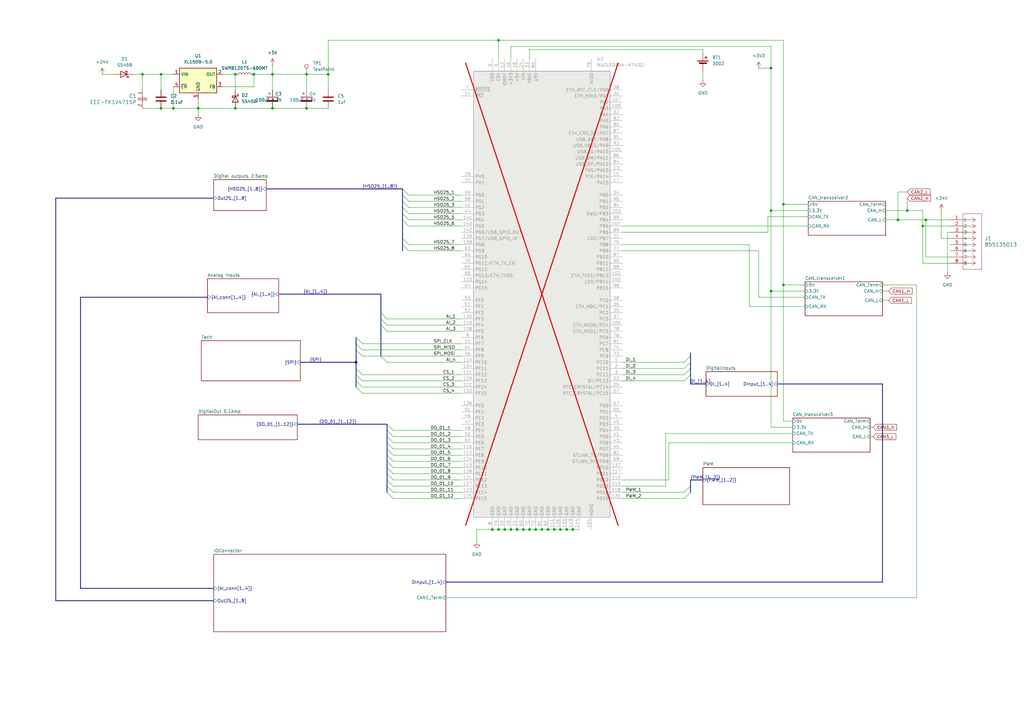
<source format=kicad_sch>
(kicad_sch
	(version 20231120)
	(generator "eeschema")
	(generator_version "8.0")
	(uuid "423ac0d9-40b1-4bed-82b4-a9f410a0b373")
	(paper "A3")
	(lib_symbols
		(symbol "Connector:TestPoint"
			(pin_numbers hide)
			(pin_names
				(offset 0.762) hide)
			(exclude_from_sim no)
			(in_bom yes)
			(on_board yes)
			(property "Reference" "TP"
				(at 0 6.858 0)
				(effects
					(font
						(size 1.27 1.27)
					)
				)
			)
			(property "Value" "TestPoint"
				(at 0 5.08 0)
				(effects
					(font
						(size 1.27 1.27)
					)
				)
			)
			(property "Footprint" ""
				(at 5.08 0 0)
				(effects
					(font
						(size 1.27 1.27)
					)
					(hide yes)
				)
			)
			(property "Datasheet" "~"
				(at 5.08 0 0)
				(effects
					(font
						(size 1.27 1.27)
					)
					(hide yes)
				)
			)
			(property "Description" "test point"
				(at 0 0 0)
				(effects
					(font
						(size 1.27 1.27)
					)
					(hide yes)
				)
			)
			(property "ki_keywords" "test point tp"
				(at 0 0 0)
				(effects
					(font
						(size 1.27 1.27)
					)
					(hide yes)
				)
			)
			(property "ki_fp_filters" "Pin* Test*"
				(at 0 0 0)
				(effects
					(font
						(size 1.27 1.27)
					)
					(hide yes)
				)
			)
			(symbol "TestPoint_0_1"
				(circle
					(center 0 3.302)
					(radius 0.762)
					(stroke
						(width 0)
						(type default)
					)
					(fill
						(type none)
					)
				)
			)
			(symbol "TestPoint_1_1"
				(pin passive line
					(at 0 0 90)
					(length 2.54)
					(name "1"
						(effects
							(font
								(size 1.27 1.27)
							)
						)
					)
					(number "1"
						(effects
							(font
								(size 1.27 1.27)
							)
						)
					)
				)
			)
		)
		(symbol "Device:Battery_Cell"
			(pin_numbers hide)
			(pin_names
				(offset 0) hide)
			(exclude_from_sim no)
			(in_bom yes)
			(on_board yes)
			(property "Reference" "BT"
				(at 2.54 2.54 0)
				(effects
					(font
						(size 1.27 1.27)
					)
					(justify left)
				)
			)
			(property "Value" "Battery_Cell"
				(at 2.54 0 0)
				(effects
					(font
						(size 1.27 1.27)
					)
					(justify left)
				)
			)
			(property "Footprint" ""
				(at 0 1.524 90)
				(effects
					(font
						(size 1.27 1.27)
					)
					(hide yes)
				)
			)
			(property "Datasheet" "~"
				(at 0 1.524 90)
				(effects
					(font
						(size 1.27 1.27)
					)
					(hide yes)
				)
			)
			(property "Description" "Single-cell battery"
				(at 0 0 0)
				(effects
					(font
						(size 1.27 1.27)
					)
					(hide yes)
				)
			)
			(property "ki_keywords" "battery cell"
				(at 0 0 0)
				(effects
					(font
						(size 1.27 1.27)
					)
					(hide yes)
				)
			)
			(symbol "Battery_Cell_0_1"
				(rectangle
					(start -2.286 1.778)
					(end 2.286 1.524)
					(stroke
						(width 0)
						(type default)
					)
					(fill
						(type outline)
					)
				)
				(rectangle
					(start -1.524 1.016)
					(end 1.524 0.508)
					(stroke
						(width 0)
						(type default)
					)
					(fill
						(type outline)
					)
				)
				(polyline
					(pts
						(xy 0 0.762) (xy 0 0)
					)
					(stroke
						(width 0)
						(type default)
					)
					(fill
						(type none)
					)
				)
				(polyline
					(pts
						(xy 0 1.778) (xy 0 2.54)
					)
					(stroke
						(width 0)
						(type default)
					)
					(fill
						(type none)
					)
				)
				(polyline
					(pts
						(xy 0.762 3.048) (xy 1.778 3.048)
					)
					(stroke
						(width 0.254)
						(type default)
					)
					(fill
						(type none)
					)
				)
				(polyline
					(pts
						(xy 1.27 3.556) (xy 1.27 2.54)
					)
					(stroke
						(width 0.254)
						(type default)
					)
					(fill
						(type none)
					)
				)
			)
			(symbol "Battery_Cell_1_1"
				(pin passive line
					(at 0 5.08 270)
					(length 2.54)
					(name "+"
						(effects
							(font
								(size 1.27 1.27)
							)
						)
					)
					(number "1"
						(effects
							(font
								(size 1.27 1.27)
							)
						)
					)
				)
				(pin passive line
					(at 0 -2.54 90)
					(length 2.54)
					(name "-"
						(effects
							(font
								(size 1.27 1.27)
							)
						)
					)
					(number "2"
						(effects
							(font
								(size 1.27 1.27)
							)
						)
					)
				)
			)
		)
		(symbol "Device:C"
			(pin_numbers hide)
			(pin_names
				(offset 0.254)
			)
			(exclude_from_sim no)
			(in_bom yes)
			(on_board yes)
			(property "Reference" "C"
				(at 0.635 2.54 0)
				(effects
					(font
						(size 1.27 1.27)
					)
					(justify left)
				)
			)
			(property "Value" "C"
				(at 0.635 -2.54 0)
				(effects
					(font
						(size 1.27 1.27)
					)
					(justify left)
				)
			)
			(property "Footprint" ""
				(at 0.9652 -3.81 0)
				(effects
					(font
						(size 1.27 1.27)
					)
					(hide yes)
				)
			)
			(property "Datasheet" "~"
				(at 0 0 0)
				(effects
					(font
						(size 1.27 1.27)
					)
					(hide yes)
				)
			)
			(property "Description" "Unpolarized capacitor"
				(at 0 0 0)
				(effects
					(font
						(size 1.27 1.27)
					)
					(hide yes)
				)
			)
			(property "ki_keywords" "cap capacitor"
				(at 0 0 0)
				(effects
					(font
						(size 1.27 1.27)
					)
					(hide yes)
				)
			)
			(property "ki_fp_filters" "C_*"
				(at 0 0 0)
				(effects
					(font
						(size 1.27 1.27)
					)
					(hide yes)
				)
			)
			(symbol "C_0_1"
				(polyline
					(pts
						(xy -2.032 -0.762) (xy 2.032 -0.762)
					)
					(stroke
						(width 0.508)
						(type default)
					)
					(fill
						(type none)
					)
				)
				(polyline
					(pts
						(xy -2.032 0.762) (xy 2.032 0.762)
					)
					(stroke
						(width 0.508)
						(type default)
					)
					(fill
						(type none)
					)
				)
			)
			(symbol "C_1_1"
				(pin passive line
					(at 0 3.81 270)
					(length 2.794)
					(name "~"
						(effects
							(font
								(size 1.27 1.27)
							)
						)
					)
					(number "1"
						(effects
							(font
								(size 1.27 1.27)
							)
						)
					)
				)
				(pin passive line
					(at 0 -3.81 90)
					(length 2.794)
					(name "~"
						(effects
							(font
								(size 1.27 1.27)
							)
						)
					)
					(number "2"
						(effects
							(font
								(size 1.27 1.27)
							)
						)
					)
				)
			)
		)
		(symbol "Device:C_Polarized"
			(pin_numbers hide)
			(pin_names
				(offset 0.254)
			)
			(exclude_from_sim no)
			(in_bom yes)
			(on_board yes)
			(property "Reference" "C"
				(at 0.635 2.54 0)
				(effects
					(font
						(size 1.27 1.27)
					)
					(justify left)
				)
			)
			(property "Value" "C_Polarized"
				(at 0.635 -2.54 0)
				(effects
					(font
						(size 1.27 1.27)
					)
					(justify left)
				)
			)
			(property "Footprint" ""
				(at 0.9652 -3.81 0)
				(effects
					(font
						(size 1.27 1.27)
					)
					(hide yes)
				)
			)
			(property "Datasheet" "~"
				(at 0 0 0)
				(effects
					(font
						(size 1.27 1.27)
					)
					(hide yes)
				)
			)
			(property "Description" "Polarized capacitor"
				(at 0 0 0)
				(effects
					(font
						(size 1.27 1.27)
					)
					(hide yes)
				)
			)
			(property "ki_keywords" "cap capacitor"
				(at 0 0 0)
				(effects
					(font
						(size 1.27 1.27)
					)
					(hide yes)
				)
			)
			(property "ki_fp_filters" "CP_*"
				(at 0 0 0)
				(effects
					(font
						(size 1.27 1.27)
					)
					(hide yes)
				)
			)
			(symbol "C_Polarized_0_1"
				(rectangle
					(start -2.286 0.508)
					(end 2.286 1.016)
					(stroke
						(width 0)
						(type default)
					)
					(fill
						(type none)
					)
				)
				(polyline
					(pts
						(xy -1.778 2.286) (xy -0.762 2.286)
					)
					(stroke
						(width 0)
						(type default)
					)
					(fill
						(type none)
					)
				)
				(polyline
					(pts
						(xy -1.27 2.794) (xy -1.27 1.778)
					)
					(stroke
						(width 0)
						(type default)
					)
					(fill
						(type none)
					)
				)
				(rectangle
					(start 2.286 -0.508)
					(end -2.286 -1.016)
					(stroke
						(width 0)
						(type default)
					)
					(fill
						(type outline)
					)
				)
			)
			(symbol "C_Polarized_1_1"
				(pin passive line
					(at 0 3.81 270)
					(length 2.794)
					(name "~"
						(effects
							(font
								(size 1.27 1.27)
							)
						)
					)
					(number "1"
						(effects
							(font
								(size 1.27 1.27)
							)
						)
					)
				)
				(pin passive line
					(at 0 -3.81 90)
					(length 2.794)
					(name "~"
						(effects
							(font
								(size 1.27 1.27)
							)
						)
					)
					(number "2"
						(effects
							(font
								(size 1.27 1.27)
							)
						)
					)
				)
			)
		)
		(symbol "Device:L"
			(pin_numbers hide)
			(pin_names
				(offset 1.016) hide)
			(exclude_from_sim no)
			(in_bom yes)
			(on_board yes)
			(property "Reference" "L"
				(at -1.27 0 90)
				(effects
					(font
						(size 1.27 1.27)
					)
				)
			)
			(property "Value" "L"
				(at 1.905 0 90)
				(effects
					(font
						(size 1.27 1.27)
					)
				)
			)
			(property "Footprint" ""
				(at 0 0 0)
				(effects
					(font
						(size 1.27 1.27)
					)
					(hide yes)
				)
			)
			(property "Datasheet" "~"
				(at 0 0 0)
				(effects
					(font
						(size 1.27 1.27)
					)
					(hide yes)
				)
			)
			(property "Description" "Inductor"
				(at 0 0 0)
				(effects
					(font
						(size 1.27 1.27)
					)
					(hide yes)
				)
			)
			(property "ki_keywords" "inductor choke coil reactor magnetic"
				(at 0 0 0)
				(effects
					(font
						(size 1.27 1.27)
					)
					(hide yes)
				)
			)
			(property "ki_fp_filters" "Choke_* *Coil* Inductor_* L_*"
				(at 0 0 0)
				(effects
					(font
						(size 1.27 1.27)
					)
					(hide yes)
				)
			)
			(symbol "L_0_1"
				(arc
					(start 0 -2.54)
					(mid 0.6323 -1.905)
					(end 0 -1.27)
					(stroke
						(width 0)
						(type default)
					)
					(fill
						(type none)
					)
				)
				(arc
					(start 0 -1.27)
					(mid 0.6323 -0.635)
					(end 0 0)
					(stroke
						(width 0)
						(type default)
					)
					(fill
						(type none)
					)
				)
				(arc
					(start 0 0)
					(mid 0.6323 0.635)
					(end 0 1.27)
					(stroke
						(width 0)
						(type default)
					)
					(fill
						(type none)
					)
				)
				(arc
					(start 0 1.27)
					(mid 0.6323 1.905)
					(end 0 2.54)
					(stroke
						(width 0)
						(type default)
					)
					(fill
						(type none)
					)
				)
			)
			(symbol "L_1_1"
				(pin passive line
					(at 0 3.81 270)
					(length 1.27)
					(name "1"
						(effects
							(font
								(size 1.27 1.27)
							)
						)
					)
					(number "1"
						(effects
							(font
								(size 1.27 1.27)
							)
						)
					)
				)
				(pin passive line
					(at 0 -3.81 90)
					(length 1.27)
					(name "2"
						(effects
							(font
								(size 1.27 1.27)
							)
						)
					)
					(number "2"
						(effects
							(font
								(size 1.27 1.27)
							)
						)
					)
				)
			)
		)
		(symbol "Diode:B240"
			(pin_numbers hide)
			(pin_names
				(offset 1.016) hide)
			(exclude_from_sim no)
			(in_bom yes)
			(on_board yes)
			(property "Reference" "D"
				(at 0 2.54 0)
				(effects
					(font
						(size 1.27 1.27)
					)
				)
			)
			(property "Value" "B240"
				(at 0 -2.54 0)
				(effects
					(font
						(size 1.27 1.27)
					)
				)
			)
			(property "Footprint" "Diode_SMD:D_SMB"
				(at 0 -4.445 0)
				(effects
					(font
						(size 1.27 1.27)
					)
					(hide yes)
				)
			)
			(property "Datasheet" "http://www.jameco.com/Jameco/Products/ProdDS/1538777.pdf"
				(at 0 0 0)
				(effects
					(font
						(size 1.27 1.27)
					)
					(hide yes)
				)
			)
			(property "Description" "40V 2A Schottky Barrier Rectifier Diode, SMB"
				(at 0 0 0)
				(effects
					(font
						(size 1.27 1.27)
					)
					(hide yes)
				)
			)
			(property "ki_keywords" "diode Schottky"
				(at 0 0 0)
				(effects
					(font
						(size 1.27 1.27)
					)
					(hide yes)
				)
			)
			(property "ki_fp_filters" "D*SMB*"
				(at 0 0 0)
				(effects
					(font
						(size 1.27 1.27)
					)
					(hide yes)
				)
			)
			(symbol "B240_0_1"
				(polyline
					(pts
						(xy 1.27 0) (xy -1.27 0)
					)
					(stroke
						(width 0)
						(type default)
					)
					(fill
						(type none)
					)
				)
				(polyline
					(pts
						(xy 1.27 1.27) (xy 1.27 -1.27) (xy -1.27 0) (xy 1.27 1.27)
					)
					(stroke
						(width 0.254)
						(type default)
					)
					(fill
						(type none)
					)
				)
				(polyline
					(pts
						(xy -1.905 0.635) (xy -1.905 1.27) (xy -1.27 1.27) (xy -1.27 -1.27) (xy -0.635 -1.27) (xy -0.635 -0.635)
					)
					(stroke
						(width 0.254)
						(type default)
					)
					(fill
						(type none)
					)
				)
			)
			(symbol "B240_1_1"
				(pin passive line
					(at -3.81 0 0)
					(length 2.54)
					(name "K"
						(effects
							(font
								(size 1.27 1.27)
							)
						)
					)
					(number "1"
						(effects
							(font
								(size 1.27 1.27)
							)
						)
					)
				)
				(pin passive line
					(at 3.81 0 180)
					(length 2.54)
					(name "A"
						(effects
							(font
								(size 1.27 1.27)
							)
						)
					)
					(number "2"
						(effects
							(font
								(size 1.27 1.27)
							)
						)
					)
				)
			)
		)
		(symbol "HyprLib:855135013"
			(pin_names
				(offset 0.254)
			)
			(exclude_from_sim no)
			(in_bom yes)
			(on_board yes)
			(property "Reference" "J"
				(at 8.89 6.35 0)
				(effects
					(font
						(size 1.524 1.524)
					)
				)
			)
			(property "Value" "855135013"
				(at 0 0 0)
				(effects
					(font
						(size 1.524 1.524)
					)
				)
			)
			(property "Footprint" "CONN_85513-5013_MOL"
				(at 0 0 0)
				(effects
					(font
						(size 1.27 1.27)
						(italic yes)
					)
					(hide yes)
				)
			)
			(property "Datasheet" "855135013"
				(at 0 0 0)
				(effects
					(font
						(size 1.27 1.27)
						(italic yes)
					)
					(hide yes)
				)
			)
			(property "Description" ""
				(at 0 0 0)
				(effects
					(font
						(size 1.27 1.27)
					)
					(hide yes)
				)
			)
			(property "ki_locked" ""
				(at 0 0 0)
				(effects
					(font
						(size 1.27 1.27)
					)
				)
			)
			(property "ki_keywords" "855135013"
				(at 0 0 0)
				(effects
					(font
						(size 1.27 1.27)
					)
					(hide yes)
				)
			)
			(property "ki_fp_filters" "CONN_85513-5013_MOL"
				(at 0 0 0)
				(effects
					(font
						(size 1.27 1.27)
					)
					(hide yes)
				)
			)
			(symbol "855135013_1_1"
				(polyline
					(pts
						(xy 5.08 -20.32) (xy 12.7 -20.32)
					)
					(stroke
						(width 0.127)
						(type default)
					)
					(fill
						(type none)
					)
				)
				(polyline
					(pts
						(xy 5.08 2.54) (xy 5.08 -20.32)
					)
					(stroke
						(width 0.127)
						(type default)
					)
					(fill
						(type none)
					)
				)
				(polyline
					(pts
						(xy 10.16 -17.78) (xy 5.08 -17.78)
					)
					(stroke
						(width 0.127)
						(type default)
					)
					(fill
						(type none)
					)
				)
				(polyline
					(pts
						(xy 10.16 -17.78) (xy 8.89 -18.6267)
					)
					(stroke
						(width 0.127)
						(type default)
					)
					(fill
						(type none)
					)
				)
				(polyline
					(pts
						(xy 10.16 -17.78) (xy 8.89 -16.9333)
					)
					(stroke
						(width 0.127)
						(type default)
					)
					(fill
						(type none)
					)
				)
				(polyline
					(pts
						(xy 10.16 -15.24) (xy 5.08 -15.24)
					)
					(stroke
						(width 0.127)
						(type default)
					)
					(fill
						(type none)
					)
				)
				(polyline
					(pts
						(xy 10.16 -15.24) (xy 8.89 -16.0867)
					)
					(stroke
						(width 0.127)
						(type default)
					)
					(fill
						(type none)
					)
				)
				(polyline
					(pts
						(xy 10.16 -15.24) (xy 8.89 -14.3933)
					)
					(stroke
						(width 0.127)
						(type default)
					)
					(fill
						(type none)
					)
				)
				(polyline
					(pts
						(xy 10.16 -12.7) (xy 5.08 -12.7)
					)
					(stroke
						(width 0.127)
						(type default)
					)
					(fill
						(type none)
					)
				)
				(polyline
					(pts
						(xy 10.16 -12.7) (xy 8.89 -13.5467)
					)
					(stroke
						(width 0.127)
						(type default)
					)
					(fill
						(type none)
					)
				)
				(polyline
					(pts
						(xy 10.16 -12.7) (xy 8.89 -11.8533)
					)
					(stroke
						(width 0.127)
						(type default)
					)
					(fill
						(type none)
					)
				)
				(polyline
					(pts
						(xy 10.16 -10.16) (xy 5.08 -10.16)
					)
					(stroke
						(width 0.127)
						(type default)
					)
					(fill
						(type none)
					)
				)
				(polyline
					(pts
						(xy 10.16 -10.16) (xy 8.89 -11.0067)
					)
					(stroke
						(width 0.127)
						(type default)
					)
					(fill
						(type none)
					)
				)
				(polyline
					(pts
						(xy 10.16 -10.16) (xy 8.89 -9.3133)
					)
					(stroke
						(width 0.127)
						(type default)
					)
					(fill
						(type none)
					)
				)
				(polyline
					(pts
						(xy 10.16 -7.62) (xy 5.08 -7.62)
					)
					(stroke
						(width 0.127)
						(type default)
					)
					(fill
						(type none)
					)
				)
				(polyline
					(pts
						(xy 10.16 -7.62) (xy 8.89 -8.4667)
					)
					(stroke
						(width 0.127)
						(type default)
					)
					(fill
						(type none)
					)
				)
				(polyline
					(pts
						(xy 10.16 -7.62) (xy 8.89 -6.7733)
					)
					(stroke
						(width 0.127)
						(type default)
					)
					(fill
						(type none)
					)
				)
				(polyline
					(pts
						(xy 10.16 -5.08) (xy 5.08 -5.08)
					)
					(stroke
						(width 0.127)
						(type default)
					)
					(fill
						(type none)
					)
				)
				(polyline
					(pts
						(xy 10.16 -5.08) (xy 8.89 -5.9267)
					)
					(stroke
						(width 0.127)
						(type default)
					)
					(fill
						(type none)
					)
				)
				(polyline
					(pts
						(xy 10.16 -5.08) (xy 8.89 -4.2333)
					)
					(stroke
						(width 0.127)
						(type default)
					)
					(fill
						(type none)
					)
				)
				(polyline
					(pts
						(xy 10.16 -2.54) (xy 5.08 -2.54)
					)
					(stroke
						(width 0.127)
						(type default)
					)
					(fill
						(type none)
					)
				)
				(polyline
					(pts
						(xy 10.16 -2.54) (xy 8.89 -3.3867)
					)
					(stroke
						(width 0.127)
						(type default)
					)
					(fill
						(type none)
					)
				)
				(polyline
					(pts
						(xy 10.16 -2.54) (xy 8.89 -1.6933)
					)
					(stroke
						(width 0.127)
						(type default)
					)
					(fill
						(type none)
					)
				)
				(polyline
					(pts
						(xy 10.16 0) (xy 5.08 0)
					)
					(stroke
						(width 0.127)
						(type default)
					)
					(fill
						(type none)
					)
				)
				(polyline
					(pts
						(xy 10.16 0) (xy 8.89 -0.8467)
					)
					(stroke
						(width 0.127)
						(type default)
					)
					(fill
						(type none)
					)
				)
				(polyline
					(pts
						(xy 10.16 0) (xy 8.89 0.8467)
					)
					(stroke
						(width 0.127)
						(type default)
					)
					(fill
						(type none)
					)
				)
				(polyline
					(pts
						(xy 12.7 -20.32) (xy 12.7 2.54)
					)
					(stroke
						(width 0.127)
						(type default)
					)
					(fill
						(type none)
					)
				)
				(polyline
					(pts
						(xy 12.7 2.54) (xy 5.08 2.54)
					)
					(stroke
						(width 0.127)
						(type default)
					)
					(fill
						(type none)
					)
				)
				(pin unspecified line
					(at 0 0 0)
					(length 5.08)
					(name "1"
						(effects
							(font
								(size 1.27 1.27)
							)
						)
					)
					(number "1"
						(effects
							(font
								(size 1.27 1.27)
							)
						)
					)
				)
				(pin unspecified line
					(at 0 -2.54 0)
					(length 5.08)
					(name "2"
						(effects
							(font
								(size 1.27 1.27)
							)
						)
					)
					(number "2"
						(effects
							(font
								(size 1.27 1.27)
							)
						)
					)
				)
				(pin unspecified line
					(at 0 -5.08 0)
					(length 5.08)
					(name "3"
						(effects
							(font
								(size 1.27 1.27)
							)
						)
					)
					(number "3"
						(effects
							(font
								(size 1.27 1.27)
							)
						)
					)
				)
				(pin unspecified line
					(at 0 -7.62 0)
					(length 5.08)
					(name "4"
						(effects
							(font
								(size 1.27 1.27)
							)
						)
					)
					(number "4"
						(effects
							(font
								(size 1.27 1.27)
							)
						)
					)
				)
				(pin unspecified line
					(at 0 -10.16 0)
					(length 5.08)
					(name "5"
						(effects
							(font
								(size 1.27 1.27)
							)
						)
					)
					(number "5"
						(effects
							(font
								(size 1.27 1.27)
							)
						)
					)
				)
				(pin unspecified line
					(at 0 -12.7 0)
					(length 5.08)
					(name "6"
						(effects
							(font
								(size 1.27 1.27)
							)
						)
					)
					(number "6"
						(effects
							(font
								(size 1.27 1.27)
							)
						)
					)
				)
				(pin unspecified line
					(at 0 -15.24 0)
					(length 5.08)
					(name "7"
						(effects
							(font
								(size 1.27 1.27)
							)
						)
					)
					(number "7"
						(effects
							(font
								(size 1.27 1.27)
							)
						)
					)
				)
				(pin unspecified line
					(at 0 -17.78 0)
					(length 5.08)
					(name "8"
						(effects
							(font
								(size 1.27 1.27)
							)
						)
					)
					(number "8"
						(effects
							(font
								(size 1.27 1.27)
							)
						)
					)
				)
			)
			(symbol "855135013_1_2"
				(polyline
					(pts
						(xy 5.08 -20.32) (xy 12.7 -20.32)
					)
					(stroke
						(width 0.127)
						(type default)
					)
					(fill
						(type none)
					)
				)
				(polyline
					(pts
						(xy 5.08 2.54) (xy 5.08 -20.32)
					)
					(stroke
						(width 0.127)
						(type default)
					)
					(fill
						(type none)
					)
				)
				(polyline
					(pts
						(xy 7.62 -17.78) (xy 5.08 -17.78)
					)
					(stroke
						(width 0.127)
						(type default)
					)
					(fill
						(type none)
					)
				)
				(polyline
					(pts
						(xy 7.62 -17.78) (xy 8.89 -18.6267)
					)
					(stroke
						(width 0.127)
						(type default)
					)
					(fill
						(type none)
					)
				)
				(polyline
					(pts
						(xy 7.62 -17.78) (xy 8.89 -16.9333)
					)
					(stroke
						(width 0.127)
						(type default)
					)
					(fill
						(type none)
					)
				)
				(polyline
					(pts
						(xy 7.62 -15.24) (xy 5.08 -15.24)
					)
					(stroke
						(width 0.127)
						(type default)
					)
					(fill
						(type none)
					)
				)
				(polyline
					(pts
						(xy 7.62 -15.24) (xy 8.89 -16.0867)
					)
					(stroke
						(width 0.127)
						(type default)
					)
					(fill
						(type none)
					)
				)
				(polyline
					(pts
						(xy 7.62 -15.24) (xy 8.89 -14.3933)
					)
					(stroke
						(width 0.127)
						(type default)
					)
					(fill
						(type none)
					)
				)
				(polyline
					(pts
						(xy 7.62 -12.7) (xy 5.08 -12.7)
					)
					(stroke
						(width 0.127)
						(type default)
					)
					(fill
						(type none)
					)
				)
				(polyline
					(pts
						(xy 7.62 -12.7) (xy 8.89 -13.5467)
					)
					(stroke
						(width 0.127)
						(type default)
					)
					(fill
						(type none)
					)
				)
				(polyline
					(pts
						(xy 7.62 -12.7) (xy 8.89 -11.8533)
					)
					(stroke
						(width 0.127)
						(type default)
					)
					(fill
						(type none)
					)
				)
				(polyline
					(pts
						(xy 7.62 -10.16) (xy 5.08 -10.16)
					)
					(stroke
						(width 0.127)
						(type default)
					)
					(fill
						(type none)
					)
				)
				(polyline
					(pts
						(xy 7.62 -10.16) (xy 8.89 -11.0067)
					)
					(stroke
						(width 0.127)
						(type default)
					)
					(fill
						(type none)
					)
				)
				(polyline
					(pts
						(xy 7.62 -10.16) (xy 8.89 -9.3133)
					)
					(stroke
						(width 0.127)
						(type default)
					)
					(fill
						(type none)
					)
				)
				(polyline
					(pts
						(xy 7.62 -7.62) (xy 5.08 -7.62)
					)
					(stroke
						(width 0.127)
						(type default)
					)
					(fill
						(type none)
					)
				)
				(polyline
					(pts
						(xy 7.62 -7.62) (xy 8.89 -8.4667)
					)
					(stroke
						(width 0.127)
						(type default)
					)
					(fill
						(type none)
					)
				)
				(polyline
					(pts
						(xy 7.62 -7.62) (xy 8.89 -6.7733)
					)
					(stroke
						(width 0.127)
						(type default)
					)
					(fill
						(type none)
					)
				)
				(polyline
					(pts
						(xy 7.62 -5.08) (xy 5.08 -5.08)
					)
					(stroke
						(width 0.127)
						(type default)
					)
					(fill
						(type none)
					)
				)
				(polyline
					(pts
						(xy 7.62 -5.08) (xy 8.89 -5.9267)
					)
					(stroke
						(width 0.127)
						(type default)
					)
					(fill
						(type none)
					)
				)
				(polyline
					(pts
						(xy 7.62 -5.08) (xy 8.89 -4.2333)
					)
					(stroke
						(width 0.127)
						(type default)
					)
					(fill
						(type none)
					)
				)
				(polyline
					(pts
						(xy 7.62 -2.54) (xy 5.08 -2.54)
					)
					(stroke
						(width 0.127)
						(type default)
					)
					(fill
						(type none)
					)
				)
				(polyline
					(pts
						(xy 7.62 -2.54) (xy 8.89 -3.3867)
					)
					(stroke
						(width 0.127)
						(type default)
					)
					(fill
						(type none)
					)
				)
				(polyline
					(pts
						(xy 7.62 -2.54) (xy 8.89 -1.6933)
					)
					(stroke
						(width 0.127)
						(type default)
					)
					(fill
						(type none)
					)
				)
				(polyline
					(pts
						(xy 7.62 0) (xy 5.08 0)
					)
					(stroke
						(width 0.127)
						(type default)
					)
					(fill
						(type none)
					)
				)
				(polyline
					(pts
						(xy 7.62 0) (xy 8.89 -0.8467)
					)
					(stroke
						(width 0.127)
						(type default)
					)
					(fill
						(type none)
					)
				)
				(polyline
					(pts
						(xy 7.62 0) (xy 8.89 0.8467)
					)
					(stroke
						(width 0.127)
						(type default)
					)
					(fill
						(type none)
					)
				)
				(polyline
					(pts
						(xy 12.7 -20.32) (xy 12.7 2.54)
					)
					(stroke
						(width 0.127)
						(type default)
					)
					(fill
						(type none)
					)
				)
				(polyline
					(pts
						(xy 12.7 2.54) (xy 5.08 2.54)
					)
					(stroke
						(width 0.127)
						(type default)
					)
					(fill
						(type none)
					)
				)
				(pin unspecified line
					(at 0 0 0)
					(length 5.08)
					(name "1"
						(effects
							(font
								(size 1.27 1.27)
							)
						)
					)
					(number "1"
						(effects
							(font
								(size 1.27 1.27)
							)
						)
					)
				)
				(pin unspecified line
					(at 0 -2.54 0)
					(length 5.08)
					(name "2"
						(effects
							(font
								(size 1.27 1.27)
							)
						)
					)
					(number "2"
						(effects
							(font
								(size 1.27 1.27)
							)
						)
					)
				)
				(pin unspecified line
					(at 0 -5.08 0)
					(length 5.08)
					(name "3"
						(effects
							(font
								(size 1.27 1.27)
							)
						)
					)
					(number "3"
						(effects
							(font
								(size 1.27 1.27)
							)
						)
					)
				)
				(pin unspecified line
					(at 0 -7.62 0)
					(length 5.08)
					(name "4"
						(effects
							(font
								(size 1.27 1.27)
							)
						)
					)
					(number "4"
						(effects
							(font
								(size 1.27 1.27)
							)
						)
					)
				)
				(pin unspecified line
					(at 0 -10.16 0)
					(length 5.08)
					(name "5"
						(effects
							(font
								(size 1.27 1.27)
							)
						)
					)
					(number "5"
						(effects
							(font
								(size 1.27 1.27)
							)
						)
					)
				)
				(pin unspecified line
					(at 0 -12.7 0)
					(length 5.08)
					(name "6"
						(effects
							(font
								(size 1.27 1.27)
							)
						)
					)
					(number "6"
						(effects
							(font
								(size 1.27 1.27)
							)
						)
					)
				)
				(pin unspecified line
					(at 0 -15.24 0)
					(length 5.08)
					(name "7"
						(effects
							(font
								(size 1.27 1.27)
							)
						)
					)
					(number "7"
						(effects
							(font
								(size 1.27 1.27)
							)
						)
					)
				)
				(pin unspecified line
					(at 0 -17.78 0)
					(length 5.08)
					(name "8"
						(effects
							(font
								(size 1.27 1.27)
							)
						)
					)
					(number "8"
						(effects
							(font
								(size 1.27 1.27)
							)
						)
					)
				)
			)
		)
		(symbol "HyprLib:EEE-FK1V471SP"
			(pin_names
				(offset 0.254)
			)
			(exclude_from_sim no)
			(in_bom yes)
			(on_board yes)
			(property "Reference" "C"
				(at 3.81 3.81 0)
				(effects
					(font
						(size 1.524 1.524)
					)
				)
			)
			(property "Value" "EEE-FK1V471SP"
				(at 3.81 -3.81 0)
				(effects
					(font
						(size 1.524 1.524)
					)
				)
			)
			(property "Footprint" "HyprLib:CAP_FKS_G_PAN"
				(at 0 0 0)
				(effects
					(font
						(size 1.27 1.27)
						(italic yes)
					)
					(hide yes)
				)
			)
			(property "Datasheet" "EEE-FK1V471SP"
				(at 0 0 0)
				(effects
					(font
						(size 1.27 1.27)
						(italic yes)
					)
					(hide yes)
				)
			)
			(property "Description" "Cap 470uF"
				(at 0 0 0)
				(effects
					(font
						(size 1.27 1.27)
					)
					(hide yes)
				)
			)
			(property "ki_keywords" "EEE-FK1V471SP"
				(at 0 0 0)
				(effects
					(font
						(size 1.27 1.27)
					)
					(hide yes)
				)
			)
			(property "ki_fp_filters" "CAP_FKS_G_PAN CAP_FKS_G_PAN-M CAP_FKS_G_PAN-L"
				(at 0 0 0)
				(effects
					(font
						(size 1.27 1.27)
					)
					(hide yes)
				)
			)
			(symbol "EEE-FK1V471SP_1_1"
				(polyline
					(pts
						(xy 2.54 0) (xy 3.4798 0)
					)
					(stroke
						(width 0.2032)
						(type default)
					)
					(fill
						(type none)
					)
				)
				(polyline
					(pts
						(xy 3.4798 -1.905) (xy 3.4798 1.905)
					)
					(stroke
						(width 0.2032)
						(type default)
					)
					(fill
						(type none)
					)
				)
				(polyline
					(pts
						(xy 4.1148 -1.905) (xy 4.1148 1.905)
					)
					(stroke
						(width 0.2032)
						(type default)
					)
					(fill
						(type none)
					)
				)
				(polyline
					(pts
						(xy 4.1148 0) (xy 5.08 0)
					)
					(stroke
						(width 0.2032)
						(type default)
					)
					(fill
						(type none)
					)
				)
				(pin unspecified line
					(at 0 0 0)
					(length 2.54)
					(name ""
						(effects
							(font
								(size 1.27 1.27)
							)
						)
					)
					(number "1"
						(effects
							(font
								(size 1.27 1.27)
							)
						)
					)
				)
				(pin unspecified line
					(at 7.62 0 180)
					(length 2.54)
					(name ""
						(effects
							(font
								(size 1.27 1.27)
							)
						)
					)
					(number "2"
						(effects
							(font
								(size 1.27 1.27)
							)
						)
					)
				)
			)
			(symbol "EEE-FK1V471SP_1_2"
				(polyline
					(pts
						(xy -1.905 -4.1148) (xy 1.905 -4.1148)
					)
					(stroke
						(width 0.2032)
						(type default)
					)
					(fill
						(type none)
					)
				)
				(polyline
					(pts
						(xy -1.905 -3.4798) (xy 1.905 -3.4798)
					)
					(stroke
						(width 0.2032)
						(type default)
					)
					(fill
						(type none)
					)
				)
				(polyline
					(pts
						(xy 0 -4.1148) (xy 0 -5.08)
					)
					(stroke
						(width 0.2032)
						(type default)
					)
					(fill
						(type none)
					)
				)
				(polyline
					(pts
						(xy 0 -2.54) (xy 0 -3.4798)
					)
					(stroke
						(width 0.2032)
						(type default)
					)
					(fill
						(type none)
					)
				)
				(pin unspecified line
					(at 0 0 270)
					(length 2.54)
					(name ""
						(effects
							(font
								(size 1.27 1.27)
							)
						)
					)
					(number "1"
						(effects
							(font
								(size 1.27 1.27)
							)
						)
					)
				)
				(pin unspecified line
					(at 0 -7.62 90)
					(length 2.54)
					(name ""
						(effects
							(font
								(size 1.27 1.27)
							)
						)
					)
					(number "2"
						(effects
							(font
								(size 1.27 1.27)
							)
						)
					)
				)
			)
		)
		(symbol "MCU_Module:NUCLEO144-H743ZI"
			(exclude_from_sim no)
			(in_bom yes)
			(on_board yes)
			(property "Reference" "U"
				(at -22.86 94.615 0)
				(effects
					(font
						(size 1.27 1.27)
					)
					(justify right)
				)
			)
			(property "Value" "NUCLEO144-H743ZI"
				(at -22.86 92.71 0)
				(effects
					(font
						(size 1.27 1.27)
					)
					(justify right)
				)
			)
			(property "Footprint" "Module:ST_Morpho_Connector_144_STLink"
				(at 21.59 -92.71 0)
				(effects
					(font
						(size 1.27 1.27)
					)
					(justify left)
					(hide yes)
				)
			)
			(property "Datasheet" "https://www.st.com/resource/en/user_manual/dm00244518-stm32-nucleo144-boards-stmicroelectronics.pdf"
				(at -22.86 7.62 0)
				(effects
					(font
						(size 1.27 1.27)
					)
					(hide yes)
				)
			)
			(property "Description" "Nucleo 144 Development Board with STM32H743ZIT6 MCU, 1024kB RAM, 2Mb FLASH"
				(at 0 0 0)
				(effects
					(font
						(size 1.27 1.27)
					)
					(hide yes)
				)
			)
			(property "ki_keywords" "STM32 Nucleo ST"
				(at 0 0 0)
				(effects
					(font
						(size 1.27 1.27)
					)
					(hide yes)
				)
			)
			(property "ki_fp_filters" "ST*Morpho*Connector*144*STLink*"
				(at 0 0 0)
				(effects
					(font
						(size 1.27 1.27)
					)
					(hide yes)
				)
			)
			(symbol "NUCLEO144-H743ZI_0_1"
				(rectangle
					(start -27.94 -91.44)
					(end 27.94 91.44)
					(stroke
						(width 0.254)
						(type default)
					)
					(fill
						(type background)
					)
				)
			)
			(symbol "NUCLEO144-H743ZI_1_1"
				(pin bidirectional line
					(at 33.02 -27.94 180)
					(length 5.08)
					(name "PC10"
						(effects
							(font
								(size 1.27 1.27)
							)
						)
					)
					(number "1"
						(effects
							(font
								(size 1.27 1.27)
							)
						)
					)
				)
				(pin no_connect line
					(at -27.94 55.88 0)
					(length 5.08) hide
					(name "NC"
						(effects
							(font
								(size 1.27 1.27)
							)
						)
					)
					(number "10"
						(effects
							(font
								(size 1.27 1.27)
							)
						)
					)
				)
				(pin bidirectional line
					(at 33.02 5.08 180)
					(length 5.08)
					(name "LD3/PB14"
						(effects
							(font
								(size 1.27 1.27)
							)
						)
					)
					(number "100"
						(effects
							(font
								(size 1.27 1.27)
							)
						)
					)
				)
				(pin bidirectional line
					(at 33.02 27.94 180)
					(length 5.08)
					(name "PB5"
						(effects
							(font
								(size 1.27 1.27)
							)
						)
					)
					(number "101"
						(effects
							(font
								(size 1.27 1.27)
							)
						)
					)
				)
				(pin bidirectional line
					(at 33.02 7.62 180)
					(length 5.08)
					(name "ETH_TXD1/PB13"
						(effects
							(font
								(size 1.27 1.27)
							)
						)
					)
					(number "102"
						(effects
							(font
								(size 1.27 1.27)
							)
						)
					)
				)
				(pin bidirectional line
					(at 33.02 33.02 180)
					(length 5.08)
					(name "SWO/PB3"
						(effects
							(font
								(size 1.27 1.27)
							)
						)
					)
					(number "103"
						(effects
							(font
								(size 1.27 1.27)
							)
						)
					)
				)
				(pin power_in line
					(at 20.32 -96.52 90)
					(length 5.08)
					(name "AGND"
						(effects
							(font
								(size 1.27 1.27)
							)
						)
					)
					(number "104"
						(effects
							(font
								(size 1.27 1.27)
							)
						)
					)
				)
				(pin bidirectional line
					(at 33.02 58.42 180)
					(length 5.08)
					(name "USB_ID/PA10"
						(effects
							(font
								(size 1.27 1.27)
							)
						)
					)
					(number "105"
						(effects
							(font
								(size 1.27 1.27)
							)
						)
					)
				)
				(pin bidirectional line
					(at 33.02 -12.7 180)
					(length 5.08)
					(name "ETH_RXD0/PC4"
						(effects
							(font
								(size 1.27 1.27)
							)
						)
					)
					(number "106"
						(effects
							(font
								(size 1.27 1.27)
							)
						)
					)
				)
				(pin bidirectional line
					(at 33.02 78.74 180)
					(length 5.08)
					(name "PA2"
						(effects
							(font
								(size 1.27 1.27)
							)
						)
					)
					(number "107"
						(effects
							(font
								(size 1.27 1.27)
							)
						)
					)
				)
				(pin bidirectional line
					(at -33.02 -15.24 0)
					(length 5.08)
					(name "PF5"
						(effects
							(font
								(size 1.27 1.27)
							)
						)
					)
					(number "108"
						(effects
							(font
								(size 1.27 1.27)
							)
						)
					)
				)
				(pin bidirectional line
					(at 33.02 76.2 180)
					(length 5.08)
					(name "PA3"
						(effects
							(font
								(size 1.27 1.27)
							)
						)
					)
					(number "109"
						(effects
							(font
								(size 1.27 1.27)
							)
						)
					)
				)
				(pin bidirectional line
					(at -33.02 -20.32 0)
					(length 5.08)
					(name "PF7"
						(effects
							(font
								(size 1.27 1.27)
							)
						)
					)
					(number "11"
						(effects
							(font
								(size 1.27 1.27)
							)
						)
					)
				)
				(pin bidirectional line
					(at -33.02 -12.7 0)
					(length 5.08)
					(name "PF4"
						(effects
							(font
								(size 1.27 1.27)
							)
						)
					)
					(number "110"
						(effects
							(font
								(size 1.27 1.27)
							)
						)
					)
				)
				(pin power_in line
					(at 5.08 -96.52 90)
					(length 5.08)
					(name "GND"
						(effects
							(font
								(size 1.27 1.27)
							)
						)
					)
					(number "111"
						(effects
							(font
								(size 1.27 1.27)
							)
						)
					)
				)
				(pin bidirectional line
					(at -33.02 -66.04 0)
					(length 5.08)
					(name "PE8"
						(effects
							(font
								(size 1.27 1.27)
							)
						)
					)
					(number "112"
						(effects
							(font
								(size 1.27 1.27)
							)
						)
					)
				)
				(pin bidirectional line
					(at 33.02 -78.74 180)
					(length 5.08)
					(name "PD13"
						(effects
							(font
								(size 1.27 1.27)
							)
						)
					)
					(number "113"
						(effects
							(font
								(size 1.27 1.27)
							)
						)
					)
				)
				(pin bidirectional line
					(at -33.02 -27.94 0)
					(length 5.08)
					(name "PF10"
						(effects
							(font
								(size 1.27 1.27)
							)
						)
					)
					(number "114"
						(effects
							(font
								(size 1.27 1.27)
							)
						)
					)
				)
				(pin bidirectional line
					(at 33.02 -76.2 180)
					(length 5.08)
					(name "PD12"
						(effects
							(font
								(size 1.27 1.27)
							)
						)
					)
					(number "115"
						(effects
							(font
								(size 1.27 1.27)
							)
						)
					)
				)
				(pin bidirectional line
					(at -33.02 -63.5 0)
					(length 5.08)
					(name "PE7"
						(effects
							(font
								(size 1.27 1.27)
							)
						)
					)
					(number "116"
						(effects
							(font
								(size 1.27 1.27)
							)
						)
					)
				)
				(pin bidirectional line
					(at 33.02 -73.66 180)
					(length 5.08)
					(name "PD11"
						(effects
							(font
								(size 1.27 1.27)
							)
						)
					)
					(number "117"
						(effects
							(font
								(size 1.27 1.27)
							)
						)
					)
				)
				(pin bidirectional line
					(at 33.02 -81.28 180)
					(length 5.08)
					(name "PD14"
						(effects
							(font
								(size 1.27 1.27)
							)
						)
					)
					(number "118"
						(effects
							(font
								(size 1.27 1.27)
							)
						)
					)
				)
				(pin bidirectional line
					(at -33.02 -71.12 0)
					(length 5.08)
					(name "PE10"
						(effects
							(font
								(size 1.27 1.27)
							)
						)
					)
					(number "119"
						(effects
							(font
								(size 1.27 1.27)
							)
						)
					)
				)
				(pin power_in line
					(at -15.24 96.52 270)
					(length 5.08)
					(name "IOREF"
						(effects
							(font
								(size 1.27 1.27)
							)
						)
					)
					(number "12"
						(effects
							(font
								(size 1.27 1.27)
							)
						)
					)
				)
				(pin bidirectional line
					(at 33.02 -83.82 180)
					(length 5.08)
					(name "PD15"
						(effects
							(font
								(size 1.27 1.27)
							)
						)
					)
					(number "120"
						(effects
							(font
								(size 1.27 1.27)
							)
						)
					)
				)
				(pin bidirectional line
					(at -33.02 -76.2 0)
					(length 5.08)
					(name "PE12"
						(effects
							(font
								(size 1.27 1.27)
							)
						)
					)
					(number "121"
						(effects
							(font
								(size 1.27 1.27)
							)
						)
					)
				)
				(pin bidirectional line
					(at -33.02 -38.1 0)
					(length 5.08)
					(name "PF14"
						(effects
							(font
								(size 1.27 1.27)
							)
						)
					)
					(number "122"
						(effects
							(font
								(size 1.27 1.27)
							)
						)
					)
				)
				(pin bidirectional line
					(at -33.02 -81.28 0)
					(length 5.08)
					(name "PE14"
						(effects
							(font
								(size 1.27 1.27)
							)
						)
					)
					(number "123"
						(effects
							(font
								(size 1.27 1.27)
							)
						)
					)
				)
				(pin bidirectional line
					(at -33.02 -68.58 0)
					(length 5.08)
					(name "PE9"
						(effects
							(font
								(size 1.27 1.27)
							)
						)
					)
					(number "124"
						(effects
							(font
								(size 1.27 1.27)
							)
						)
					)
				)
				(pin bidirectional line
					(at -33.02 -83.82 0)
					(length 5.08)
					(name "PE15"
						(effects
							(font
								(size 1.27 1.27)
							)
						)
					)
					(number "125"
						(effects
							(font
								(size 1.27 1.27)
							)
						)
					)
				)
				(pin power_in line
					(at 7.62 -96.52 90)
					(length 5.08)
					(name "GND"
						(effects
							(font
								(size 1.27 1.27)
							)
						)
					)
					(number "126"
						(effects
							(font
								(size 1.27 1.27)
							)
						)
					)
				)
				(pin bidirectional line
					(at -33.02 -78.74 0)
					(length 5.08)
					(name "PE13"
						(effects
							(font
								(size 1.27 1.27)
							)
						)
					)
					(number "127"
						(effects
							(font
								(size 1.27 1.27)
							)
						)
					)
				)
				(pin bidirectional line
					(at -33.02 -73.66 0)
					(length 5.08)
					(name "PE11"
						(effects
							(font
								(size 1.27 1.27)
							)
						)
					)
					(number "128"
						(effects
							(font
								(size 1.27 1.27)
							)
						)
					)
				)
				(pin bidirectional line
					(at -33.02 -35.56 0)
					(length 5.08)
					(name "PF13"
						(effects
							(font
								(size 1.27 1.27)
							)
						)
					)
					(number "129"
						(effects
							(font
								(size 1.27 1.27)
							)
						)
					)
				)
				(pin bidirectional line
					(at 33.02 50.8 180)
					(length 5.08)
					(name "TMS/PA13"
						(effects
							(font
								(size 1.27 1.27)
							)
						)
					)
					(number "13"
						(effects
							(font
								(size 1.27 1.27)
							)
						)
					)
				)
				(pin bidirectional line
					(at -33.02 -10.16 0)
					(length 5.08)
					(name "PF3"
						(effects
							(font
								(size 1.27 1.27)
							)
						)
					)
					(number "130"
						(effects
							(font
								(size 1.27 1.27)
							)
						)
					)
				)
				(pin bidirectional line
					(at -33.02 -33.02 0)
					(length 5.08)
					(name "PF12"
						(effects
							(font
								(size 1.27 1.27)
							)
						)
					)
					(number "131"
						(effects
							(font
								(size 1.27 1.27)
							)
						)
					)
				)
				(pin bidirectional line
					(at -33.02 -40.64 0)
					(length 5.08)
					(name "PF15"
						(effects
							(font
								(size 1.27 1.27)
							)
						)
					)
					(number "132"
						(effects
							(font
								(size 1.27 1.27)
							)
						)
					)
				)
				(pin bidirectional line
					(at -33.02 5.08 0)
					(length 5.08)
					(name "PG14"
						(effects
							(font
								(size 1.27 1.27)
							)
						)
					)
					(number "133"
						(effects
							(font
								(size 1.27 1.27)
							)
						)
					)
				)
				(pin bidirectional line
					(at -33.02 -30.48 0)
					(length 5.08)
					(name "PF11"
						(effects
							(font
								(size 1.27 1.27)
							)
						)
					)
					(number "134"
						(effects
							(font
								(size 1.27 1.27)
							)
						)
					)
				)
				(pin power_in line
					(at 10.16 -96.52 90)
					(length 5.08)
					(name "GND"
						(effects
							(font
								(size 1.27 1.27)
							)
						)
					)
					(number "135"
						(effects
							(font
								(size 1.27 1.27)
							)
						)
					)
				)
				(pin bidirectional line
					(at -33.02 -45.72 0)
					(length 5.08)
					(name "PE0"
						(effects
							(font
								(size 1.27 1.27)
							)
						)
					)
					(number "136"
						(effects
							(font
								(size 1.27 1.27)
							)
						)
					)
				)
				(pin bidirectional line
					(at 33.02 -71.12 180)
					(length 5.08)
					(name "PD10"
						(effects
							(font
								(size 1.27 1.27)
							)
						)
					)
					(number "137"
						(effects
							(font
								(size 1.27 1.27)
							)
						)
					)
				)
				(pin bidirectional line
					(at -33.02 20.32 0)
					(length 5.08)
					(name "PG8"
						(effects
							(font
								(size 1.27 1.27)
							)
						)
					)
					(number "138"
						(effects
							(font
								(size 1.27 1.27)
							)
						)
					)
				)
				(pin bidirectional line
					(at -33.02 22.86 0)
					(length 5.08)
					(name "PG7/USB_GPIO_IN"
						(effects
							(font
								(size 1.27 1.27)
							)
						)
					)
					(number "139"
						(effects
							(font
								(size 1.27 1.27)
							)
						)
					)
				)
				(pin input line
					(at -33.02 81.28 0)
					(length 5.08)
					(name "~{RST}"
						(effects
							(font
								(size 1.27 1.27)
							)
						)
					)
					(number "14"
						(effects
							(font
								(size 1.27 1.27)
							)
						)
					)
				)
				(pin bidirectional line
					(at -33.02 27.94 0)
					(length 5.08)
					(name "PG5"
						(effects
							(font
								(size 1.27 1.27)
							)
						)
					)
					(number "140"
						(effects
							(font
								(size 1.27 1.27)
							)
						)
					)
				)
				(pin bidirectional line
					(at -33.02 30.48 0)
					(length 5.08)
					(name "PG4"
						(effects
							(font
								(size 1.27 1.27)
							)
						)
					)
					(number "141"
						(effects
							(font
								(size 1.27 1.27)
							)
						)
					)
				)
				(pin bidirectional line
					(at -33.02 25.4 0)
					(length 5.08)
					(name "PG6/USB_GPIO_OUT"
						(effects
							(font
								(size 1.27 1.27)
							)
						)
					)
					(number "142"
						(effects
							(font
								(size 1.27 1.27)
							)
						)
					)
				)
				(pin power_in line
					(at 12.7 -96.52 90)
					(length 5.08)
					(name "GND"
						(effects
							(font
								(size 1.27 1.27)
							)
						)
					)
					(number "143"
						(effects
							(font
								(size 1.27 1.27)
							)
						)
					)
				)
				(pin power_in line
					(at 15.24 -96.52 90)
					(length 5.08)
					(name "GND"
						(effects
							(font
								(size 1.27 1.27)
							)
						)
					)
					(number "144"
						(effects
							(font
								(size 1.27 1.27)
							)
						)
					)
				)
				(pin bidirectional line
					(at 33.02 48.26 180)
					(length 5.08)
					(name "TCK/PA14"
						(effects
							(font
								(size 1.27 1.27)
							)
						)
					)
					(number "15"
						(effects
							(font
								(size 1.27 1.27)
							)
						)
					)
				)
				(pin power_in line
					(at -12.7 96.52 270)
					(length 5.08)
					(name "+3V3"
						(effects
							(font
								(size 1.27 1.27)
							)
						)
					)
					(number "16"
						(effects
							(font
								(size 1.27 1.27)
							)
						)
					)
				)
				(pin bidirectional line
					(at 33.02 45.72 180)
					(length 5.08)
					(name "PA15"
						(effects
							(font
								(size 1.27 1.27)
							)
						)
					)
					(number "17"
						(effects
							(font
								(size 1.27 1.27)
							)
						)
					)
				)
				(pin power_in line
					(at -10.16 96.52 270)
					(length 5.08)
					(name "+5V"
						(effects
							(font
								(size 1.27 1.27)
							)
						)
					)
					(number "18"
						(effects
							(font
								(size 1.27 1.27)
							)
						)
					)
				)
				(pin power_in line
					(at -17.78 -96.52 90)
					(length 5.08)
					(name "GND"
						(effects
							(font
								(size 1.27 1.27)
							)
						)
					)
					(number "19"
						(effects
							(font
								(size 1.27 1.27)
							)
						)
					)
				)
				(pin bidirectional line
					(at 33.02 -30.48 180)
					(length 5.08)
					(name "PC11"
						(effects
							(font
								(size 1.27 1.27)
							)
						)
					)
					(number "2"
						(effects
							(font
								(size 1.27 1.27)
							)
						)
					)
				)
				(pin power_in line
					(at -15.24 -96.52 90)
					(length 5.08)
					(name "GND"
						(effects
							(font
								(size 1.27 1.27)
							)
						)
					)
					(number "20"
						(effects
							(font
								(size 1.27 1.27)
							)
						)
					)
				)
				(pin bidirectional line
					(at 33.02 22.86 180)
					(length 5.08)
					(name "LD2/PB7"
						(effects
							(font
								(size 1.27 1.27)
							)
						)
					)
					(number "21"
						(effects
							(font
								(size 1.27 1.27)
							)
						)
					)
				)
				(pin power_in line
					(at -10.16 -96.52 90)
					(length 5.08)
					(name "GND"
						(effects
							(font
								(size 1.27 1.27)
							)
						)
					)
					(number "22"
						(effects
							(font
								(size 1.27 1.27)
							)
						)
					)
				)
				(pin bidirectional line
					(at 33.02 -35.56 180)
					(length 5.08)
					(name "BT/PC13"
						(effects
							(font
								(size 1.27 1.27)
							)
						)
					)
					(number "23"
						(effects
							(font
								(size 1.27 1.27)
							)
						)
					)
				)
				(pin power_in line
					(at -7.62 96.52 270)
					(length 5.08)
					(name "VIN"
						(effects
							(font
								(size 1.27 1.27)
							)
						)
					)
					(number "24"
						(effects
							(font
								(size 1.27 1.27)
							)
						)
					)
				)
				(pin bidirectional line
					(at 33.02 -38.1 180)
					(length 5.08)
					(name "RTC_CRYSTAL/PC14"
						(effects
							(font
								(size 1.27 1.27)
							)
						)
					)
					(number "25"
						(effects
							(font
								(size 1.27 1.27)
							)
						)
					)
				)
				(pin no_connect line
					(at -27.94 58.42 0)
					(length 5.08) hide
					(name "NC"
						(effects
							(font
								(size 1.27 1.27)
							)
						)
					)
					(number "26"
						(effects
							(font
								(size 1.27 1.27)
							)
						)
					)
				)
				(pin bidirectional line
					(at 33.02 -40.64 180)
					(length 5.08)
					(name "RTC_CRYSTAL/PC15"
						(effects
							(font
								(size 1.27 1.27)
							)
						)
					)
					(number "27"
						(effects
							(font
								(size 1.27 1.27)
							)
						)
					)
				)
				(pin bidirectional line
					(at 33.02 83.82 180)
					(length 5.08)
					(name "ETH_REF_CLK/PA0"
						(effects
							(font
								(size 1.27 1.27)
							)
						)
					)
					(number "28"
						(effects
							(font
								(size 1.27 1.27)
							)
						)
					)
				)
				(pin bidirectional line
					(at -33.02 48.26 0)
					(length 5.08)
					(name "PH0"
						(effects
							(font
								(size 1.27 1.27)
							)
						)
					)
					(number "29"
						(effects
							(font
								(size 1.27 1.27)
							)
						)
					)
				)
				(pin bidirectional line
					(at 33.02 -33.02 180)
					(length 5.08)
					(name "PC12"
						(effects
							(font
								(size 1.27 1.27)
							)
						)
					)
					(number "3"
						(effects
							(font
								(size 1.27 1.27)
							)
						)
					)
				)
				(pin bidirectional line
					(at 33.02 81.28 180)
					(length 5.08)
					(name "ETH_MDIO/PA1"
						(effects
							(font
								(size 1.27 1.27)
							)
						)
					)
					(number "30"
						(effects
							(font
								(size 1.27 1.27)
							)
						)
					)
				)
				(pin bidirectional line
					(at -33.02 45.72 0)
					(length 5.08)
					(name "PH1"
						(effects
							(font
								(size 1.27 1.27)
							)
						)
					)
					(number "31"
						(effects
							(font
								(size 1.27 1.27)
							)
						)
					)
				)
				(pin bidirectional line
					(at 33.02 73.66 180)
					(length 5.08)
					(name "PA4"
						(effects
							(font
								(size 1.27 1.27)
							)
						)
					)
					(number "32"
						(effects
							(font
								(size 1.27 1.27)
							)
						)
					)
				)
				(pin power_in line
					(at -5.08 96.52 270)
					(length 5.08)
					(name "VBAT"
						(effects
							(font
								(size 1.27 1.27)
							)
						)
					)
					(number "33"
						(effects
							(font
								(size 1.27 1.27)
							)
						)
					)
				)
				(pin bidirectional line
					(at 33.02 40.64 180)
					(length 5.08)
					(name "PB0"
						(effects
							(font
								(size 1.27 1.27)
							)
						)
					)
					(number "34"
						(effects
							(font
								(size 1.27 1.27)
							)
						)
					)
				)
				(pin bidirectional line
					(at 33.02 -7.62 180)
					(length 5.08)
					(name "PC2"
						(effects
							(font
								(size 1.27 1.27)
							)
						)
					)
					(number "35"
						(effects
							(font
								(size 1.27 1.27)
							)
						)
					)
				)
				(pin bidirectional line
					(at 33.02 -5.08 180)
					(length 5.08)
					(name "ETH_MDC/PC1"
						(effects
							(font
								(size 1.27 1.27)
							)
						)
					)
					(number "36"
						(effects
							(font
								(size 1.27 1.27)
							)
						)
					)
				)
				(pin bidirectional line
					(at 33.02 -10.16 180)
					(length 5.08)
					(name "PC3"
						(effects
							(font
								(size 1.27 1.27)
							)
						)
					)
					(number "37"
						(effects
							(font
								(size 1.27 1.27)
							)
						)
					)
				)
				(pin bidirectional line
					(at 33.02 -2.54 180)
					(length 5.08)
					(name "PC0"
						(effects
							(font
								(size 1.27 1.27)
							)
						)
					)
					(number "38"
						(effects
							(font
								(size 1.27 1.27)
							)
						)
					)
				)
				(pin bidirectional line
					(at 33.02 -55.88 180)
					(length 5.08)
					(name "PD4"
						(effects
							(font
								(size 1.27 1.27)
							)
						)
					)
					(number "39"
						(effects
							(font
								(size 1.27 1.27)
							)
						)
					)
				)
				(pin bidirectional line
					(at 33.02 -50.8 180)
					(length 5.08)
					(name "PD2"
						(effects
							(font
								(size 1.27 1.27)
							)
						)
					)
					(number "4"
						(effects
							(font
								(size 1.27 1.27)
							)
						)
					)
				)
				(pin bidirectional line
					(at 33.02 -53.34 180)
					(length 5.08)
					(name "PD3"
						(effects
							(font
								(size 1.27 1.27)
							)
						)
					)
					(number "40"
						(effects
							(font
								(size 1.27 1.27)
							)
						)
					)
				)
				(pin bidirectional line
					(at 33.02 -58.42 180)
					(length 5.08)
					(name "PD5"
						(effects
							(font
								(size 1.27 1.27)
							)
						)
					)
					(number "41"
						(effects
							(font
								(size 1.27 1.27)
							)
						)
					)
				)
				(pin bidirectional line
					(at -33.02 35.56 0)
					(length 5.08)
					(name "PG2"
						(effects
							(font
								(size 1.27 1.27)
							)
						)
					)
					(number "42"
						(effects
							(font
								(size 1.27 1.27)
							)
						)
					)
				)
				(pin bidirectional line
					(at 33.02 -60.96 180)
					(length 5.08)
					(name "PD6"
						(effects
							(font
								(size 1.27 1.27)
							)
						)
					)
					(number "43"
						(effects
							(font
								(size 1.27 1.27)
							)
						)
					)
				)
				(pin bidirectional line
					(at -33.02 33.02 0)
					(length 5.08)
					(name "PG3"
						(effects
							(font
								(size 1.27 1.27)
							)
						)
					)
					(number "44"
						(effects
							(font
								(size 1.27 1.27)
							)
						)
					)
				)
				(pin bidirectional line
					(at 33.02 -63.5 180)
					(length 5.08)
					(name "PD7"
						(effects
							(font
								(size 1.27 1.27)
							)
						)
					)
					(number "45"
						(effects
							(font
								(size 1.27 1.27)
							)
						)
					)
				)
				(pin bidirectional line
					(at -33.02 -50.8 0)
					(length 5.08)
					(name "PE2"
						(effects
							(font
								(size 1.27 1.27)
							)
						)
					)
					(number "46"
						(effects
							(font
								(size 1.27 1.27)
							)
						)
					)
				)
				(pin bidirectional line
					(at -33.02 -53.34 0)
					(length 5.08)
					(name "PE3"
						(effects
							(font
								(size 1.27 1.27)
							)
						)
					)
					(number "47"
						(effects
							(font
								(size 1.27 1.27)
							)
						)
					)
				)
				(pin bidirectional line
					(at -33.02 -55.88 0)
					(length 5.08)
					(name "PE4"
						(effects
							(font
								(size 1.27 1.27)
							)
						)
					)
					(number "48"
						(effects
							(font
								(size 1.27 1.27)
							)
						)
					)
				)
				(pin power_in line
					(at -12.7 -96.52 90)
					(length 5.08)
					(name "GND"
						(effects
							(font
								(size 1.27 1.27)
							)
						)
					)
					(number "49"
						(effects
							(font
								(size 1.27 1.27)
							)
						)
					)
				)
				(pin power_in line
					(at -20.32 96.52 270)
					(length 5.08)
					(name "VDD"
						(effects
							(font
								(size 1.27 1.27)
							)
						)
					)
					(number "5"
						(effects
							(font
								(size 1.27 1.27)
							)
						)
					)
				)
				(pin bidirectional line
					(at -33.02 -58.42 0)
					(length 5.08)
					(name "PE5"
						(effects
							(font
								(size 1.27 1.27)
							)
						)
					)
					(number "50"
						(effects
							(font
								(size 1.27 1.27)
							)
						)
					)
				)
				(pin bidirectional line
					(at -33.02 -5.08 0)
					(length 5.08)
					(name "PF1"
						(effects
							(font
								(size 1.27 1.27)
							)
						)
					)
					(number "51"
						(effects
							(font
								(size 1.27 1.27)
							)
						)
					)
				)
				(pin bidirectional line
					(at -33.02 -7.62 0)
					(length 5.08)
					(name "PF2"
						(effects
							(font
								(size 1.27 1.27)
							)
						)
					)
					(number "52"
						(effects
							(font
								(size 1.27 1.27)
							)
						)
					)
				)
				(pin bidirectional line
					(at -33.02 -2.54 0)
					(length 5.08)
					(name "PF0"
						(effects
							(font
								(size 1.27 1.27)
							)
						)
					)
					(number "53"
						(effects
							(font
								(size 1.27 1.27)
							)
						)
					)
				)
				(pin bidirectional line
					(at -33.02 -22.86 0)
					(length 5.08)
					(name "PF8"
						(effects
							(font
								(size 1.27 1.27)
							)
						)
					)
					(number "54"
						(effects
							(font
								(size 1.27 1.27)
							)
						)
					)
				)
				(pin bidirectional line
					(at 33.02 -48.26 180)
					(length 5.08)
					(name "PD1"
						(effects
							(font
								(size 1.27 1.27)
							)
						)
					)
					(number "55"
						(effects
							(font
								(size 1.27 1.27)
							)
						)
					)
				)
				(pin bidirectional line
					(at -33.02 -25.4 0)
					(length 5.08)
					(name "PF9"
						(effects
							(font
								(size 1.27 1.27)
							)
						)
					)
					(number "56"
						(effects
							(font
								(size 1.27 1.27)
							)
						)
					)
				)
				(pin bidirectional line
					(at 33.02 -45.72 180)
					(length 5.08)
					(name "PD0"
						(effects
							(font
								(size 1.27 1.27)
							)
						)
					)
					(number "57"
						(effects
							(font
								(size 1.27 1.27)
							)
						)
					)
				)
				(pin bidirectional line
					(at -33.02 38.1 0)
					(length 5.08)
					(name "PG1"
						(effects
							(font
								(size 1.27 1.27)
							)
						)
					)
					(number "58"
						(effects
							(font
								(size 1.27 1.27)
							)
						)
					)
				)
				(pin bidirectional line
					(at -33.02 40.64 0)
					(length 5.08)
					(name "PG0"
						(effects
							(font
								(size 1.27 1.27)
							)
						)
					)
					(number "59"
						(effects
							(font
								(size 1.27 1.27)
							)
						)
					)
				)
				(pin power_in line
					(at -17.78 96.52 270)
					(length 5.08)
					(name "E5V"
						(effects
							(font
								(size 1.27 1.27)
							)
						)
					)
					(number "6"
						(effects
							(font
								(size 1.27 1.27)
							)
						)
					)
				)
				(pin power_in line
					(at -7.62 -96.52 90)
					(length 5.08)
					(name "GND"
						(effects
							(font
								(size 1.27 1.27)
							)
						)
					)
					(number "60"
						(effects
							(font
								(size 1.27 1.27)
							)
						)
					)
				)
				(pin bidirectional line
					(at -33.02 -48.26 0)
					(length 5.08)
					(name "PE1"
						(effects
							(font
								(size 1.27 1.27)
							)
						)
					)
					(number "61"
						(effects
							(font
								(size 1.27 1.27)
							)
						)
					)
				)
				(pin bidirectional line
					(at -33.02 -60.96 0)
					(length 5.08)
					(name "PE6"
						(effects
							(font
								(size 1.27 1.27)
							)
						)
					)
					(number "62"
						(effects
							(font
								(size 1.27 1.27)
							)
						)
					)
				)
				(pin bidirectional line
					(at -33.02 17.78 0)
					(length 5.08)
					(name "PG9"
						(effects
							(font
								(size 1.27 1.27)
							)
						)
					)
					(number "63"
						(effects
							(font
								(size 1.27 1.27)
							)
						)
					)
				)
				(pin bidirectional line
					(at -33.02 2.54 0)
					(length 5.08)
					(name "PG15"
						(effects
							(font
								(size 1.27 1.27)
							)
						)
					)
					(number "64"
						(effects
							(font
								(size 1.27 1.27)
							)
						)
					)
				)
				(pin bidirectional line
					(at -33.02 10.16 0)
					(length 5.08)
					(name "PG12"
						(effects
							(font
								(size 1.27 1.27)
							)
						)
					)
					(number "65"
						(effects
							(font
								(size 1.27 1.27)
							)
						)
					)
				)
				(pin bidirectional line
					(at -33.02 15.24 0)
					(length 5.08)
					(name "PG10"
						(effects
							(font
								(size 1.27 1.27)
							)
						)
					)
					(number "66"
						(effects
							(font
								(size 1.27 1.27)
							)
						)
					)
				)
				(pin no_connect line
					(at -27.94 53.34 0)
					(length 5.08) hide
					(name "NC"
						(effects
							(font
								(size 1.27 1.27)
							)
						)
					)
					(number "67"
						(effects
							(font
								(size 1.27 1.27)
							)
						)
					)
				)
				(pin bidirectional line
					(at -33.02 7.62 0)
					(length 5.08)
					(name "PG13/ETH_TXD0"
						(effects
							(font
								(size 1.27 1.27)
							)
						)
					)
					(number "68"
						(effects
							(font
								(size 1.27 1.27)
							)
						)
					)
				)
				(pin bidirectional line
					(at 33.02 -68.58 180)
					(length 5.08)
					(name "STLINK_RX/PD9"
						(effects
							(font
								(size 1.27 1.27)
							)
						)
					)
					(number "69"
						(effects
							(font
								(size 1.27 1.27)
							)
						)
					)
				)
				(pin input line
					(at -33.02 83.82 0)
					(length 5.08)
					(name "~{BOOT0}"
						(effects
							(font
								(size 1.27 1.27)
							)
						)
					)
					(number "7"
						(effects
							(font
								(size 1.27 1.27)
							)
						)
					)
				)
				(pin bidirectional line
					(at -33.02 12.7 0)
					(length 5.08)
					(name "PG11/ETH_TX_EN"
						(effects
							(font
								(size 1.27 1.27)
							)
						)
					)
					(number "70"
						(effects
							(font
								(size 1.27 1.27)
							)
						)
					)
				)
				(pin power_in line
					(at -5.08 -96.52 90)
					(length 5.08)
					(name "GND"
						(effects
							(font
								(size 1.27 1.27)
							)
						)
					)
					(number "71"
						(effects
							(font
								(size 1.27 1.27)
							)
						)
					)
				)
				(pin power_in line
					(at -2.54 -96.52 90)
					(length 5.08)
					(name "GND"
						(effects
							(font
								(size 1.27 1.27)
							)
						)
					)
					(number "72"
						(effects
							(font
								(size 1.27 1.27)
							)
						)
					)
				)
				(pin bidirectional line
					(at 33.02 -25.4 180)
					(length 5.08)
					(name "PC9"
						(effects
							(font
								(size 1.27 1.27)
							)
						)
					)
					(number "73"
						(effects
							(font
								(size 1.27 1.27)
							)
						)
					)
				)
				(pin bidirectional line
					(at 33.02 -22.86 180)
					(length 5.08)
					(name "PC8"
						(effects
							(font
								(size 1.27 1.27)
							)
						)
					)
					(number "74"
						(effects
							(font
								(size 1.27 1.27)
							)
						)
					)
				)
				(pin bidirectional line
					(at 33.02 20.32 180)
					(length 5.08)
					(name "PB8"
						(effects
							(font
								(size 1.27 1.27)
							)
						)
					)
					(number "75"
						(effects
							(font
								(size 1.27 1.27)
							)
						)
					)
				)
				(pin bidirectional line
					(at 33.02 -17.78 180)
					(length 5.08)
					(name "PC6"
						(effects
							(font
								(size 1.27 1.27)
							)
						)
					)
					(number "76"
						(effects
							(font
								(size 1.27 1.27)
							)
						)
					)
				)
				(pin bidirectional line
					(at 33.02 17.78 180)
					(length 5.08)
					(name "PB9"
						(effects
							(font
								(size 1.27 1.27)
							)
						)
					)
					(number "77"
						(effects
							(font
								(size 1.27 1.27)
							)
						)
					)
				)
				(pin bidirectional line
					(at 33.02 -15.24 180)
					(length 5.08)
					(name "ETH_RXD1/PC5"
						(effects
							(font
								(size 1.27 1.27)
							)
						)
					)
					(number "78"
						(effects
							(font
								(size 1.27 1.27)
							)
						)
					)
				)
				(pin power_in line
					(at 20.32 96.52 270)
					(length 5.08)
					(name "AVDD"
						(effects
							(font
								(size 1.27 1.27)
							)
						)
					)
					(number "79"
						(effects
							(font
								(size 1.27 1.27)
							)
						)
					)
				)
				(pin power_in line
					(at -20.32 -96.52 90)
					(length 5.08)
					(name "GND"
						(effects
							(font
								(size 1.27 1.27)
							)
						)
					)
					(number "8"
						(effects
							(font
								(size 1.27 1.27)
							)
						)
					)
				)
				(pin power_in line
					(at -2.54 96.52 270)
					(length 5.08)
					(name "U5V"
						(effects
							(font
								(size 1.27 1.27)
							)
						)
					)
					(number "80"
						(effects
							(font
								(size 1.27 1.27)
							)
						)
					)
				)
				(pin power_in line
					(at 0 -96.52 90)
					(length 5.08)
					(name "GND"
						(effects
							(font
								(size 1.27 1.27)
							)
						)
					)
					(number "81"
						(effects
							(font
								(size 1.27 1.27)
							)
						)
					)
				)
				(pin bidirectional line
					(at 33.02 -66.04 180)
					(length 5.08)
					(name "STLINK_TX/PD8"
						(effects
							(font
								(size 1.27 1.27)
							)
						)
					)
					(number "82"
						(effects
							(font
								(size 1.27 1.27)
							)
						)
					)
				)
				(pin bidirectional line
					(at 33.02 71.12 180)
					(length 5.08)
					(name "PA5"
						(effects
							(font
								(size 1.27 1.27)
							)
						)
					)
					(number "83"
						(effects
							(font
								(size 1.27 1.27)
							)
						)
					)
				)
				(pin bidirectional line
					(at 33.02 53.34 180)
					(length 5.08)
					(name "USB_DP/PA12"
						(effects
							(font
								(size 1.27 1.27)
							)
						)
					)
					(number "84"
						(effects
							(font
								(size 1.27 1.27)
							)
						)
					)
				)
				(pin bidirectional line
					(at 33.02 68.58 180)
					(length 5.08)
					(name "PA6"
						(effects
							(font
								(size 1.27 1.27)
							)
						)
					)
					(number "85"
						(effects
							(font
								(size 1.27 1.27)
							)
						)
					)
				)
				(pin bidirectional line
					(at 33.02 55.88 180)
					(length 5.08)
					(name "USB_DM/PA11"
						(effects
							(font
								(size 1.27 1.27)
							)
						)
					)
					(number "86"
						(effects
							(font
								(size 1.27 1.27)
							)
						)
					)
				)
				(pin bidirectional line
					(at 33.02 66.04 180)
					(length 5.08)
					(name "ETH_CRS_DV/PA7"
						(effects
							(font
								(size 1.27 1.27)
							)
						)
					)
					(number "87"
						(effects
							(font
								(size 1.27 1.27)
							)
						)
					)
				)
				(pin bidirectional line
					(at 33.02 10.16 180)
					(length 5.08)
					(name "PB12"
						(effects
							(font
								(size 1.27 1.27)
							)
						)
					)
					(number "88"
						(effects
							(font
								(size 1.27 1.27)
							)
						)
					)
				)
				(pin bidirectional line
					(at 33.02 25.4 180)
					(length 5.08)
					(name "PB6"
						(effects
							(font
								(size 1.27 1.27)
							)
						)
					)
					(number "89"
						(effects
							(font
								(size 1.27 1.27)
							)
						)
					)
				)
				(pin bidirectional line
					(at -33.02 -17.78 0)
					(length 5.08)
					(name "PF6"
						(effects
							(font
								(size 1.27 1.27)
							)
						)
					)
					(number "9"
						(effects
							(font
								(size 1.27 1.27)
							)
						)
					)
				)
				(pin bidirectional line
					(at 33.02 12.7 180)
					(length 5.08)
					(name "PB11"
						(effects
							(font
								(size 1.27 1.27)
							)
						)
					)
					(number "90"
						(effects
							(font
								(size 1.27 1.27)
							)
						)
					)
				)
				(pin bidirectional line
					(at 33.02 -20.32 180)
					(length 5.08)
					(name "PC7"
						(effects
							(font
								(size 1.27 1.27)
							)
						)
					)
					(number "91"
						(effects
							(font
								(size 1.27 1.27)
							)
						)
					)
				)
				(pin power_in line
					(at 2.54 -96.52 90)
					(length 5.08)
					(name "GND"
						(effects
							(font
								(size 1.27 1.27)
							)
						)
					)
					(number "92"
						(effects
							(font
								(size 1.27 1.27)
							)
						)
					)
				)
				(pin bidirectional line
					(at 33.02 60.96 180)
					(length 5.08)
					(name "USB_VBUS/PA9"
						(effects
							(font
								(size 1.27 1.27)
							)
						)
					)
					(number "93"
						(effects
							(font
								(size 1.27 1.27)
							)
						)
					)
				)
				(pin bidirectional line
					(at 33.02 35.56 180)
					(length 5.08)
					(name "PB2"
						(effects
							(font
								(size 1.27 1.27)
							)
						)
					)
					(number "94"
						(effects
							(font
								(size 1.27 1.27)
							)
						)
					)
				)
				(pin bidirectional line
					(at 33.02 63.5 180)
					(length 5.08)
					(name "USB_SOF/PA8"
						(effects
							(font
								(size 1.27 1.27)
							)
						)
					)
					(number "95"
						(effects
							(font
								(size 1.27 1.27)
							)
						)
					)
				)
				(pin bidirectional line
					(at 33.02 38.1 180)
					(length 5.08)
					(name "PB1"
						(effects
							(font
								(size 1.27 1.27)
							)
						)
					)
					(number "96"
						(effects
							(font
								(size 1.27 1.27)
							)
						)
					)
				)
				(pin bidirectional line
					(at 33.02 15.24 180)
					(length 5.08)
					(name "PB10"
						(effects
							(font
								(size 1.27 1.27)
							)
						)
					)
					(number "97"
						(effects
							(font
								(size 1.27 1.27)
							)
						)
					)
				)
				(pin bidirectional line
					(at 33.02 2.54 180)
					(length 5.08)
					(name "PB15"
						(effects
							(font
								(size 1.27 1.27)
							)
						)
					)
					(number "98"
						(effects
							(font
								(size 1.27 1.27)
							)
						)
					)
				)
				(pin bidirectional line
					(at 33.02 30.48 180)
					(length 5.08)
					(name "PB4"
						(effects
							(font
								(size 1.27 1.27)
							)
						)
					)
					(number "99"
						(effects
							(font
								(size 1.27 1.27)
							)
						)
					)
				)
			)
		)
		(symbol "Regulator_Switching:XL1509-5.0"
			(exclude_from_sim no)
			(in_bom yes)
			(on_board yes)
			(property "Reference" "U"
				(at -7.112 6.096 0)
				(effects
					(font
						(size 1.27 1.27)
					)
				)
			)
			(property "Value" "XL1509-5.0"
				(at 5.842 6.096 0)
				(effects
					(font
						(size 1.27 1.27)
					)
				)
			)
			(property "Footprint" "Package_SO:SOIC-8_3.9x4.9mm_P1.27mm"
				(at 0 8.382 0)
				(effects
					(font
						(size 1.27 1.27)
					)
					(hide yes)
				)
			)
			(property "Datasheet" "https://datasheet.lcsc.com/lcsc/1809050422_XLSEMI-XL1509-5-0E1_C61063.pdf"
				(at 2.54 10.668 0)
				(effects
					(font
						(size 1.27 1.27)
					)
					(hide yes)
				)
			)
			(property "Description" "Buck DC/DC Converter, 2A, 5V Output Voltage, 7-40V Input Voltage"
				(at 0 0 0)
				(effects
					(font
						(size 1.27 1.27)
					)
					(hide yes)
				)
			)
			(property "ki_keywords" "Buck DC/DC Converter"
				(at 0 0 0)
				(effects
					(font
						(size 1.27 1.27)
					)
					(hide yes)
				)
			)
			(property "ki_fp_filters" "SOIC*3.9x4.9mm*P1.27mm*"
				(at 0 0 0)
				(effects
					(font
						(size 1.27 1.27)
					)
					(hide yes)
				)
			)
			(symbol "XL1509-5.0_0_1"
				(rectangle
					(start -7.62 5.08)
					(end 7.62 -5.08)
					(stroke
						(width 0.254)
						(type default)
					)
					(fill
						(type background)
					)
				)
			)
			(symbol "XL1509-5.0_1_1"
				(pin power_in line
					(at -10.16 2.54 0)
					(length 2.54)
					(name "VIN"
						(effects
							(font
								(size 1.27 1.27)
							)
						)
					)
					(number "1"
						(effects
							(font
								(size 1.27 1.27)
							)
						)
					)
				)
				(pin power_out line
					(at 10.16 2.54 180)
					(length 2.54)
					(name "OUT"
						(effects
							(font
								(size 1.27 1.27)
							)
						)
					)
					(number "2"
						(effects
							(font
								(size 1.27 1.27)
							)
						)
					)
				)
				(pin input line
					(at 10.16 -2.54 180)
					(length 2.54)
					(name "FB"
						(effects
							(font
								(size 1.27 1.27)
							)
						)
					)
					(number "3"
						(effects
							(font
								(size 1.27 1.27)
							)
						)
					)
				)
				(pin input line
					(at -10.16 -2.54 0)
					(length 2.54)
					(name "~{EN}"
						(effects
							(font
								(size 1.27 1.27)
							)
						)
					)
					(number "4"
						(effects
							(font
								(size 1.27 1.27)
							)
						)
					)
				)
				(pin power_in line
					(at 0 -7.62 90)
					(length 2.54)
					(name "GND"
						(effects
							(font
								(size 1.27 1.27)
							)
						)
					)
					(number "5"
						(effects
							(font
								(size 1.27 1.27)
							)
						)
					)
				)
				(pin passive line
					(at 0 -7.62 90)
					(length 2.54) hide
					(name "GND"
						(effects
							(font
								(size 1.27 1.27)
							)
						)
					)
					(number "6"
						(effects
							(font
								(size 1.27 1.27)
							)
						)
					)
				)
				(pin passive line
					(at 0 -7.62 90)
					(length 2.54) hide
					(name "GND"
						(effects
							(font
								(size 1.27 1.27)
							)
						)
					)
					(number "7"
						(effects
							(font
								(size 1.27 1.27)
							)
						)
					)
				)
				(pin passive line
					(at 0 -7.62 90)
					(length 2.54) hide
					(name "GND"
						(effects
							(font
								(size 1.27 1.27)
							)
						)
					)
					(number "8"
						(effects
							(font
								(size 1.27 1.27)
							)
						)
					)
				)
			)
		)
		(symbol "power:+24V"
			(power)
			(pin_numbers hide)
			(pin_names
				(offset 0) hide)
			(exclude_from_sim no)
			(in_bom yes)
			(on_board yes)
			(property "Reference" "#PWR"
				(at 0 -3.81 0)
				(effects
					(font
						(size 1.27 1.27)
					)
					(hide yes)
				)
			)
			(property "Value" "+24V"
				(at 0 3.556 0)
				(effects
					(font
						(size 1.27 1.27)
					)
				)
			)
			(property "Footprint" ""
				(at 0 0 0)
				(effects
					(font
						(size 1.27 1.27)
					)
					(hide yes)
				)
			)
			(property "Datasheet" ""
				(at 0 0 0)
				(effects
					(font
						(size 1.27 1.27)
					)
					(hide yes)
				)
			)
			(property "Description" "Power symbol creates a global label with name \"+24V\""
				(at 0 0 0)
				(effects
					(font
						(size 1.27 1.27)
					)
					(hide yes)
				)
			)
			(property "ki_keywords" "global power"
				(at 0 0 0)
				(effects
					(font
						(size 1.27 1.27)
					)
					(hide yes)
				)
			)
			(symbol "+24V_0_1"
				(polyline
					(pts
						(xy -0.762 1.27) (xy 0 2.54)
					)
					(stroke
						(width 0)
						(type default)
					)
					(fill
						(type none)
					)
				)
				(polyline
					(pts
						(xy 0 0) (xy 0 2.54)
					)
					(stroke
						(width 0)
						(type default)
					)
					(fill
						(type none)
					)
				)
				(polyline
					(pts
						(xy 0 2.54) (xy 0.762 1.27)
					)
					(stroke
						(width 0)
						(type default)
					)
					(fill
						(type none)
					)
				)
			)
			(symbol "+24V_1_1"
				(pin power_in line
					(at 0 0 90)
					(length 0)
					(name "~"
						(effects
							(font
								(size 1.27 1.27)
							)
						)
					)
					(number "1"
						(effects
							(font
								(size 1.27 1.27)
							)
						)
					)
				)
			)
		)
		(symbol "power:+3V3"
			(power)
			(pin_numbers hide)
			(pin_names
				(offset 0) hide)
			(exclude_from_sim no)
			(in_bom yes)
			(on_board yes)
			(property "Reference" "#PWR"
				(at 0 -3.81 0)
				(effects
					(font
						(size 1.27 1.27)
					)
					(hide yes)
				)
			)
			(property "Value" "+3V3"
				(at 0 3.556 0)
				(effects
					(font
						(size 1.27 1.27)
					)
				)
			)
			(property "Footprint" ""
				(at 0 0 0)
				(effects
					(font
						(size 1.27 1.27)
					)
					(hide yes)
				)
			)
			(property "Datasheet" ""
				(at 0 0 0)
				(effects
					(font
						(size 1.27 1.27)
					)
					(hide yes)
				)
			)
			(property "Description" "Power symbol creates a global label with name \"+3V3\""
				(at 0 0 0)
				(effects
					(font
						(size 1.27 1.27)
					)
					(hide yes)
				)
			)
			(property "ki_keywords" "global power"
				(at 0 0 0)
				(effects
					(font
						(size 1.27 1.27)
					)
					(hide yes)
				)
			)
			(symbol "+3V3_0_1"
				(polyline
					(pts
						(xy -0.762 1.27) (xy 0 2.54)
					)
					(stroke
						(width 0)
						(type default)
					)
					(fill
						(type none)
					)
				)
				(polyline
					(pts
						(xy 0 0) (xy 0 2.54)
					)
					(stroke
						(width 0)
						(type default)
					)
					(fill
						(type none)
					)
				)
				(polyline
					(pts
						(xy 0 2.54) (xy 0.762 1.27)
					)
					(stroke
						(width 0)
						(type default)
					)
					(fill
						(type none)
					)
				)
			)
			(symbol "+3V3_1_1"
				(pin power_in line
					(at 0 0 90)
					(length 0)
					(name "~"
						(effects
							(font
								(size 1.27 1.27)
							)
						)
					)
					(number "1"
						(effects
							(font
								(size 1.27 1.27)
							)
						)
					)
				)
			)
		)
		(symbol "power:+5V"
			(power)
			(pin_numbers hide)
			(pin_names
				(offset 0) hide)
			(exclude_from_sim no)
			(in_bom yes)
			(on_board yes)
			(property "Reference" "#PWR"
				(at 0 -3.81 0)
				(effects
					(font
						(size 1.27 1.27)
					)
					(hide yes)
				)
			)
			(property "Value" "+5V"
				(at 0 3.556 0)
				(effects
					(font
						(size 1.27 1.27)
					)
				)
			)
			(property "Footprint" ""
				(at 0 0 0)
				(effects
					(font
						(size 1.27 1.27)
					)
					(hide yes)
				)
			)
			(property "Datasheet" ""
				(at 0 0 0)
				(effects
					(font
						(size 1.27 1.27)
					)
					(hide yes)
				)
			)
			(property "Description" "Power symbol creates a global label with name \"+5V\""
				(at 0 0 0)
				(effects
					(font
						(size 1.27 1.27)
					)
					(hide yes)
				)
			)
			(property "ki_keywords" "global power"
				(at 0 0 0)
				(effects
					(font
						(size 1.27 1.27)
					)
					(hide yes)
				)
			)
			(symbol "+5V_0_1"
				(polyline
					(pts
						(xy -0.762 1.27) (xy 0 2.54)
					)
					(stroke
						(width 0)
						(type default)
					)
					(fill
						(type none)
					)
				)
				(polyline
					(pts
						(xy 0 0) (xy 0 2.54)
					)
					(stroke
						(width 0)
						(type default)
					)
					(fill
						(type none)
					)
				)
				(polyline
					(pts
						(xy 0 2.54) (xy 0.762 1.27)
					)
					(stroke
						(width 0)
						(type default)
					)
					(fill
						(type none)
					)
				)
			)
			(symbol "+5V_1_1"
				(pin power_in line
					(at 0 0 90)
					(length 0)
					(name "~"
						(effects
							(font
								(size 1.27 1.27)
							)
						)
					)
					(number "1"
						(effects
							(font
								(size 1.27 1.27)
							)
						)
					)
				)
			)
		)
		(symbol "power:GND"
			(power)
			(pin_numbers hide)
			(pin_names
				(offset 0) hide)
			(exclude_from_sim no)
			(in_bom yes)
			(on_board yes)
			(property "Reference" "#PWR"
				(at 0 -6.35 0)
				(effects
					(font
						(size 1.27 1.27)
					)
					(hide yes)
				)
			)
			(property "Value" "GND"
				(at 0 -3.81 0)
				(effects
					(font
						(size 1.27 1.27)
					)
				)
			)
			(property "Footprint" ""
				(at 0 0 0)
				(effects
					(font
						(size 1.27 1.27)
					)
					(hide yes)
				)
			)
			(property "Datasheet" ""
				(at 0 0 0)
				(effects
					(font
						(size 1.27 1.27)
					)
					(hide yes)
				)
			)
			(property "Description" "Power symbol creates a global label with name \"GND\" , ground"
				(at 0 0 0)
				(effects
					(font
						(size 1.27 1.27)
					)
					(hide yes)
				)
			)
			(property "ki_keywords" "global power"
				(at 0 0 0)
				(effects
					(font
						(size 1.27 1.27)
					)
					(hide yes)
				)
			)
			(symbol "GND_0_1"
				(polyline
					(pts
						(xy 0 0) (xy 0 -1.27) (xy 1.27 -1.27) (xy 0 -2.54) (xy -1.27 -1.27) (xy 0 -1.27)
					)
					(stroke
						(width 0)
						(type default)
					)
					(fill
						(type none)
					)
				)
			)
			(symbol "GND_1_1"
				(pin power_in line
					(at 0 0 270)
					(length 0)
					(name "~"
						(effects
							(font
								(size 1.27 1.27)
							)
						)
					)
					(number "1"
						(effects
							(font
								(size 1.27 1.27)
							)
						)
					)
				)
			)
		)
	)
	(junction
		(at 96.52 30.48)
		(diameter 0)
		(color 0 0 0 0)
		(uuid "003b6adc-a689-4dab-9437-1add110c72df")
	)
	(junction
		(at 146.05 148.59)
		(diameter 0)
		(color 0 0 0 0)
		(uuid "170f82ac-6a2f-452c-8f2b-7b68c5f0682b")
	)
	(junction
		(at 125.73 44.45)
		(diameter 0)
		(color 0 0 0 0)
		(uuid "174264cf-29d8-4ead-9e7b-456882f61c6a")
	)
	(junction
		(at 207.01 217.17)
		(diameter 0)
		(color 0 0 0 0)
		(uuid "22cd38b9-ba3d-42e2-9adf-8a0b5ff60cb7")
	)
	(junction
		(at 316.23 27.94)
		(diameter 0)
		(color 0 0 0 0)
		(uuid "2de2f7f9-7775-4f7f-b95b-e35ff240da3a")
	)
	(junction
		(at 227.33 217.17)
		(diameter 0)
		(color 0 0 0 0)
		(uuid "3e5be23f-d705-45c3-909c-76bdb2a46844")
	)
	(junction
		(at 71.12 44.45)
		(diameter 0)
		(color 0 0 0 0)
		(uuid "4189af7c-5411-4d7e-91ae-045cb7013c4e")
	)
	(junction
		(at 368.3 90.17)
		(diameter 0)
		(color 0 0 0 0)
		(uuid "42bd25a4-1b3e-43ca-84af-d9d2fa8f1b1b")
	)
	(junction
		(at 321.31 116.84)
		(diameter 0)
		(color 0 0 0 0)
		(uuid "43295879-6402-43db-89bd-0d2ac3c7779e")
	)
	(junction
		(at 379.73 90.17)
		(diameter 0)
		(color 0 0 0 0)
		(uuid "4beae340-50c6-4a50-8142-6f0c1e2c8d21")
	)
	(junction
		(at 321.31 83.82)
		(diameter 0)
		(color 0 0 0 0)
		(uuid "4c24d57c-6837-46a5-9ed6-1b7ab1f3c2c6")
	)
	(junction
		(at 66.04 30.48)
		(diameter 0)
		(color 0 0 0 0)
		(uuid "58bd9d2f-622d-4ad5-8761-43ec42924a2d")
	)
	(junction
		(at 217.17 217.17)
		(diameter 0)
		(color 0 0 0 0)
		(uuid "5d7da769-6a8d-430b-a95b-6beb8ed256db")
	)
	(junction
		(at 229.87 217.17)
		(diameter 0)
		(color 0 0 0 0)
		(uuid "6a8c5eef-e01d-4c0a-9a0d-60f00ef576bd")
	)
	(junction
		(at 111.76 30.48)
		(diameter 0)
		(color 0 0 0 0)
		(uuid "7575488b-f208-4ac5-8552-01f768cd6fb8")
	)
	(junction
		(at 224.79 217.17)
		(diameter 0)
		(color 0 0 0 0)
		(uuid "78989f1b-0007-4b3b-83ab-fc1f63765cd1")
	)
	(junction
		(at 316.23 119.38)
		(diameter 0)
		(color 0 0 0 0)
		(uuid "78eac237-d388-4016-befd-a53246620ee1")
	)
	(junction
		(at 214.63 217.17)
		(diameter 0)
		(color 0 0 0 0)
		(uuid "84bc07e1-7e9e-4fc3-851a-41aa5c2b3ecb")
	)
	(junction
		(at 134.62 30.48)
		(diameter 0)
		(color 0 0 0 0)
		(uuid "8d82479b-5a0c-473e-96a6-181a3e464c57")
	)
	(junction
		(at 58.42 30.48)
		(diameter 0)
		(color 0 0 0 0)
		(uuid "98a85465-bdad-45c5-b9e4-96fa30be1817")
	)
	(junction
		(at 209.55 217.17)
		(diameter 0)
		(color 0 0 0 0)
		(uuid "99a0d83c-7f49-44a6-aa1a-f96e3012e604")
	)
	(junction
		(at 372.11 86.36)
		(diameter 0)
		(color 0 0 0 0)
		(uuid "9a11e116-74a9-4755-97cb-096fd2b057ec")
	)
	(junction
		(at 125.73 30.48)
		(diameter 0)
		(color 0 0 0 0)
		(uuid "9a3750a8-653b-44a7-9a87-48d96296447d")
	)
	(junction
		(at 111.76 44.45)
		(diameter 0)
		(color 0 0 0 0)
		(uuid "9b4bf205-7893-40b0-8013-2793d006cfb8")
	)
	(junction
		(at 222.25 217.17)
		(diameter 0)
		(color 0 0 0 0)
		(uuid "a15ee29a-eb6f-44b0-a3f4-b340bfc6381e")
	)
	(junction
		(at 204.47 217.17)
		(diameter 0)
		(color 0 0 0 0)
		(uuid "a3e46d95-e6f6-4942-913c-15c04877e4b5")
	)
	(junction
		(at 204.47 16.51)
		(diameter 0)
		(color 0 0 0 0)
		(uuid "a7035d7a-4900-4d23-914c-0120490e4e46")
	)
	(junction
		(at 212.09 217.17)
		(diameter 0)
		(color 0 0 0 0)
		(uuid "ac4b57b4-cc94-45f1-97f7-b8f88e9b6c40")
	)
	(junction
		(at 378.46 92.71)
		(diameter 0)
		(color 0 0 0 0)
		(uuid "b821e813-d5f9-466f-bf74-3e7f2b0b8352")
	)
	(junction
		(at 219.71 217.17)
		(diameter 0)
		(color 0 0 0 0)
		(uuid "bd3cb609-2803-4a8d-a5ad-af96cbd01657")
	)
	(junction
		(at 96.52 44.45)
		(diameter 0)
		(color 0 0 0 0)
		(uuid "c3a025ac-c69c-43f2-9de5-355d94b08043")
	)
	(junction
		(at 201.93 217.17)
		(diameter 0)
		(color 0 0 0 0)
		(uuid "c3c5cf2a-053c-408b-86f4-c359aef7bd3f")
	)
	(junction
		(at 232.41 217.17)
		(diameter 0)
		(color 0 0 0 0)
		(uuid "d6384dee-a902-40f0-9234-21bc20435cb0")
	)
	(junction
		(at 81.28 44.45)
		(diameter 0)
		(color 0 0 0 0)
		(uuid "d9595391-e323-4bc0-a308-77f4d0ee7466")
	)
	(junction
		(at 234.95 217.17)
		(diameter 0)
		(color 0 0 0 0)
		(uuid "e52cb657-7ddd-4c41-b62e-c1b7f349d49f")
	)
	(junction
		(at 316.23 86.36)
		(diameter 0)
		(color 0 0 0 0)
		(uuid "e637b9e3-61c0-4749-9106-cbeb31c15b82")
	)
	(junction
		(at 66.04 44.45)
		(diameter 0)
		(color 0 0 0 0)
		(uuid "fe2380af-3d41-4c5c-b371-7f409f0f6389")
	)
	(junction
		(at 104.14 30.48)
		(diameter 0)
		(color 0 0 0 0)
		(uuid "ff0dcdfe-430c-4208-b898-cf54e3d1d22b")
	)
	(bus_entry
		(at 146.05 156.21)
		(size 2.54 2.54)
		(stroke
			(width 0)
			(type default)
		)
		(uuid "0372a98c-8ee1-4309-b97e-d7f5eaf8689d")
	)
	(bus_entry
		(at 156.21 133.35)
		(size 2.54 2.54)
		(stroke
			(width 0)
			(type default)
		)
		(uuid "217ddddb-e6fa-44b1-abd9-922ffe31d8fa")
	)
	(bus_entry
		(at 146.05 143.51)
		(size 2.54 2.54)
		(stroke
			(width 0)
			(type default)
		)
		(uuid "24751e65-d939-4767-aee8-babea0823283")
	)
	(bus_entry
		(at 156.21 146.05)
		(size 2.54 2.54)
		(stroke
			(width 0)
			(type default)
		)
		(uuid "249cb3d1-9b62-4f53-a41f-061fc7023de2")
	)
	(bus_entry
		(at 146.05 158.75)
		(size 2.54 2.54)
		(stroke
			(width 0)
			(type default)
		)
		(uuid "3566cebf-bb37-4253-984d-d94340ce0e28")
	)
	(bus_entry
		(at 158.75 199.39)
		(size 2.54 2.54)
		(stroke
			(width 0)
			(type default)
		)
		(uuid "428c50e9-edc9-4b2f-ac2b-a45c3ec8be0e")
	)
	(bus_entry
		(at 165.1 97.79)
		(size 2.54 2.54)
		(stroke
			(width 0)
			(type default)
		)
		(uuid "42e2e204-c95b-4d83-818b-5442769d9276")
	)
	(bus_entry
		(at 158.75 196.85)
		(size 2.54 2.54)
		(stroke
			(width 0)
			(type default)
		)
		(uuid "4487b9af-3ead-4834-ac1f-8449e1ca6529")
	)
	(bus_entry
		(at 158.75 186.69)
		(size 2.54 2.54)
		(stroke
			(width 0)
			(type default)
		)
		(uuid "4c190c1b-a3b5-430d-a6e0-7b367290cc83")
	)
	(bus_entry
		(at 158.75 181.61)
		(size 2.54 2.54)
		(stroke
			(width 0)
			(type default)
		)
		(uuid "4ee67d83-395f-4c54-8d67-6caae8def42d")
	)
	(bus_entry
		(at 165.1 85.09)
		(size 2.54 2.54)
		(stroke
			(width 0)
			(type default)
		)
		(uuid "505fd08a-c4bc-46fd-9722-21e7cb84216c")
	)
	(bus_entry
		(at 158.75 176.53)
		(size 2.54 2.54)
		(stroke
			(width 0)
			(type default)
		)
		(uuid "58b7040b-1f86-4f7a-ac52-86a2d296a8a1")
	)
	(bus_entry
		(at 165.1 80.01)
		(size 2.54 2.54)
		(stroke
			(width 0)
			(type default)
		)
		(uuid "5c3e6c22-3a1a-4a6b-80b7-dd79273f9750")
	)
	(bus_entry
		(at 158.75 191.77)
		(size 2.54 2.54)
		(stroke
			(width 0)
			(type default)
		)
		(uuid "5c9c5882-a426-4d85-a02e-e0f33d319934")
	)
	(bus_entry
		(at 283.21 148.59)
		(size -2.54 2.54)
		(stroke
			(width 0)
			(type default)
		)
		(uuid "5e6ae8e5-f732-4212-bdb9-0b3b51ce9c47")
	)
	(bus_entry
		(at 165.1 100.33)
		(size 2.54 2.54)
		(stroke
			(width 0)
			(type default)
		)
		(uuid "6b62463d-5c8b-457e-8352-8435aa7539fb")
	)
	(bus_entry
		(at 283.21 151.13)
		(size -2.54 2.54)
		(stroke
			(width 0)
			(type default)
		)
		(uuid "6ff6d51c-b7b1-4c2c-9cf3-d510cec2c9e2")
	)
	(bus_entry
		(at 165.1 87.63)
		(size 2.54 2.54)
		(stroke
			(width 0)
			(type default)
		)
		(uuid "754b7b35-fa9f-4a47-b130-b0846de0b5b4")
	)
	(bus_entry
		(at 156.21 128.27)
		(size 2.54 2.54)
		(stroke
			(width 0)
			(type default)
		)
		(uuid "75a44939-37bc-4006-a222-cc8daa8b299a")
	)
	(bus_entry
		(at 158.75 173.99)
		(size 2.54 2.54)
		(stroke
			(width 0)
			(type default)
		)
		(uuid "807950ff-c6f9-4d53-8b59-fcca209465ad")
	)
	(bus_entry
		(at 156.21 130.81)
		(size 2.54 2.54)
		(stroke
			(width 0)
			(type default)
		)
		(uuid "9003a194-6bf8-420b-8523-68f744489a44")
	)
	(bus_entry
		(at 158.75 194.31)
		(size 2.54 2.54)
		(stroke
			(width 0)
			(type default)
		)
		(uuid "9461df19-5ea6-4d85-addb-a521770ff738")
	)
	(bus_entry
		(at 165.1 90.17)
		(size 2.54 2.54)
		(stroke
			(width 0)
			(type default)
		)
		(uuid "9513ca06-f2d4-4f3a-aaba-f9f38b046181")
	)
	(bus_entry
		(at 158.75 189.23)
		(size 2.54 2.54)
		(stroke
			(width 0)
			(type default)
		)
		(uuid "991ace67-924e-4ce6-9e02-a9a50bdb6019")
	)
	(bus_entry
		(at 146.05 138.43)
		(size 2.54 2.54)
		(stroke
			(width 0)
			(type default)
		)
		(uuid "a1752674-1fa6-4a9f-bc1b-017f0f7be3d6")
	)
	(bus_entry
		(at 158.75 179.07)
		(size 2.54 2.54)
		(stroke
			(width 0)
			(type default)
		)
		(uuid "a57552e0-41ef-4527-b735-3fb94f3da7a0")
	)
	(bus_entry
		(at 146.05 151.13)
		(size 2.54 2.54)
		(stroke
			(width 0)
			(type default)
		)
		(uuid "a6f88013-f057-4fa6-8cfb-369e1d863075")
	)
	(bus_entry
		(at 146.05 140.97)
		(size 2.54 2.54)
		(stroke
			(width 0)
			(type default)
		)
		(uuid "b466b6dc-61ef-4908-8783-1a4ba57cd7f5")
	)
	(bus_entry
		(at 158.75 184.15)
		(size 2.54 2.54)
		(stroke
			(width 0)
			(type default)
		)
		(uuid "c4dd123d-dbf5-4418-83a9-756e7adff2d0")
	)
	(bus_entry
		(at 146.05 153.67)
		(size 2.54 2.54)
		(stroke
			(width 0)
			(type default)
		)
		(uuid "c9ad9288-4666-47f1-9d4f-c5e518af7da5")
	)
	(bus_entry
		(at 283.21 199.39)
		(size -2.54 2.54)
		(stroke
			(width 0)
			(type default)
		)
		(uuid "cfec1931-0955-4fd0-84f3-b9ccabfda5ba")
	)
	(bus_entry
		(at 283.21 146.05)
		(size -2.54 2.54)
		(stroke
			(width 0)
			(type default)
		)
		(uuid "d35fa311-734e-4a96-9e1e-eccb95eeda64")
	)
	(bus_entry
		(at 165.1 77.47)
		(size 2.54 2.54)
		(stroke
			(width 0)
			(type default)
		)
		(uuid "d484fe4a-f21a-4f2c-9a75-885554686458")
	)
	(bus_entry
		(at 283.21 201.93)
		(size -2.54 2.54)
		(stroke
			(width 0)
			(type default)
		)
		(uuid "e5bb0d3b-af81-4606-8593-2bd32b369282")
	)
	(bus_entry
		(at 158.75 201.93)
		(size 2.54 2.54)
		(stroke
			(width 0)
			(type default)
		)
		(uuid "f237fc7e-bcc3-45c1-85a7-0f3dd9e7f785")
	)
	(bus_entry
		(at 283.21 153.67)
		(size -2.54 2.54)
		(stroke
			(width 0)
			(type default)
		)
		(uuid "f8cf9cec-5f81-485d-a50a-81c923ccca11")
	)
	(bus_entry
		(at 165.1 82.55)
		(size 2.54 2.54)
		(stroke
			(width 0)
			(type default)
		)
		(uuid "faae72ed-6349-439a-9894-d4f47c423291")
	)
	(wire
		(pts
			(xy 314.96 88.9) (xy 314.96 95.25)
		)
		(stroke
			(width 0)
			(type default)
		)
		(uuid "00c0036b-718d-4a11-95e4-40ac5ca5ceeb")
	)
	(wire
		(pts
			(xy 161.29 179.07) (xy 189.23 179.07)
		)
		(stroke
			(width 0)
			(type default)
		)
		(uuid "019c6442-b593-418b-8494-88389bed32d7")
	)
	(wire
		(pts
			(xy 156.21 146.05) (xy 189.23 146.05)
		)
		(stroke
			(width 0)
			(type default)
		)
		(uuid "02cc4906-c123-4491-b559-ac3361cbd9b2")
	)
	(wire
		(pts
			(xy 316.23 175.26) (xy 316.23 119.38)
		)
		(stroke
			(width 0)
			(type default)
		)
		(uuid "0317f7b8-e192-456d-b2db-548b0cc729d7")
	)
	(bus
		(pts
			(xy 283.21 196.85) (xy 283.21 199.39)
		)
		(stroke
			(width 0)
			(type default)
		)
		(uuid "03a6bb76-8940-427c-a5f4-383b2fdd0917")
	)
	(wire
		(pts
			(xy 148.59 140.97) (xy 189.23 140.97)
		)
		(stroke
			(width 0)
			(type default)
		)
		(uuid "03e9c4bb-359d-4576-b7eb-18bbedd8b45f")
	)
	(bus
		(pts
			(xy 158.75 186.69) (xy 158.75 189.23)
		)
		(stroke
			(width 0)
			(type default)
		)
		(uuid "04e8510f-b1d6-4e29-be3b-79d2d156ef7f")
	)
	(wire
		(pts
			(xy 204.47 24.13) (xy 204.47 16.51)
		)
		(stroke
			(width 0)
			(type default)
		)
		(uuid "05e1709e-b014-4bed-9c36-e5cfa5449bbf")
	)
	(bus
		(pts
			(xy 158.75 181.61) (xy 158.75 184.15)
		)
		(stroke
			(width 0)
			(type default)
		)
		(uuid "06e7ef8c-b6a4-481f-8d5f-02ba115ef94d")
	)
	(wire
		(pts
			(xy 255.27 100.33) (xy 307.34 100.33)
		)
		(stroke
			(width 0)
			(type default)
		)
		(uuid "08c45c7e-42b6-4706-8beb-d364888aca76")
	)
	(wire
		(pts
			(xy 255.27 199.39) (xy 273.05 199.39)
		)
		(stroke
			(width 0)
			(type default)
		)
		(uuid "095b5e62-089d-4d68-a75c-3560518badcd")
	)
	(wire
		(pts
			(xy 316.23 27.94) (xy 316.23 86.36)
		)
		(stroke
			(width 0)
			(type default)
		)
		(uuid "0aea22b0-69b3-43a7-89c6-5bdde9832079")
	)
	(wire
		(pts
			(xy 58.42 30.48) (xy 66.04 30.48)
		)
		(stroke
			(width 0)
			(type default)
		)
		(uuid "0f1fb020-2e30-429e-867e-45a26b77fa89")
	)
	(wire
		(pts
			(xy 372.11 81.28) (xy 372.11 86.36)
		)
		(stroke
			(width 0)
			(type default)
		)
		(uuid "103cd7c5-46be-4153-8ab1-e48041e43203")
	)
	(wire
		(pts
			(xy 167.64 102.87) (xy 189.23 102.87)
		)
		(stroke
			(width 0)
			(type default)
		)
		(uuid "17a52e87-9eb7-4ae3-bad5-0ee58623188d")
	)
	(bus
		(pts
			(xy 22.86 81.28) (xy 22.86 246.38)
		)
		(stroke
			(width 0)
			(type default)
		)
		(uuid "192d8e8a-bde1-4231-98da-eb465c0f8ac0")
	)
	(bus
		(pts
			(xy 146.05 143.51) (xy 146.05 148.59)
		)
		(stroke
			(width 0)
			(type default)
		)
		(uuid "19532a4c-c0df-4936-85de-3721e6acb562")
	)
	(wire
		(pts
			(xy 125.73 36.83) (xy 125.73 30.48)
		)
		(stroke
			(width 0)
			(type default)
		)
		(uuid "1ad6454b-c6d7-422c-b07c-89d446547992")
	)
	(wire
		(pts
			(xy 148.59 143.51) (xy 189.23 143.51)
		)
		(stroke
			(width 0)
			(type default)
		)
		(uuid "1b1cb4aa-9d86-40f5-a55a-f2669f5adb9a")
	)
	(wire
		(pts
			(xy 217.17 24.13) (xy 217.17 20.32)
		)
		(stroke
			(width 0)
			(type default)
		)
		(uuid "1b9642f1-dd8b-4964-89ee-0e7fc344ca08")
	)
	(wire
		(pts
			(xy 314.96 88.9) (xy 331.47 88.9)
		)
		(stroke
			(width 0)
			(type default)
		)
		(uuid "1f133c9b-f40c-4773-8ff0-45225be73af9")
	)
	(wire
		(pts
			(xy 325.12 175.26) (xy 316.23 175.26)
		)
		(stroke
			(width 0)
			(type default)
		)
		(uuid "1f1c07e5-8bd3-4c94-8a71-d5f270d0a175")
	)
	(bus
		(pts
			(xy 156.21 128.27) (xy 156.21 130.81)
		)
		(stroke
			(width 0)
			(type default)
		)
		(uuid "1fd1e6c1-8a18-44b8-866c-a035a0060fdb")
	)
	(wire
		(pts
			(xy 274.32 181.61) (xy 274.32 196.85)
		)
		(stroke
			(width 0)
			(type default)
		)
		(uuid "1ff692be-5b5b-46fa-a7a7-8acd51d03a77")
	)
	(bus
		(pts
			(xy 165.1 85.09) (xy 165.1 87.63)
		)
		(stroke
			(width 0)
			(type default)
		)
		(uuid "204b33ed-0c7b-4c27-afeb-3d78c543decf")
	)
	(wire
		(pts
			(xy 307.34 125.73) (xy 330.2 125.73)
		)
		(stroke
			(width 0)
			(type default)
		)
		(uuid "21df8d5e-7297-493b-879e-14ca5f7ab6a5")
	)
	(bus
		(pts
			(xy 283.21 151.13) (xy 283.21 153.67)
		)
		(stroke
			(width 0)
			(type default)
		)
		(uuid "2376fe03-9746-4315-9c4e-c209c3a3965d")
	)
	(wire
		(pts
			(xy 255.27 204.47) (xy 280.67 204.47)
		)
		(stroke
			(width 0)
			(type default)
		)
		(uuid "23e1c95e-2b03-4394-942c-ec3b65fe3eaa")
	)
	(wire
		(pts
			(xy 255.27 153.67) (xy 280.67 153.67)
		)
		(stroke
			(width 0)
			(type default)
		)
		(uuid "24415b00-4a3d-4b9a-8efd-9ca3e8d22d6e")
	)
	(bus
		(pts
			(xy 85.09 121.92) (xy 33.02 121.92)
		)
		(stroke
			(width 0)
			(type default)
		)
		(uuid "2585746b-28c1-47f4-b29a-e4a820b6f1f5")
	)
	(bus
		(pts
			(xy 146.05 138.43) (xy 146.05 140.97)
		)
		(stroke
			(width 0)
			(type default)
		)
		(uuid "26b220c4-c07d-4187-ac59-109fc9c2c471")
	)
	(wire
		(pts
			(xy 125.73 44.45) (xy 134.62 44.45)
		)
		(stroke
			(width 0)
			(type default)
		)
		(uuid "271fffef-9f0d-4748-9658-d07014bc684c")
	)
	(wire
		(pts
			(xy 66.04 44.45) (xy 71.12 44.45)
		)
		(stroke
			(width 0)
			(type default)
		)
		(uuid "27edc7f5-add5-40e4-a9b7-5dc1ff0764b4")
	)
	(wire
		(pts
			(xy 195.58 222.25) (xy 195.58 217.17)
		)
		(stroke
			(width 0)
			(type default)
		)
		(uuid "29c5af14-a76e-43d4-b579-82c4efdfea4b")
	)
	(wire
		(pts
			(xy 273.05 177.8) (xy 273.05 199.39)
		)
		(stroke
			(width 0)
			(type default)
		)
		(uuid "305b1766-cf5f-486f-8ffb-770934c21a78")
	)
	(wire
		(pts
			(xy 307.34 125.73) (xy 307.34 100.33)
		)
		(stroke
			(width 0)
			(type default)
		)
		(uuid "305cf691-9cae-4b23-ae50-171be736c6ad")
	)
	(wire
		(pts
			(xy 158.75 135.89) (xy 189.23 135.89)
		)
		(stroke
			(width 0)
			(type default)
		)
		(uuid "3061083b-0795-4022-af9f-01a4d1fc31e1")
	)
	(wire
		(pts
			(xy 167.64 100.33) (xy 189.23 100.33)
		)
		(stroke
			(width 0)
			(type default)
		)
		(uuid "30691c19-7bcd-4267-8db6-e6b74b7ca87b")
	)
	(wire
		(pts
			(xy 134.62 36.83) (xy 134.62 30.48)
		)
		(stroke
			(width 0)
			(type default)
		)
		(uuid "31475da5-24f9-428a-b51d-1b1174277282")
	)
	(wire
		(pts
			(xy 66.04 30.48) (xy 71.12 30.48)
		)
		(stroke
			(width 0)
			(type default)
		)
		(uuid "34470b3e-ae2e-46d4-81c2-676bdbdfcfde")
	)
	(wire
		(pts
			(xy 58.42 30.48) (xy 58.42 36.83)
		)
		(stroke
			(width 0)
			(type default)
		)
		(uuid "347cce01-a832-4762-a9bd-d39faa045098")
	)
	(wire
		(pts
			(xy 111.76 44.45) (xy 125.73 44.45)
		)
		(stroke
			(width 0)
			(type default)
		)
		(uuid "3484cc86-891c-447b-ab00-6b70e40f8ee1")
	)
	(wire
		(pts
			(xy 148.59 156.21) (xy 189.23 156.21)
		)
		(stroke
			(width 0)
			(type default)
		)
		(uuid "34a64f05-1428-4c38-ae14-73e2dbe24cbb")
	)
	(wire
		(pts
			(xy 375.92 116.84) (xy 361.95 116.84)
		)
		(stroke
			(width 0)
			(type default)
		)
		(uuid "363aa2cf-3f76-42a3-845e-ca20ab023b86")
	)
	(wire
		(pts
			(xy 111.76 30.48) (xy 104.14 30.48)
		)
		(stroke
			(width 0)
			(type default)
		)
		(uuid "366a8c12-fdca-4f4d-89c4-20aa1a8cd46b")
	)
	(wire
		(pts
			(xy 148.59 161.29) (xy 189.23 161.29)
		)
		(stroke
			(width 0)
			(type default)
		)
		(uuid "3934c0d6-b731-42bc-8c83-95b40ec039be")
	)
	(wire
		(pts
			(xy 96.52 30.48) (xy 91.44 30.48)
		)
		(stroke
			(width 0)
			(type default)
		)
		(uuid "39b13568-f9a3-45f1-8154-814058307298")
	)
	(wire
		(pts
			(xy 325.12 181.61) (xy 274.32 181.61)
		)
		(stroke
			(width 0)
			(type default)
		)
		(uuid "3a8062ec-c68f-4d9b-b5fe-d3d3d9d299f9")
	)
	(wire
		(pts
			(xy 379.73 90.17) (xy 379.73 105.41)
		)
		(stroke
			(width 0)
			(type default)
		)
		(uuid "3e5b570d-551e-497c-800a-86db2c07a8ac")
	)
	(wire
		(pts
			(xy 195.58 217.17) (xy 201.93 217.17)
		)
		(stroke
			(width 0)
			(type default)
		)
		(uuid "3e7891a8-9b7b-4da3-8658-6310e238784f")
	)
	(bus
		(pts
			(xy 158.75 179.07) (xy 158.75 181.61)
		)
		(stroke
			(width 0)
			(type default)
		)
		(uuid "3f59c935-371d-43d0-b696-a565cc0f67f5")
	)
	(wire
		(pts
			(xy 255.27 151.13) (xy 280.67 151.13)
		)
		(stroke
			(width 0)
			(type default)
		)
		(uuid "3febf39f-8a3e-44b8-abcb-21be2de24b6c")
	)
	(bus
		(pts
			(xy 158.75 196.85) (xy 158.75 199.39)
		)
		(stroke
			(width 0)
			(type default)
		)
		(uuid "4055b477-cf4a-4c64-b281-3869b007070f")
	)
	(wire
		(pts
			(xy 207.01 217.17) (xy 209.55 217.17)
		)
		(stroke
			(width 0)
			(type default)
		)
		(uuid "40caec7c-872a-4c0e-bb74-df1442831955")
	)
	(wire
		(pts
			(xy 158.75 148.59) (xy 189.23 148.59)
		)
		(stroke
			(width 0)
			(type default)
		)
		(uuid "40fba9ac-6bed-4a4c-b2e7-ed4a1a48aaa1")
	)
	(wire
		(pts
			(xy 234.95 217.17) (xy 237.49 217.17)
		)
		(stroke
			(width 0)
			(type default)
		)
		(uuid "41b1c969-cb3d-4fc8-9218-ccb4147ff796")
	)
	(wire
		(pts
			(xy 148.59 158.75) (xy 189.23 158.75)
		)
		(stroke
			(width 0)
			(type default)
		)
		(uuid "443d7a60-3d5e-4bb0-a2cb-1fbe4711a9cb")
	)
	(wire
		(pts
			(xy 111.76 26.67) (xy 111.76 30.48)
		)
		(stroke
			(width 0)
			(type default)
		)
		(uuid "465addb5-34d8-4172-a0aa-3aa626e9c851")
	)
	(bus
		(pts
			(xy 156.21 120.65) (xy 156.21 128.27)
		)
		(stroke
			(width 0)
			(type default)
		)
		(uuid "471f0310-a607-4c35-a521-b6b98b4c1f3c")
	)
	(wire
		(pts
			(xy 316.23 19.05) (xy 316.23 27.94)
		)
		(stroke
			(width 0)
			(type default)
		)
		(uuid "475b571e-21f4-4f80-b033-3780a9b59114")
	)
	(bus
		(pts
			(xy 165.1 77.47) (xy 165.1 80.01)
		)
		(stroke
			(width 0)
			(type default)
		)
		(uuid "4a60da7a-db81-48b6-b99f-39190157e399")
	)
	(bus
		(pts
			(xy 289.56 157.48) (xy 283.21 157.48)
		)
		(stroke
			(width 0)
			(type default)
		)
		(uuid "4db0ecbf-96d0-4045-9add-c761ed57a320")
	)
	(wire
		(pts
			(xy 148.59 146.05) (xy 156.21 146.05)
		)
		(stroke
			(width 0)
			(type default)
		)
		(uuid "4dc236dd-0fbc-4b0b-873e-d524c41cb530")
	)
	(wire
		(pts
			(xy 134.62 30.48) (xy 125.73 30.48)
		)
		(stroke
			(width 0)
			(type default)
		)
		(uuid "4e5d34e5-2818-448a-a7b3-bac00b8be279")
	)
	(wire
		(pts
			(xy 91.44 35.56) (xy 104.14 35.56)
		)
		(stroke
			(width 0)
			(type default)
		)
		(uuid "4fcc5745-3f4d-4cc6-b786-ceb9f0389c72")
	)
	(bus
		(pts
			(xy 283.21 153.67) (xy 283.21 157.48)
		)
		(stroke
			(width 0)
			(type default)
		)
		(uuid "513b0ddf-7494-48e8-9a2f-1bd09ea0c73c")
	)
	(bus
		(pts
			(xy 146.05 151.13) (xy 146.05 153.67)
		)
		(stroke
			(width 0)
			(type default)
		)
		(uuid "521d0eb6-6478-4470-b6a5-4522449ea73d")
	)
	(wire
		(pts
			(xy 389.89 107.95) (xy 378.46 107.95)
		)
		(stroke
			(width 0)
			(type default)
		)
		(uuid "5262c5a9-19cf-4cfc-8dbb-9dc921aac5be")
	)
	(wire
		(pts
			(xy 204.47 16.51) (xy 134.62 16.51)
		)
		(stroke
			(width 0)
			(type default)
		)
		(uuid "52ffda62-1511-4793-a776-8209558fd624")
	)
	(wire
		(pts
			(xy 372.11 86.36) (xy 378.46 86.36)
		)
		(stroke
			(width 0)
			(type default)
		)
		(uuid "53624444-9fd6-4db5-b72f-c3b50dcf8e2c")
	)
	(wire
		(pts
			(xy 331.47 86.36) (xy 316.23 86.36)
		)
		(stroke
			(width 0)
			(type default)
		)
		(uuid "539f288a-78c7-4322-a986-2f1c7415cfdb")
	)
	(wire
		(pts
			(xy 167.64 90.17) (xy 189.23 90.17)
		)
		(stroke
			(width 0)
			(type default)
		)
		(uuid "56a55cb7-3c28-4a59-a22e-a2b870ed2e88")
	)
	(wire
		(pts
			(xy 316.23 119.38) (xy 330.2 119.38)
		)
		(stroke
			(width 0)
			(type default)
		)
		(uuid "5716c5b6-64c4-42f2-b5bd-c95ff5f67d9e")
	)
	(bus
		(pts
			(xy 283.21 199.39) (xy 283.21 201.93)
		)
		(stroke
			(width 0)
			(type default)
		)
		(uuid "59e4d361-fce6-4f1f-b1df-c132b87aae31")
	)
	(bus
		(pts
			(xy 146.05 158.75) (xy 146.05 156.21)
		)
		(stroke
			(width 0)
			(type default)
		)
		(uuid "5a69e829-9b4c-4ceb-9dac-b2d042e44422")
	)
	(wire
		(pts
			(xy 361.95 123.19) (xy 364.49 123.19)
		)
		(stroke
			(width 0)
			(type default)
		)
		(uuid "5bd45517-beeb-4f71-859a-7f622eca20f9")
	)
	(wire
		(pts
			(xy 161.29 186.69) (xy 189.23 186.69)
		)
		(stroke
			(width 0)
			(type default)
		)
		(uuid "5cc2438f-c07c-4793-9ca8-b388830a6558")
	)
	(bus
		(pts
			(xy 158.75 199.39) (xy 158.75 201.93)
		)
		(stroke
			(width 0)
			(type default)
		)
		(uuid "60e0b118-6734-4d6f-9997-eaf463bb9a02")
	)
	(wire
		(pts
			(xy 361.95 119.38) (xy 364.49 119.38)
		)
		(stroke
			(width 0)
			(type default)
		)
		(uuid "62b8b7d7-fe44-4ad8-8a55-5fff04dc0db0")
	)
	(bus
		(pts
			(xy 33.02 121.92) (xy 33.02 241.3)
		)
		(stroke
			(width 0)
			(type default)
		)
		(uuid "6654d188-fcb1-49d5-a0d9-78116b5bc0c5")
	)
	(wire
		(pts
			(xy 255.27 95.25) (xy 314.96 95.25)
		)
		(stroke
			(width 0)
			(type default)
		)
		(uuid "674bc799-4466-451a-b902-a28f4a88f695")
	)
	(wire
		(pts
			(xy 161.29 196.85) (xy 189.23 196.85)
		)
		(stroke
			(width 0)
			(type default)
		)
		(uuid "67e1730c-65ea-4638-8043-f2b31f9f4c7e")
	)
	(bus
		(pts
			(xy 165.1 97.79) (xy 165.1 100.33)
		)
		(stroke
			(width 0)
			(type default)
		)
		(uuid "6e9c2204-27c9-4b9c-8322-ba8311a1ae4f")
	)
	(wire
		(pts
			(xy 167.64 80.01) (xy 189.23 80.01)
		)
		(stroke
			(width 0)
			(type default)
		)
		(uuid "703bf6df-190e-4b3f-80d0-948ee5ef50e6")
	)
	(wire
		(pts
			(xy 274.32 196.85) (xy 255.27 196.85)
		)
		(stroke
			(width 0)
			(type default)
		)
		(uuid "73f3b1ea-4efc-4a69-85d7-1001b2115ffb")
	)
	(wire
		(pts
			(xy 158.75 130.81) (xy 189.23 130.81)
		)
		(stroke
			(width 0)
			(type default)
		)
		(uuid "754c0732-bfd2-41f2-83e7-3bf7aaacdafe")
	)
	(wire
		(pts
			(xy 321.31 16.51) (xy 321.31 83.82)
		)
		(stroke
			(width 0)
			(type default)
		)
		(uuid "75eaa8af-cd9a-494a-a441-7d28a4271909")
	)
	(wire
		(pts
			(xy 201.93 217.17) (xy 204.47 217.17)
		)
		(stroke
			(width 0)
			(type default)
		)
		(uuid "780db06d-ee34-4d84-b53f-d275a28a8ffc")
	)
	(bus
		(pts
			(xy 283.21 148.59) (xy 283.21 151.13)
		)
		(stroke
			(width 0)
			(type default)
		)
		(uuid "7849c82d-869e-4dab-8c69-0a6a4b0e7342")
	)
	(wire
		(pts
			(xy 161.29 189.23) (xy 189.23 189.23)
		)
		(stroke
			(width 0)
			(type default)
		)
		(uuid "78ed3a88-4ea0-4b6e-93f5-fb7cda62fd01")
	)
	(wire
		(pts
			(xy 58.42 44.45) (xy 66.04 44.45)
		)
		(stroke
			(width 0)
			(type default)
		)
		(uuid "7a469116-c1e4-49fc-bbcb-d48e5d9606e3")
	)
	(bus
		(pts
			(xy 283.21 144.78) (xy 283.21 146.05)
		)
		(stroke
			(width 0)
			(type default)
		)
		(uuid "7a5aecc6-0970-49ab-8c39-b5143be8c0de")
	)
	(bus
		(pts
			(xy 146.05 140.97) (xy 146.05 143.51)
		)
		(stroke
			(width 0)
			(type default)
		)
		(uuid "7b0d07f0-3a76-440b-b8cc-560db775d74b")
	)
	(bus
		(pts
			(xy 158.75 191.77) (xy 158.75 194.31)
		)
		(stroke
			(width 0)
			(type default)
		)
		(uuid "7b337435-2891-4f91-87b0-0a8da1f20638")
	)
	(wire
		(pts
			(xy 378.46 92.71) (xy 389.89 92.71)
		)
		(stroke
			(width 0)
			(type default)
		)
		(uuid "7b4cfcca-419c-448e-bcf4-5fee30a9be7e")
	)
	(wire
		(pts
			(xy 356.87 179.07) (xy 358.14 179.07)
		)
		(stroke
			(width 0)
			(type default)
		)
		(uuid "7cbecd2c-dd19-489b-98d1-27d186fa3530")
	)
	(bus
		(pts
			(xy 158.75 184.15) (xy 158.75 186.69)
		)
		(stroke
			(width 0)
			(type default)
		)
		(uuid "7e085523-ea4a-4b6c-a130-4c41cb58f1a0")
	)
	(wire
		(pts
			(xy 148.59 153.67) (xy 189.23 153.67)
		)
		(stroke
			(width 0)
			(type default)
		)
		(uuid "7ecddc8e-4c91-4884-964f-378399e8e63c")
	)
	(wire
		(pts
			(xy 209.55 217.17) (xy 212.09 217.17)
		)
		(stroke
			(width 0)
			(type default)
		)
		(uuid "81013f9f-9735-4658-9b1c-363239c0bd37")
	)
	(wire
		(pts
			(xy 209.55 19.05) (xy 316.23 19.05)
		)
		(stroke
			(width 0)
			(type default)
		)
		(uuid "815bdce0-9152-4390-87fa-bc9f0918aa56")
	)
	(bus
		(pts
			(xy 283.21 146.05) (xy 283.21 148.59)
		)
		(stroke
			(width 0)
			(type default)
		)
		(uuid "874bcf8b-3db2-42cb-bed5-db0914498866")
	)
	(wire
		(pts
			(xy 224.79 217.17) (xy 227.33 217.17)
		)
		(stroke
			(width 0)
			(type default)
		)
		(uuid "875ef2c3-d09e-4957-8665-fb364de6629d")
	)
	(wire
		(pts
			(xy 81.28 44.45) (xy 96.52 44.45)
		)
		(stroke
			(width 0)
			(type default)
		)
		(uuid "87b666ed-3143-4649-b276-ec3d0cff9bd9")
	)
	(wire
		(pts
			(xy 96.52 36.83) (xy 96.52 30.48)
		)
		(stroke
			(width 0)
			(type default)
		)
		(uuid "88392499-d2ee-47fb-86b7-69d87bd00b42")
	)
	(bus
		(pts
			(xy 165.1 82.55) (xy 165.1 85.09)
		)
		(stroke
			(width 0)
			(type default)
		)
		(uuid "888f9048-6767-4116-aec9-180adcaec7e9")
	)
	(bus
		(pts
			(xy 165.1 90.17) (xy 165.1 97.79)
		)
		(stroke
			(width 0)
			(type default)
		)
		(uuid "88fafd4d-34cf-44ce-a2f5-1ecc3a4935e1")
	)
	(wire
		(pts
			(xy 389.89 95.25) (xy 388.62 95.25)
		)
		(stroke
			(width 0)
			(type default)
		)
		(uuid "8ad14329-2e0c-4e3b-b380-e64576640d41")
	)
	(wire
		(pts
			(xy 209.55 24.13) (xy 209.55 19.05)
		)
		(stroke
			(width 0)
			(type default)
		)
		(uuid "8ae59c00-85d0-4ec9-a1d9-ce4fd05fce9b")
	)
	(wire
		(pts
			(xy 214.63 217.17) (xy 217.17 217.17)
		)
		(stroke
			(width 0)
			(type default)
		)
		(uuid "8ef37ba0-789b-43ae-a12b-4e2756578040")
	)
	(wire
		(pts
			(xy 217.17 217.17) (xy 219.71 217.17)
		)
		(stroke
			(width 0)
			(type default)
		)
		(uuid "8fdd9b4d-263d-475a-8f87-370ecc5debf0")
	)
	(bus
		(pts
			(xy 165.1 87.63) (xy 165.1 90.17)
		)
		(stroke
			(width 0)
			(type default)
		)
		(uuid "91e71052-b2db-470c-ac07-11d3a92d4119")
	)
	(wire
		(pts
			(xy 389.89 90.17) (xy 379.73 90.17)
		)
		(stroke
			(width 0)
			(type default)
		)
		(uuid "9379fd13-c46e-4dd7-ac45-e157fe616266")
	)
	(wire
		(pts
			(xy 331.47 83.82) (xy 321.31 83.82)
		)
		(stroke
			(width 0)
			(type default)
		)
		(uuid "938c82f4-945c-4ecb-81e6-cdb176dbfed7")
	)
	(wire
		(pts
			(xy 255.27 102.87) (xy 311.15 102.87)
		)
		(stroke
			(width 0)
			(type default)
		)
		(uuid "93bc4010-7d14-4307-94f1-5073256b8bdf")
	)
	(wire
		(pts
			(xy 167.64 82.55) (xy 189.23 82.55)
		)
		(stroke
			(width 0)
			(type default)
		)
		(uuid "94ea502c-36e6-449e-a037-9bb729042f39")
	)
	(wire
		(pts
			(xy 227.33 217.17) (xy 229.87 217.17)
		)
		(stroke
			(width 0)
			(type default)
		)
		(uuid "9511723e-ddaf-4940-b87b-0fdf7501cf2a")
	)
	(wire
		(pts
			(xy 222.25 217.17) (xy 224.79 217.17)
		)
		(stroke
			(width 0)
			(type default)
		)
		(uuid "956e698c-4063-44fe-b728-830053089d04")
	)
	(wire
		(pts
			(xy 363.22 90.17) (xy 368.3 90.17)
		)
		(stroke
			(width 0)
			(type default)
		)
		(uuid "962a3e0c-9ab3-4a86-8140-06b64daca1b0")
	)
	(wire
		(pts
			(xy 81.28 46.99) (xy 81.28 44.45)
		)
		(stroke
			(width 0)
			(type default)
		)
		(uuid "96adfe9b-2fce-414f-8e22-dadb6a234e34")
	)
	(wire
		(pts
			(xy 255.27 156.21) (xy 280.67 156.21)
		)
		(stroke
			(width 0)
			(type default)
		)
		(uuid "96bd91db-b6d8-4f26-a461-2c833cdd2a9a")
	)
	(wire
		(pts
			(xy 321.31 83.82) (xy 321.31 116.84)
		)
		(stroke
			(width 0)
			(type default)
		)
		(uuid "9798bf18-f34d-46c7-a418-057250be14f0")
	)
	(bus
		(pts
			(xy 146.05 156.21) (xy 146.05 153.67)
		)
		(stroke
			(width 0)
			(type default)
		)
		(uuid "98f43bae-da6a-4d63-8779-740c51c05f09")
	)
	(wire
		(pts
			(xy 204.47 217.17) (xy 207.01 217.17)
		)
		(stroke
			(width 0)
			(type default)
		)
		(uuid "9c5f439c-b96f-49a9-b31f-73df1a7bcf73")
	)
	(bus
		(pts
			(xy 22.86 81.28) (xy 87.63 81.28)
		)
		(stroke
			(width 0)
			(type default)
		)
		(uuid "9c6dd987-a5b8-41be-82b8-0b912668e2fd")
	)
	(wire
		(pts
			(xy 378.46 92.71) (xy 378.46 107.95)
		)
		(stroke
			(width 0)
			(type default)
		)
		(uuid "9c91b23c-9a69-4972-906f-6bede13a41ad")
	)
	(wire
		(pts
			(xy 161.29 191.77) (xy 189.23 191.77)
		)
		(stroke
			(width 0)
			(type default)
		)
		(uuid "9d2c119c-681a-4f10-8656-4adad2712fb6")
	)
	(bus
		(pts
			(xy 109.22 77.47) (xy 165.1 77.47)
		)
		(stroke
			(width 0)
			(type default)
		)
		(uuid "9d703a0d-0a5b-4c85-93b7-5656dc62e9db")
	)
	(wire
		(pts
			(xy 219.71 217.17) (xy 222.25 217.17)
		)
		(stroke
			(width 0)
			(type default)
		)
		(uuid "9f5e1656-7020-4f65-b76b-5e4f213a6d6c")
	)
	(wire
		(pts
			(xy 66.04 30.48) (xy 66.04 36.83)
		)
		(stroke
			(width 0)
			(type default)
		)
		(uuid "a058c41a-5994-483d-9c9f-84c8be431526")
	)
	(bus
		(pts
			(xy 361.95 238.76) (xy 182.88 238.76)
		)
		(stroke
			(width 0)
			(type default)
		)
		(uuid "a0fe5413-cf78-4e7b-89e4-c712955616e8")
	)
	(wire
		(pts
			(xy 330.2 116.84) (xy 321.31 116.84)
		)
		(stroke
			(width 0)
			(type default)
		)
		(uuid "a37c5ce8-8085-45c9-9e38-30c55c2b1a1f")
	)
	(bus
		(pts
			(xy 318.77 157.48) (xy 361.95 157.48)
		)
		(stroke
			(width 0)
			(type default)
		)
		(uuid "a8482411-1fb3-4eef-9379-39503a4c7bdc")
	)
	(bus
		(pts
			(xy 121.92 173.99) (xy 158.75 173.99)
		)
		(stroke
			(width 0)
			(type default)
		)
		(uuid "a85772b4-bbde-4f1b-9263-b5a0b9d3a093")
	)
	(bus
		(pts
			(xy 165.1 100.33) (xy 165.1 102.87)
		)
		(stroke
			(width 0)
			(type default)
		)
		(uuid "aac84767-dc89-402e-8914-26368e87a169")
	)
	(bus
		(pts
			(xy 123.19 148.59) (xy 146.05 148.59)
		)
		(stroke
			(width 0)
			(type default)
		)
		(uuid "ac19c3e0-ee4f-4a3e-a5b1-6a6b476d10af")
	)
	(wire
		(pts
			(xy 41.91 30.48) (xy 46.99 30.48)
		)
		(stroke
			(width 0)
			(type default)
		)
		(uuid "acf19620-c242-4908-8808-04dbb8a163e1")
	)
	(wire
		(pts
			(xy 386.08 97.79) (xy 389.89 97.79)
		)
		(stroke
			(width 0)
			(type default)
		)
		(uuid "b02f57d6-f2f4-4cc2-9d9b-da36ef85df92")
	)
	(wire
		(pts
			(xy 161.29 204.47) (xy 189.23 204.47)
		)
		(stroke
			(width 0)
			(type default)
		)
		(uuid "b1712ca9-1a0a-4924-9092-e4c22deb4ff8")
	)
	(wire
		(pts
			(xy 232.41 217.17) (xy 234.95 217.17)
		)
		(stroke
			(width 0)
			(type default)
		)
		(uuid "b3117847-c8aa-4c20-ac36-7168471bfcf3")
	)
	(wire
		(pts
			(xy 71.12 44.45) (xy 81.28 44.45)
		)
		(stroke
			(width 0)
			(type default)
		)
		(uuid "b35f21bc-8f93-4d56-8bbd-28f41edeea17")
	)
	(wire
		(pts
			(xy 96.52 44.45) (xy 111.76 44.45)
		)
		(stroke
			(width 0)
			(type default)
		)
		(uuid "b37947dd-3b70-43f6-9020-ffaaa2d993d1")
	)
	(wire
		(pts
			(xy 161.29 201.93) (xy 189.23 201.93)
		)
		(stroke
			(width 0)
			(type default)
		)
		(uuid "b45b83bd-1007-4498-9d74-5ee373572c5e")
	)
	(wire
		(pts
			(xy 288.29 20.32) (xy 288.29 21.59)
		)
		(stroke
			(width 0)
			(type default)
		)
		(uuid "b548e31a-fb78-460e-bf1c-83e0f4693457")
	)
	(wire
		(pts
			(xy 379.73 105.41) (xy 389.89 105.41)
		)
		(stroke
			(width 0)
			(type default)
		)
		(uuid "b6f6ba75-2bd8-4b80-89f0-7dbedbc2430d")
	)
	(wire
		(pts
			(xy 229.87 217.17) (xy 232.41 217.17)
		)
		(stroke
			(width 0)
			(type default)
		)
		(uuid "b86a79d4-88f7-425b-b3bb-e94713238efa")
	)
	(bus
		(pts
			(xy 158.75 194.31) (xy 158.75 196.85)
		)
		(stroke
			(width 0)
			(type default)
		)
		(uuid "b89b53ef-b814-4b77-a8b0-2d820d7323fb")
	)
	(wire
		(pts
			(xy 161.29 199.39) (xy 189.23 199.39)
		)
		(stroke
			(width 0)
			(type default)
		)
		(uuid "ba08759d-ab0a-46d5-adfa-747e3392cf56")
	)
	(bus
		(pts
			(xy 156.21 133.35) (xy 156.21 146.05)
		)
		(stroke
			(width 0)
			(type default)
		)
		(uuid "ba4d039e-dd87-44dc-a838-8e64481592aa")
	)
	(bus
		(pts
			(xy 288.29 196.85) (xy 283.21 196.85)
		)
		(stroke
			(width 0)
			(type default)
		)
		(uuid "bb93a05b-54ea-409e-be40-9c409c375815")
	)
	(wire
		(pts
			(xy 321.31 172.72) (xy 321.31 116.84)
		)
		(stroke
			(width 0)
			(type default)
		)
		(uuid "bc1861d7-05d5-44e7-b6e0-1ed908204cc6")
	)
	(wire
		(pts
			(xy 161.29 194.31) (xy 189.23 194.31)
		)
		(stroke
			(width 0)
			(type default)
		)
		(uuid "bc41fe68-f349-426f-9b84-360197daf4f4")
	)
	(wire
		(pts
			(xy 81.28 44.45) (xy 81.28 40.64)
		)
		(stroke
			(width 0)
			(type default)
		)
		(uuid "bed95b95-f28d-4921-a556-022407615a2a")
	)
	(wire
		(pts
			(xy 158.75 133.35) (xy 189.23 133.35)
		)
		(stroke
			(width 0)
			(type default)
		)
		(uuid "bf030e5c-40d3-443a-8d4e-fcf06cb6f7a6")
	)
	(wire
		(pts
			(xy 182.88 245.11) (xy 375.92 245.11)
		)
		(stroke
			(width 0)
			(type default)
		)
		(uuid "c06b150d-a702-4065-ad0e-9f5a92611a0e")
	)
	(wire
		(pts
			(xy 167.64 92.71) (xy 189.23 92.71)
		)
		(stroke
			(width 0)
			(type default)
		)
		(uuid "c0cd4a41-fa20-45bb-aa54-064d74972aa2")
	)
	(wire
		(pts
			(xy 368.3 78.74) (xy 368.3 90.17)
		)
		(stroke
			(width 0)
			(type default)
		)
		(uuid "c5691fdd-7d14-452f-b37c-da2542ae0f25")
	)
	(wire
		(pts
			(xy 356.87 175.26) (xy 358.14 175.26)
		)
		(stroke
			(width 0)
			(type default)
		)
		(uuid "c5b74e55-36cf-4c95-b320-fe85950db8f8")
	)
	(wire
		(pts
			(xy 71.12 35.56) (xy 71.12 44.45)
		)
		(stroke
			(width 0)
			(type default)
		)
		(uuid "c6551fe2-37c5-44b0-909a-70e9eaa0556f")
	)
	(wire
		(pts
			(xy 378.46 86.36) (xy 378.46 92.71)
		)
		(stroke
			(width 0)
			(type default)
		)
		(uuid "c7210e4e-e7aa-4082-97c6-f03e916abc1e")
	)
	(bus
		(pts
			(xy 165.1 80.01) (xy 165.1 82.55)
		)
		(stroke
			(width 0)
			(type default)
		)
		(uuid "c94dda5d-348d-4418-ba04-b172f0eaa399")
	)
	(wire
		(pts
			(xy 212.09 217.17) (xy 214.63 217.17)
		)
		(stroke
			(width 0)
			(type default)
		)
		(uuid "ca952f9d-aab8-458f-b404-bef9b9a30618")
	)
	(wire
		(pts
			(xy 161.29 184.15) (xy 189.23 184.15)
		)
		(stroke
			(width 0)
			(type default)
		)
		(uuid "ccca5c4e-f776-46fa-b94b-f79070ad8d94")
	)
	(wire
		(pts
			(xy 54.61 30.48) (xy 58.42 30.48)
		)
		(stroke
			(width 0)
			(type default)
		)
		(uuid "ccfe5c62-3c82-461b-8e35-1d533f6a4fe9")
	)
	(wire
		(pts
			(xy 125.73 30.48) (xy 111.76 30.48)
		)
		(stroke
			(width 0)
			(type default)
		)
		(uuid "cd063702-c66f-415a-9e60-57d81f183ca0")
	)
	(bus
		(pts
			(xy 146.05 148.59) (xy 146.05 151.13)
		)
		(stroke
			(width 0)
			(type default)
		)
		(uuid "cf6bc45b-2f97-48b0-811d-d17ea81c932e")
	)
	(wire
		(pts
			(xy 255.27 201.93) (xy 280.67 201.93)
		)
		(stroke
			(width 0)
			(type default)
		)
		(uuid "cfa2f629-0a3a-4c6a-82a5-937171d45643")
	)
	(wire
		(pts
			(xy 311.15 27.94) (xy 316.23 27.94)
		)
		(stroke
			(width 0)
			(type default)
		)
		(uuid "cfe2f9d3-6fe9-447e-98a4-d25dc7b89fe3")
	)
	(wire
		(pts
			(xy 104.14 35.56) (xy 104.14 30.48)
		)
		(stroke
			(width 0)
			(type default)
		)
		(uuid "d19fe2f2-fed3-4b24-b6d3-08348137614e")
	)
	(wire
		(pts
			(xy 363.22 86.36) (xy 372.11 86.36)
		)
		(stroke
			(width 0)
			(type default)
		)
		(uuid "d730450d-a7cf-4833-a950-b48cb092c24a")
	)
	(wire
		(pts
			(xy 167.64 85.09) (xy 189.23 85.09)
		)
		(stroke
			(width 0)
			(type default)
		)
		(uuid "da669c0d-55df-4fe4-a086-be4dd34cec9f")
	)
	(wire
		(pts
			(xy 161.29 181.61) (xy 189.23 181.61)
		)
		(stroke
			(width 0)
			(type default)
		)
		(uuid "dc7938d1-37a8-4437-a530-95cc0e71d33a")
	)
	(bus
		(pts
			(xy 114.3 120.65) (xy 156.21 120.65)
		)
		(stroke
			(width 0)
			(type default)
		)
		(uuid "ded16683-f84b-423c-8144-e93b297a2363")
	)
	(bus
		(pts
			(xy 22.86 246.38) (xy 87.63 246.38)
		)
		(stroke
			(width 0)
			(type default)
		)
		(uuid "df33b83c-bf02-4909-86e8-6cc9caefd885")
	)
	(wire
		(pts
			(xy 217.17 20.32) (xy 288.29 20.32)
		)
		(stroke
			(width 0)
			(type default)
		)
		(uuid "df381b92-34c4-4448-a072-352fc8a2d962")
	)
	(wire
		(pts
			(xy 311.15 121.92) (xy 311.15 102.87)
		)
		(stroke
			(width 0)
			(type default)
		)
		(uuid "e0bfd527-8e05-48c1-b992-13481cb10506")
	)
	(wire
		(pts
			(xy 288.29 29.21) (xy 288.29 33.02)
		)
		(stroke
			(width 0)
			(type default)
		)
		(uuid "e0e1b659-d11d-4562-b404-6b27f5f13de9")
	)
	(wire
		(pts
			(xy 111.76 36.83) (xy 111.76 30.48)
		)
		(stroke
			(width 0)
			(type default)
		)
		(uuid "e28714ea-bd5f-4921-bcbb-fd798730166f")
	)
	(wire
		(pts
			(xy 311.15 121.92) (xy 330.2 121.92)
		)
		(stroke
			(width 0)
			(type default)
		)
		(uuid "e2a00c6d-0d19-4c5c-bd08-5bf2856d3b85")
	)
	(wire
		(pts
			(xy 386.08 86.36) (xy 386.08 97.79)
		)
		(stroke
			(width 0)
			(type default)
		)
		(uuid "e3b81b4d-d4ab-4696-8934-2d116405199e")
	)
	(wire
		(pts
			(xy 372.11 78.74) (xy 368.3 78.74)
		)
		(stroke
			(width 0)
			(type default)
		)
		(uuid "e3bf5817-9169-474f-b0b7-dcf618761bf1")
	)
	(bus
		(pts
			(xy 361.95 157.48) (xy 361.95 238.76)
		)
		(stroke
			(width 0)
			(type default)
		)
		(uuid "e4b8fa2e-ff31-406c-882b-5899ce2e2f9a")
	)
	(bus
		(pts
			(xy 33.02 241.3) (xy 87.63 241.3)
		)
		(stroke
			(width 0)
			(type default)
		)
		(uuid "e5b4f5e3-58dc-4fdb-89c2-9d689c59fbf5")
	)
	(wire
		(pts
			(xy 161.29 176.53) (xy 189.23 176.53)
		)
		(stroke
			(width 0)
			(type default)
		)
		(uuid "e6151819-07ca-4382-b3b4-300cb62cf632")
	)
	(wire
		(pts
			(xy 316.23 86.36) (xy 316.23 119.38)
		)
		(stroke
			(width 0)
			(type default)
		)
		(uuid "e850caa5-e36a-4bb2-b720-5368ef9b3c22")
	)
	(wire
		(pts
			(xy 368.3 90.17) (xy 379.73 90.17)
		)
		(stroke
			(width 0)
			(type default)
		)
		(uuid "eb144d2f-e8bc-4e84-a178-6ab94fcc9bb2")
	)
	(wire
		(pts
			(xy 325.12 177.8) (xy 273.05 177.8)
		)
		(stroke
			(width 0)
			(type default)
		)
		(uuid "eb98cd49-cc87-4904-98be-51c8d6207a98")
	)
	(bus
		(pts
			(xy 158.75 173.99) (xy 158.75 176.53)
		)
		(stroke
			(width 0)
			(type default)
		)
		(uuid "ec4ccdc2-f287-4e5d-919f-c13723e14084")
	)
	(bus
		(pts
			(xy 156.21 130.81) (xy 156.21 133.35)
		)
		(stroke
			(width 0)
			(type default)
		)
		(uuid "ecd9d83b-c54c-409f-8a8d-884f66cb5284")
	)
	(bus
		(pts
			(xy 158.75 176.53) (xy 158.75 179.07)
		)
		(stroke
			(width 0)
			(type default)
		)
		(uuid "ed9e7a93-3b31-4f9a-bd10-d8358bce048c")
	)
	(wire
		(pts
			(xy 388.62 95.25) (xy 388.62 111.76)
		)
		(stroke
			(width 0)
			(type default)
		)
		(uuid "ef2cd0c2-1197-4150-93bc-6e3dc5e9cda5")
	)
	(wire
		(pts
			(xy 134.62 16.51) (xy 134.62 30.48)
		)
		(stroke
			(width 0)
			(type default)
		)
		(uuid "ef8cc4e6-612e-49fe-9872-824933206cd7")
	)
	(bus
		(pts
			(xy 158.75 189.23) (xy 158.75 191.77)
		)
		(stroke
			(width 0)
			(type default)
		)
		(uuid "f092575d-63f6-4ece-bbe1-05df68933772")
	)
	(wire
		(pts
			(xy 321.31 16.51) (xy 204.47 16.51)
		)
		(stroke
			(width 0)
			(type default)
		)
		(uuid "f32e7dcb-b934-4e0c-a5d1-a9dcc7a359eb")
	)
	(wire
		(pts
			(xy 255.27 148.59) (xy 280.67 148.59)
		)
		(stroke
			(width 0)
			(type default)
		)
		(uuid "f4a8cfc3-bb32-4f20-8f8a-d28fbc0bb87b")
	)
	(wire
		(pts
			(xy 325.12 172.72) (xy 321.31 172.72)
		)
		(stroke
			(width 0)
			(type default)
		)
		(uuid "f645a815-c254-4583-a131-6eae2a5179d5")
	)
	(wire
		(pts
			(xy 375.92 245.11) (xy 375.92 116.84)
		)
		(stroke
			(width 0)
			(type default)
		)
		(uuid "fac0cc93-2263-4a4e-b5d7-a1d0a46f2ab4")
	)
	(wire
		(pts
			(xy 167.64 87.63) (xy 189.23 87.63)
		)
		(stroke
			(width 0)
			(type default)
		)
		(uuid "fcd25fe4-05c2-4a98-bd05-ed6cdbe7b87b")
	)
	(wire
		(pts
			(xy 255.27 92.71) (xy 331.47 92.71)
		)
		(stroke
			(width 0)
			(type default)
		)
		(uuid "ff432974-fa73-41f6-b06d-e26db810251e")
	)
	(label "AI_3"
		(at 182.88 135.89 0)
		(fields_autoplaced yes)
		(effects
			(font
				(size 1.27 1.27)
			)
			(justify left bottom)
		)
		(uuid "024c01d4-2a70-46ad-875d-d20af3b601c3")
	)
	(label "DO_01_7"
		(at 176.53 191.77 0)
		(fields_autoplaced yes)
		(effects
			(font
				(size 1.27 1.27)
			)
			(justify left bottom)
		)
		(uuid "083926e5-95c6-452a-8bfc-76ca8cb977ff")
	)
	(label "PWM_2"
		(at 256.54 204.47 0)
		(fields_autoplaced yes)
		(effects
			(font
				(size 1.27 1.27)
			)
			(justify left bottom)
		)
		(uuid "0bb04f22-6453-4794-8e9f-17a7c780492a")
	)
	(label "DI_1"
		(at 256.54 148.59 0)
		(fields_autoplaced yes)
		(effects
			(font
				(size 1.27 1.27)
			)
			(justify left bottom)
		)
		(uuid "0ff809f6-3426-4937-93ab-ddd32a74f130")
	)
	(label "DO_01_1"
		(at 176.53 176.53 0)
		(fields_autoplaced yes)
		(effects
			(font
				(size 1.27 1.27)
			)
			(justify left bottom)
		)
		(uuid "121a6373-db9b-4756-b8a0-4d23287813d0")
	)
	(label "DI_[1..4]"
		(at 283.21 157.48 0)
		(fields_autoplaced yes)
		(effects
			(font
				(size 1.27 1.27)
			)
			(justify left bottom)
		)
		(uuid "13dac6ec-41ef-4d65-824b-bc5772943648")
	)
	(label "DO_01_10"
		(at 176.53 199.39 0)
		(fields_autoplaced yes)
		(effects
			(font
				(size 1.27 1.27)
			)
			(justify left bottom)
		)
		(uuid "1e56c7e5-ebdd-4832-86b8-48137bd8d3c5")
	)
	(label "SPI_MISO"
		(at 177.8 143.51 0)
		(fields_autoplaced yes)
		(effects
			(font
				(size 1.27 1.27)
			)
			(justify left bottom)
		)
		(uuid "22715635-e053-4405-9363-b75e92a06d74")
	)
	(label "{HSO25_[1..8]}"
		(at 148.59 77.47 0)
		(fields_autoplaced yes)
		(effects
			(font
				(size 1.27 1.27)
			)
			(justify left bottom)
		)
		(uuid "23206eb0-00b3-488a-baca-300843ff06ea")
	)
	(label "DO_01_8"
		(at 176.53 194.31 0)
		(fields_autoplaced yes)
		(effects
			(font
				(size 1.27 1.27)
			)
			(justify left bottom)
		)
		(uuid "2f38dd7a-bd47-4297-a4b5-373cef9768ec")
	)
	(label "DO_01_11"
		(at 176.53 201.93 0)
		(fields_autoplaced yes)
		(effects
			(font
				(size 1.27 1.27)
			)
			(justify left bottom)
		)
		(uuid "44a2acb5-6dba-4f69-a0f7-679572e577d9")
	)
	(label "SPI_CLK"
		(at 177.8 140.97 0)
		(fields_autoplaced yes)
		(effects
			(font
				(size 1.27 1.27)
			)
			(justify left bottom)
		)
		(uuid "4561876c-27c8-4375-87de-8681333a33d4")
	)
	(label "HSO25_6"
		(at 177.8 92.71 0)
		(fields_autoplaced yes)
		(effects
			(font
				(size 1.27 1.27)
			)
			(justify left bottom)
		)
		(uuid "468a8f98-e047-42f8-96f7-40d3208abab9")
	)
	(label "AI_2"
		(at 182.88 133.35 0)
		(fields_autoplaced yes)
		(effects
			(font
				(size 1.27 1.27)
			)
			(justify left bottom)
		)
		(uuid "468c5a45-1edf-43bc-a236-cb641ea75d44")
	)
	(label "HSO25_1"
		(at 177.8 80.01 0)
		(fields_autoplaced yes)
		(effects
			(font
				(size 1.27 1.27)
			)
			(justify left bottom)
		)
		(uuid "4a30260b-c649-46e4-b0f6-14a3b0f90765")
	)
	(label "CS_3"
		(at 181.61 158.75 0)
		(fields_autoplaced yes)
		(effects
			(font
				(size 1.27 1.27)
			)
			(justify left bottom)
		)
		(uuid "4aeae9f0-5603-4e98-9037-4275d5f2f7c5")
	)
	(label "DO_01_12"
		(at 176.53 204.47 0)
		(fields_autoplaced yes)
		(effects
			(font
				(size 1.27 1.27)
			)
			(justify left bottom)
		)
		(uuid "4e16d4bd-7b4f-41a3-bed4-ba55bfcfef20")
	)
	(label "AI_1"
		(at 182.88 130.81 0)
		(fields_autoplaced yes)
		(effects
			(font
				(size 1.27 1.27)
			)
			(justify left bottom)
		)
		(uuid "4ef9b94e-51a2-460a-99fc-e2936cde3772")
	)
	(label "DO_01_6"
		(at 176.53 189.23 0)
		(fields_autoplaced yes)
		(effects
			(font
				(size 1.27 1.27)
			)
			(justify left bottom)
		)
		(uuid "521e1799-ed70-455b-9544-e44b99b833f4")
	)
	(label "AI_4"
		(at 182.88 148.59 0)
		(fields_autoplaced yes)
		(effects
			(font
				(size 1.27 1.27)
			)
			(justify left bottom)
		)
		(uuid "5f4265a8-fa87-4698-a8eb-c265960db9ce")
	)
	(label "{AI_[1..4]}"
		(at 124.46 120.65 0)
		(fields_autoplaced yes)
		(effects
			(font
				(size 1.27 1.27)
			)
			(justify left bottom)
		)
		(uuid "60519b65-b44f-42d2-9d81-1704b5731361")
	)
	(label "{DO_01_[1..12]}"
		(at 130.81 173.99 0)
		(fields_autoplaced yes)
		(effects
			(font
				(size 1.27 1.27)
			)
			(justify left bottom)
		)
		(uuid "606d33ee-e2bf-470e-baac-b5ced3e3097f")
	)
	(label "{PWM_[1..2]}"
		(at 283.21 196.85 0)
		(fields_autoplaced yes)
		(effects
			(font
				(size 1.27 1.27)
			)
			(justify left bottom)
		)
		(uuid "60731432-a5a2-4610-b655-b382f026c3db")
	)
	(label "DO_01_9"
		(at 176.53 196.85 0)
		(fields_autoplaced yes)
		(effects
			(font
				(size 1.27 1.27)
			)
			(justify left bottom)
		)
		(uuid "627a81e3-fa0b-41a5-9502-f001251aed9a")
	)
	(label "DI_4"
		(at 256.54 156.21 0)
		(fields_autoplaced yes)
		(effects
			(font
				(size 1.27 1.27)
			)
			(justify left bottom)
		)
		(uuid "64002e53-cfcb-48da-965d-71c76018a300")
	)
	(label "CS_1"
		(at 181.61 153.67 0)
		(fields_autoplaced yes)
		(effects
			(font
				(size 1.27 1.27)
			)
			(justify left bottom)
		)
		(uuid "647f672f-5e4f-493f-8ebb-073b9a349fb3")
	)
	(label "DO_01_4"
		(at 176.53 184.15 0)
		(fields_autoplaced yes)
		(effects
			(font
				(size 1.27 1.27)
			)
			(justify left bottom)
		)
		(uuid "80862a8c-8a9c-494f-a988-5023aab64326")
	)
	(label "DO_01_3"
		(at 176.53 181.61 0)
		(fields_autoplaced yes)
		(effects
			(font
				(size 1.27 1.27)
			)
			(justify left bottom)
		)
		(uuid "874728cf-3ba9-4eca-af4b-ed7183bdc897")
	)
	(label "CS_4"
		(at 181.61 161.29 0)
		(fields_autoplaced yes)
		(effects
			(font
				(size 1.27 1.27)
			)
			(justify left bottom)
		)
		(uuid "874c2cf6-20ea-47f8-8d5f-8e1b0b6094f1")
	)
	(label "{SPI}"
		(at 127 148.59 0)
		(fields_autoplaced yes)
		(effects
			(font
				(size 1.27 1.27)
			)
			(justify left bottom)
		)
		(uuid "887681a5-2e4a-4c2b-b0ad-654aa0a731fb")
	)
	(label "DO_01_5"
		(at 176.53 186.69 0)
		(fields_autoplaced yes)
		(effects
			(font
				(size 1.27 1.27)
			)
			(justify left bottom)
		)
		(uuid "945f045b-f59b-454e-9866-0cd7cda0d89e")
	)
	(label "HSO25_5"
		(at 177.8 90.17 0)
		(fields_autoplaced yes)
		(effects
			(font
				(size 1.27 1.27)
			)
			(justify left bottom)
		)
		(uuid "9586f4df-f9c5-4194-93ec-4df4ce6fb95e")
	)
	(label "DI_3"
		(at 256.54 153.67 0)
		(fields_autoplaced yes)
		(effects
			(font
				(size 1.27 1.27)
			)
			(justify left bottom)
		)
		(uuid "9727a114-50ef-4384-8a12-d9461e24bbf7")
	)
	(label "DO_01_2"
		(at 176.53 179.07 0)
		(fields_autoplaced yes)
		(effects
			(font
				(size 1.27 1.27)
			)
			(justify left bottom)
		)
		(uuid "9b747799-cf82-4448-b048-7a5be27e94bc")
	)
	(label "DI_2"
		(at 256.54 151.13 0)
		(fields_autoplaced yes)
		(effects
			(font
				(size 1.27 1.27)
			)
			(justify left bottom)
		)
		(uuid "a22b18d7-818d-4c98-bc51-c8b270c1b6c1")
	)
	(label "SPI_MOSI"
		(at 177.8 146.05 0)
		(fields_autoplaced yes)
		(effects
			(font
				(size 1.27 1.27)
			)
			(justify left bottom)
		)
		(uuid "a6ae73db-cd6a-4b11-a863-d9b687c525fa")
	)
	(label "HSO25_2"
		(at 177.8 82.55 0)
		(fields_autoplaced yes)
		(effects
			(font
				(size 1.27 1.27)
			)
			(justify left bottom)
		)
		(uuid "a7d450c6-5c90-4eec-8b16-40c8c2a6ba60")
	)
	(label "HSO25_8"
		(at 177.8 102.87 0)
		(fields_autoplaced yes)
		(effects
			(font
				(size 1.27 1.27)
			)
			(justify left bottom)
		)
		(uuid "bc9e1949-743c-409d-bee0-d3e361fc7f05")
	)
	(label "HSO25_4"
		(at 177.8 87.63 0)
		(fields_autoplaced yes)
		(effects
			(font
				(size 1.27 1.27)
			)
			(justify left bottom)
		)
		(uuid "bdb45fd7-c35b-48fb-85a6-e80f189537dd")
	)
	(label "PWM_1"
		(at 256.54 201.93 0)
		(fields_autoplaced yes)
		(effects
			(font
				(size 1.27 1.27)
			)
			(justify left bottom)
		)
		(uuid "d76743a6-9746-4584-92f7-425f3f0e5e80")
	)
	(label "HSO25_7"
		(at 177.8 100.33 0)
		(fields_autoplaced yes)
		(effects
			(font
				(size 1.27 1.27)
			)
			(justify left bottom)
		)
		(uuid "d874972d-01b6-4c59-ac82-ff78445c0022")
	)
	(label "HSO25_3"
		(at 177.8 85.09 0)
		(fields_autoplaced yes)
		(effects
			(font
				(size 1.27 1.27)
			)
			(justify left bottom)
		)
		(uuid "f9df1d22-2786-4a0e-989b-1283f0c39c05")
	)
	(label "CS_2"
		(at 181.61 156.21 0)
		(fields_autoplaced yes)
		(effects
			(font
				(size 1.27 1.27)
			)
			(justify left bottom)
		)
		(uuid "ff24a0c9-227e-4568-a82d-e067d4fc2a28")
	)
	(global_label "CAN1_H"
		(shape input)
		(at 364.49 119.38 0)
		(fields_autoplaced yes)
		(effects
			(font
				(size 1.27 1.27)
			)
			(justify left)
		)
		(uuid "02d75cfa-66a9-438f-a437-a2776437e675")
		(property "Intersheetrefs" "${INTERSHEET_REFS}"
			(at 374.6719 119.38 0)
			(effects
				(font
					(size 1.27 1.27)
				)
				(justify left)
				(hide yes)
			)
		)
	)
	(global_label "CAN3_H"
		(shape input)
		(at 358.14 175.26 0)
		(fields_autoplaced yes)
		(effects
			(font
				(size 1.27 1.27)
			)
			(justify left)
		)
		(uuid "03c1f0d4-29ef-4072-878e-18542acdc965")
		(property "Intersheetrefs" "${INTERSHEET_REFS}"
			(at 368.3219 175.26 0)
			(effects
				(font
					(size 1.27 1.27)
				)
				(justify left)
				(hide yes)
			)
		)
	)
	(global_label "CAN3_L"
		(shape input)
		(at 358.14 179.07 0)
		(fields_autoplaced yes)
		(effects
			(font
				(size 1.27 1.27)
			)
			(justify left)
		)
		(uuid "31c5ec0f-a6bf-4b19-85f4-e5ec2285ce71")
		(property "Intersheetrefs" "${INTERSHEET_REFS}"
			(at 368.0195 179.07 0)
			(effects
				(font
					(size 1.27 1.27)
				)
				(justify left)
				(hide yes)
			)
		)
	)
	(global_label "CAN2_H"
		(shape input)
		(at 372.11 81.28 0)
		(fields_autoplaced yes)
		(effects
			(font
				(size 1.27 1.27)
			)
			(justify left)
		)
		(uuid "38aa90cf-7656-487f-a46a-30130465053f")
		(property "Intersheetrefs" "${INTERSHEET_REFS}"
			(at 382.2919 81.28 0)
			(effects
				(font
					(size 1.27 1.27)
				)
				(justify left)
				(hide yes)
			)
		)
	)
	(global_label "CAN1_L"
		(shape input)
		(at 364.49 123.19 0)
		(fields_autoplaced yes)
		(effects
			(font
				(size 1.27 1.27)
			)
			(justify left)
		)
		(uuid "87fbb2cb-d570-4987-9c31-21dd27afeaa5")
		(property "Intersheetrefs" "${INTERSHEET_REFS}"
			(at 374.3695 123.19 0)
			(effects
				(font
					(size 1.27 1.27)
				)
				(justify left)
				(hide yes)
			)
		)
	)
	(global_label "CAN2_L"
		(shape input)
		(at 372.11 78.74 0)
		(fields_autoplaced yes)
		(effects
			(font
				(size 1.27 1.27)
			)
			(justify left)
		)
		(uuid "c198e746-147a-4651-b4df-4a6ed215463a")
		(property "Intersheetrefs" "${INTERSHEET_REFS}"
			(at 381.9895 78.74 0)
			(effects
				(font
					(size 1.27 1.27)
				)
				(justify left)
				(hide yes)
			)
		)
	)
	(symbol
		(lib_id "Device:C_Polarized")
		(at 111.76 40.64 0)
		(unit 1)
		(exclude_from_sim no)
		(in_bom yes)
		(on_board yes)
		(dnp no)
		(fields_autoplaced yes)
		(uuid "00c78183-3feb-4024-9403-99d52d7ffd09")
		(property "Reference" "C3"
			(at 115.57 38.4809 0)
			(effects
				(font
					(size 1.27 1.27)
				)
				(justify right)
			)
		)
		(property "Value" "100uf 6.3V"
			(at 115.57 41.0209 0)
			(effects
				(font
					(size 1.27 1.27)
				)
				(justify right)
			)
		)
		(property "Footprint" "Capacitor_SMD:C_1210_3225Metric"
			(at 112.7252 44.45 0)
			(effects
				(font
					(size 1.27 1.27)
				)
				(hide yes)
			)
		)
		(property "Datasheet" "https://datasheets.kyocera-avx.com/TAJ.pdf"
			(at 111.76 40.64 0)
			(effects
				(font
					(size 1.27 1.27)
				)
				(hide yes)
			)
		)
		(property "Description" "Polarized capacitor (TAJB107K006RNJ)"
			(at 111.76 40.64 0)
			(effects
				(font
					(size 1.27 1.27)
				)
				(hide yes)
			)
		)
		(property "Manufacturer_Part_Number" "TAJB107K006RNJ"
			(at 111.76 40.64 0)
			(effects
				(font
					(size 1.27 1.27)
				)
				(hide yes)
			)
		)
		(pin "2"
			(uuid "f78ae038-2dbd-47fd-9355-5c4aefcd2015")
		)
		(pin "1"
			(uuid "35e140e6-e71a-4b65-affd-ac4bed0b0bc4")
		)
		(instances
			(project "CabShield"
				(path "/423ac0d9-40b1-4bed-82b4-a9f410a0b373"
					(reference "C3")
					(unit 1)
				)
			)
		)
	)
	(symbol
		(lib_id "power:+24V")
		(at 41.91 30.48 0)
		(unit 1)
		(exclude_from_sim no)
		(in_bom yes)
		(on_board yes)
		(dnp no)
		(fields_autoplaced yes)
		(uuid "0a267959-efa9-4730-812d-844e1fdfea65")
		(property "Reference" "#PWR01"
			(at 41.91 34.29 0)
			(effects
				(font
					(size 1.27 1.27)
				)
				(hide yes)
			)
		)
		(property "Value" "+24V"
			(at 41.91 25.4 0)
			(effects
				(font
					(size 1.27 1.27)
				)
			)
		)
		(property "Footprint" ""
			(at 41.91 30.48 0)
			(effects
				(font
					(size 1.27 1.27)
				)
				(hide yes)
			)
		)
		(property "Datasheet" ""
			(at 41.91 30.48 0)
			(effects
				(font
					(size 1.27 1.27)
				)
				(hide yes)
			)
		)
		(property "Description" "Power symbol creates a global label with name \"+24V\""
			(at 41.91 30.48 0)
			(effects
				(font
					(size 1.27 1.27)
				)
				(hide yes)
			)
		)
		(pin "1"
			(uuid "20874fc6-1db8-439f-8be1-47af0b6625a1")
		)
		(instances
			(project "CabShield"
				(path "/423ac0d9-40b1-4bed-82b4-a9f410a0b373"
					(reference "#PWR01")
					(unit 1)
				)
			)
		)
	)
	(symbol
		(lib_id "MCU_Module:NUCLEO144-H743ZI")
		(at 222.25 120.65 0)
		(unit 1)
		(exclude_from_sim no)
		(in_bom yes)
		(on_board yes)
		(dnp yes)
		(fields_autoplaced yes)
		(uuid "16c9c9ed-2d9e-4613-9e95-a46790dbcb1b")
		(property "Reference" "U2"
			(at 244.7641 24.13 0)
			(effects
				(font
					(size 1.27 1.27)
				)
				(justify left)
			)
		)
		(property "Value" "NUCLEO144-H743ZI"
			(at 244.7641 26.67 0)
			(effects
				(font
					(size 1.27 1.27)
				)
				(justify left)
			)
		)
		(property "Footprint" "Module:ST_Morpho_Connector_144_STLink"
			(at 243.84 213.36 0)
			(effects
				(font
					(size 1.27 1.27)
				)
				(justify left)
				(hide yes)
			)
		)
		(property "Datasheet" "https://www.st.com/resource/en/user_manual/dm00244518-stm32-nucleo144-boards-stmicroelectronics.pdf"
			(at 199.39 113.03 0)
			(effects
				(font
					(size 1.27 1.27)
				)
				(hide yes)
			)
		)
		(property "Description" "Nucleo 144 Development Board with STM32H743ZIT6 MCU, 1024kB RAM, 2Mb FLASH"
			(at 222.25 120.65 0)
			(effects
				(font
					(size 1.27 1.27)
				)
				(hide yes)
			)
		)
		(pin "118"
			(uuid "26c8f235-3fc5-417a-a659-e42567567070")
		)
		(pin "115"
			(uuid "fbb0b639-61e2-4fc4-8f52-85e2bc50bff7")
		)
		(pin "126"
			(uuid "37c3ecf2-451c-4963-a1cd-d99620f70491")
		)
		(pin "19"
			(uuid "42bd3b88-503a-498b-a7b4-700954e32a66")
		)
		(pin "142"
			(uuid "ffc6c21c-f2ce-4e64-98db-5a3a6b944625")
		)
		(pin "116"
			(uuid "73aa81a7-9a55-4513-b4e6-fa4c7cd268f3")
		)
		(pin "136"
			(uuid "62417ded-860e-4494-a343-650dd98b1169")
		)
		(pin "134"
			(uuid "7f7b9a2c-56f5-4fce-958c-76355fae5533")
		)
		(pin "15"
			(uuid "f85d2526-52be-4d83-9b79-c1b3efc01f0f")
		)
		(pin "18"
			(uuid "13a3d9f8-feee-4d74-b08e-3b0be5f57bff")
		)
		(pin "2"
			(uuid "037afd68-7fb8-486c-a1ec-cfe39c93d36b")
		)
		(pin "101"
			(uuid "6ceb5ff7-4093-4895-9d74-ac586033be0c")
		)
		(pin "144"
			(uuid "6c3708b0-851f-422d-9f29-0d69b7e174f0")
		)
		(pin "108"
			(uuid "fd5ee2cc-9923-49c7-9e6a-09df6cfc6d2a")
		)
		(pin "114"
			(uuid "4ca18b66-e91b-4fca-aec2-100505d6a1aa")
		)
		(pin "13"
			(uuid "51646f73-1c68-4438-a574-3c4b42d76e28")
		)
		(pin "107"
			(uuid "0b29099a-8833-4032-88e7-2c7fbab3a410")
		)
		(pin "20"
			(uuid "c4ffdd87-5c3d-475e-8a45-89f1fba06023")
		)
		(pin "21"
			(uuid "07ba0e20-fbf5-4f0a-938e-a3cd84ada857")
		)
		(pin "22"
			(uuid "25ce5329-c3f1-44b3-953c-f3ac02c24d81")
		)
		(pin "103"
			(uuid "b2e07749-55b6-4cb9-b96a-38ab7b9db379")
		)
		(pin "127"
			(uuid "bf4648df-444c-4fab-8185-d39eec327368")
		)
		(pin "23"
			(uuid "875268f8-2c61-4ee3-8c33-da9fc98de1c5")
		)
		(pin "24"
			(uuid "08af73e1-069d-42e3-a2f1-e132ad421bc1")
		)
		(pin "25"
			(uuid "8f6c2081-c539-4a4a-bad7-15c508b8d169")
		)
		(pin "100"
			(uuid "42adafdd-19db-4d42-bd98-8d64aef624ee")
		)
		(pin "26"
			(uuid "6d8158d1-89bf-4ae0-93b3-42914df36d41")
		)
		(pin "113"
			(uuid "f090c161-1dac-43c2-9d02-2e09c28efed1")
		)
		(pin "12"
			(uuid "fdd6b915-03f4-44c2-913b-2641e3eb403a")
		)
		(pin "112"
			(uuid "9510f189-8b36-4001-9b98-23b83a41c652")
		)
		(pin "1"
			(uuid "3fd81634-0057-4ac8-a9fb-1dd58d578c9c")
		)
		(pin "119"
			(uuid "33e71cbd-b9b1-4716-93ac-9170926ab6f6")
		)
		(pin "121"
			(uuid "f2946402-d65f-4881-bd34-60bca12c9196")
		)
		(pin "124"
			(uuid "98934fe6-99fb-40b2-880e-37d53d997057")
		)
		(pin "128"
			(uuid "6b95a000-156c-4e6f-b352-bc7ced31683f")
		)
		(pin "129"
			(uuid "6b513e44-fda6-4937-b307-3065528b91ef")
		)
		(pin "105"
			(uuid "3bc141b9-438c-4c18-9551-1def50c5f079")
		)
		(pin "109"
			(uuid "5670c0e6-0897-4a5e-9a29-d191cc661ca2")
		)
		(pin "102"
			(uuid "b6e17cf1-00ab-4501-a18e-c22910254c3c")
		)
		(pin "11"
			(uuid "79d00a40-bf6f-4b4a-98bf-e9427f91b06c")
		)
		(pin "123"
			(uuid "7926a909-b039-4f22-9b88-6c532fb9b89a")
		)
		(pin "120"
			(uuid "f3bccf5c-af11-4e6a-86fb-ba46ad954e6f")
		)
		(pin "130"
			(uuid "5fbc21e0-814d-4016-931d-bd16a17b6ef3")
		)
		(pin "132"
			(uuid "13f86b1d-d40d-4cdf-9b93-7dc7efc9b668")
		)
		(pin "106"
			(uuid "f1304116-02cf-4071-b10f-e27f886d2f53")
		)
		(pin "131"
			(uuid "a64b17dc-9fbc-4eb9-bffc-5b6e886410d7")
		)
		(pin "133"
			(uuid "bf9aad8b-8193-4b9e-9df0-cae2224dd536")
		)
		(pin "14"
			(uuid "4969f325-20c6-4a7f-b1b6-cf55d12ca96f")
		)
		(pin "140"
			(uuid "64197618-e821-40db-94d4-bdbeba50c157")
		)
		(pin "138"
			(uuid "bfc25dc4-8ee3-4c60-aa2d-1f58f7e12637")
		)
		(pin "141"
			(uuid "f4afbf27-8494-4e41-8f8a-3c2b117299a1")
		)
		(pin "143"
			(uuid "55ca0598-07e5-4948-b914-063c58f8c14a")
		)
		(pin "139"
			(uuid "06d37d01-55dd-475b-9e08-cb5d1bfb2002")
		)
		(pin "125"
			(uuid "86f810a6-3233-470e-8a92-3a0cbda903e6")
		)
		(pin "110"
			(uuid "aa3e1091-f718-41fc-9c5e-fd99ae1e4692")
		)
		(pin "122"
			(uuid "f131a99f-4106-447f-8d48-9f9d3e0a9bca")
		)
		(pin "135"
			(uuid "e751ed62-a7f3-4234-bb9f-da713d85a79c")
		)
		(pin "16"
			(uuid "a0dfd877-a28a-4426-a261-e0d09b12e3fb")
		)
		(pin "17"
			(uuid "66905bef-ca1a-412b-808d-acf39cc689e3")
		)
		(pin "117"
			(uuid "cef3cc82-f843-49ba-a42e-71ddefb830d0")
		)
		(pin "137"
			(uuid "4addca53-6719-4f78-abe4-82dd0277f90c")
		)
		(pin "10"
			(uuid "1b9389ab-a8d0-42ad-8dd9-9d83c11f85c3")
		)
		(pin "111"
			(uuid "fe5ffc9b-8cd3-4469-bec2-af620c4c9330")
		)
		(pin "104"
			(uuid "948bdf85-74ba-41d1-8bf4-b8f4082a1dd2")
		)
		(pin "28"
			(uuid "f3386d4e-9f8a-4007-81f3-f9c224941b4c")
		)
		(pin "66"
			(uuid "b426ba56-7e25-4985-b1cb-c67d66bb0286")
		)
		(pin "44"
			(uuid "123eff44-3f8f-4f4b-8e99-e04602d85ba1")
		)
		(pin "8"
			(uuid "a2f123b6-75dc-4145-878f-a937c902d5df")
		)
		(pin "49"
			(uuid "2756dd39-1226-44dc-8482-39db87517abe")
		)
		(pin "80"
			(uuid "41c9e978-abaf-4fa7-af5f-ce51a94b99f2")
		)
		(pin "81"
			(uuid "8651a648-5c89-45fe-b2d6-ed6f2e49f6b5")
		)
		(pin "50"
			(uuid "b2669a0c-9a10-413d-8534-2c275c0af157")
		)
		(pin "82"
			(uuid "1b06eb54-5273-4920-bc88-38409c6dc527")
		)
		(pin "83"
			(uuid "ef134012-aadb-4247-91de-d5ff54b37668")
		)
		(pin "27"
			(uuid "fe9aec88-8fad-418e-ad14-c343f25caaad")
		)
		(pin "45"
			(uuid "e5ea2b87-3bf4-4f93-9742-1755d02d7a9b")
		)
		(pin "39"
			(uuid "244e327e-a0e8-4f4b-b059-dcf7519deee1")
		)
		(pin "37"
			(uuid "f4cff6ec-d365-469c-89e7-f03071879e51")
		)
		(pin "5"
			(uuid "5e6ae9ad-ce12-4877-a531-b5ce9e11d8e0")
		)
		(pin "29"
			(uuid "88af27db-1aea-464e-8d86-7a213310418f")
		)
		(pin "52"
			(uuid "4fde1c67-ec61-4f9c-85fb-77c42db360e4")
		)
		(pin "55"
			(uuid "9f629ab6-a0b7-424f-ad6d-415c75618ff1")
		)
		(pin "3"
			(uuid "08ce99c3-7910-4834-b397-2adb26e3de7c")
		)
		(pin "57"
			(uuid "d1cf9cd5-a56a-45ae-a91b-2addae90f1b8")
		)
		(pin "60"
			(uuid "a23239c9-e572-4640-b52a-08668de4acd6")
		)
		(pin "67"
			(uuid "2000842b-051f-4780-abd2-fde0bb0cac42")
		)
		(pin "68"
			(uuid "f51fcd76-e916-4564-814a-46d9d5cb1491")
		)
		(pin "70"
			(uuid "f64be40d-ba3f-4ad3-bb0d-7a5fba5ab9a9")
		)
		(pin "34"
			(uuid "ac99566a-9a7d-451b-9850-c94d2818bdc4")
		)
		(pin "71"
			(uuid "79ed26cd-7ec2-4a83-a794-89cef33a8aa0")
		)
		(pin "74"
			(uuid "6a25a900-02cb-43f6-a724-067bae972106")
		)
		(pin "75"
			(uuid "67f38746-73d2-480e-95ee-b10d38add1d5")
		)
		(pin "56"
			(uuid "d3c33dcc-9979-4d5b-a1b0-5b0ed5312f85")
		)
		(pin "4"
			(uuid "193ae93a-fb8c-4853-8d22-af26417bdf12")
		)
		(pin "76"
			(uuid "22daa1e3-9f8e-47b0-8c5a-4536c259d26f")
		)
		(pin "32"
			(uuid "e616eec8-3a75-4b1e-811e-4cf9d9afadea")
		)
		(pin "59"
			(uuid "22c51564-e649-4102-bf72-03f32b77803a")
		)
		(pin "35"
			(uuid "39370029-ce40-45fc-ac4c-ffd9ba109039")
		)
		(pin "61"
			(uuid "b59e12b8-c930-49af-92d6-bb2f863acd02")
		)
		(pin "58"
			(uuid "fefc4030-3a5c-4fe2-9b68-ed124341765d")
		)
		(pin "46"
			(uuid "65353b5d-e7bf-4afd-b59d-a4f24b8605aa")
		)
		(pin "48"
			(uuid "2f05559d-5220-46b3-8917-e5e3cb58703a")
		)
		(pin "33"
			(uuid "993eeae3-67c7-4e91-89f4-ffd69aa5dd45")
		)
		(pin "40"
			(uuid "8aa12993-da77-4b3e-bed1-f1302728cf2f")
		)
		(pin "63"
			(uuid "ea6e56fe-72b3-4d3e-adb3-4bedc1fcc119")
		)
		(pin "43"
			(uuid "a3e7ba8c-88d5-472d-9609-36239c49396b")
		)
		(pin "30"
			(uuid "d2fe6a68-436d-4eeb-afd4-37096091057a")
		)
		(pin "47"
			(uuid "43780774-19cf-433c-acaf-25e16a33215f")
		)
		(pin "36"
			(uuid "2c7f7873-cd55-4001-84e3-449dbab07222")
		)
		(pin "31"
			(uuid "663381c6-3a85-4907-9185-8a506ebf0d8f")
		)
		(pin "51"
			(uuid "7f70c28a-db04-48f9-bb22-86c6517a8e96")
		)
		(pin "64"
			(uuid "70847b95-09e2-46e9-8104-36e52685c7ac")
		)
		(pin "54"
			(uuid "3fd82de5-44e4-4bf9-a370-a62d7c03663f")
		)
		(pin "41"
			(uuid "ec96f786-9c2d-4966-8b86-457ca946e98f")
		)
		(pin "6"
			(uuid "3d657ab7-4598-4b4e-b0c9-8c6e9e64de1d")
		)
		(pin "65"
			(uuid "43306e0b-4fa0-41b1-a1d8-9561a5ba2930")
		)
		(pin "69"
			(uuid "88280d8d-4d9f-4bd4-8f3d-ae7ab6946485")
		)
		(pin "38"
			(uuid "8a0865b2-98b2-4183-88c8-3868a94bdea9")
		)
		(pin "62"
			(uuid "6707bb7e-d175-42f6-9cb2-85b2ded9dbb6")
		)
		(pin "7"
			(uuid "da4a5171-5e38-437b-a72d-7f04d04f21a7")
		)
		(pin "53"
			(uuid "4ccf43dc-364b-40e0-ac7e-bbadad087e3d")
		)
		(pin "72"
			(uuid "1054b24f-8439-4e22-bc86-61ab788a49d7")
		)
		(pin "42"
			(uuid "2f022846-2e5e-49e7-9868-d3a61ea4d33a")
		)
		(pin "73"
			(uuid "c3b5a53d-5a69-42a3-80d9-12dc38ce0ce3")
		)
		(pin "77"
			(uuid "556c052a-9734-417b-8fbf-740209262188")
		)
		(pin "78"
			(uuid "b5ce0231-8706-4103-8537-cc32912cbf8b")
		)
		(pin "79"
			(uuid "b4cc218c-269a-47bd-a32e-08259924fe70")
		)
		(pin "96"
			(uuid "728c4fa4-25d6-4684-89d3-3e12a83c7af3")
		)
		(pin "93"
			(uuid "b0b0caeb-6c0a-435c-8a26-88113656a11f")
		)
		(pin "89"
			(uuid "417a29c4-f676-4137-b14f-4a521e4e61e7")
		)
		(pin "90"
			(uuid "43651da1-ba44-4507-bfab-cd6f6063ed45")
		)
		(pin "95"
			(uuid "f5abde5c-06a9-4651-96c1-b41608f92362")
		)
		(pin "86"
			(uuid "93409914-9c00-4f48-8eb9-370f479dfe5f")
		)
		(pin "98"
			(uuid "f565848c-e971-43df-8ab2-943617b3add7")
		)
		(pin "94"
			(uuid "789b1668-5384-4f65-8940-97f4b4aba457")
		)
		(pin "84"
			(uuid "e38144fa-baa0-4eca-9533-40c9399e6773")
		)
		(pin "88"
			(uuid "f744e613-b960-478b-8a60-d5ac7a525cf3")
		)
		(pin "91"
			(uuid "4a0d4291-9869-48d8-82aa-e15007f80394")
		)
		(pin "85"
			(uuid "5a7fc9c0-6b7c-440c-8960-a4a2a6e5f87d")
		)
		(pin "97"
			(uuid "e9b0d2b4-0921-4834-a149-3c74e864da9a")
		)
		(pin "9"
			(uuid "4f4b3867-b662-4be0-ba65-1724d4b07fbb")
		)
		(pin "99"
			(uuid "8503cd0f-239b-4156-8144-3fc4223873bd")
		)
		(pin "87"
			(uuid "0228eb1c-630c-4b11-8f03-43dc1109879b")
		)
		(pin "92"
			(uuid "1391b465-0025-4fed-8d67-ad31bf368fef")
		)
		(instances
			(project "CabShield"
				(path "/423ac0d9-40b1-4bed-82b4-a9f410a0b373"
					(reference "U2")
					(unit 1)
				)
			)
		)
	)
	(symbol
		(lib_id "Device:C")
		(at 66.04 40.64 0)
		(unit 1)
		(exclude_from_sim no)
		(in_bom yes)
		(on_board yes)
		(dnp no)
		(fields_autoplaced yes)
		(uuid "31c13fc4-dbfb-4c22-b6fb-fa9da176e8da")
		(property "Reference" "C2"
			(at 69.85 39.3699 0)
			(effects
				(font
					(size 1.27 1.27)
				)
				(justify left)
			)
		)
		(property "Value" "0.1uf"
			(at 69.85 41.9099 0)
			(effects
				(font
					(size 1.27 1.27)
				)
				(justify left)
			)
		)
		(property "Footprint" "Capacitor_SMD:C_0603_1608Metric"
			(at 67.0052 44.45 0)
			(effects
				(font
					(size 1.27 1.27)
				)
				(hide yes)
			)
		)
		(property "Datasheet" "https://mm.digikey.com/Volume0/opasdata/d220001/medias/docus/4564/0603B104K500XD.pdf"
			(at 66.04 40.64 0)
			(effects
				(font
					(size 1.27 1.27)
				)
				(hide yes)
			)
		)
		(property "Description" "Unpolarized capacitor (0603B104K500XD)"
			(at 66.04 40.64 0)
			(effects
				(font
					(size 1.27 1.27)
				)
				(hide yes)
			)
		)
		(property "Manufacturer_Part_Number" "0603B104K500XD"
			(at 66.04 40.64 0)
			(effects
				(font
					(size 1.27 1.27)
				)
				(hide yes)
			)
		)
		(pin "1"
			(uuid "359b605c-5104-46a8-a638-8ce98d153d88")
		)
		(pin "2"
			(uuid "42b8b6f8-b6e9-469b-9a44-3fca9ba83bdd")
		)
		(instances
			(project "CabShield"
				(path "/423ac0d9-40b1-4bed-82b4-a9f410a0b373"
					(reference "C2")
					(unit 1)
				)
			)
		)
	)
	(symbol
		(lib_id "power:GND")
		(at 195.58 222.25 0)
		(unit 1)
		(exclude_from_sim no)
		(in_bom yes)
		(on_board yes)
		(dnp no)
		(fields_autoplaced yes)
		(uuid "31e6c1a2-598b-45e8-a053-fad9ab0ae99e")
		(property "Reference" "#PWR04"
			(at 195.58 228.6 0)
			(effects
				(font
					(size 1.27 1.27)
				)
				(hide yes)
			)
		)
		(property "Value" "GND"
			(at 195.58 227.33 0)
			(effects
				(font
					(size 1.27 1.27)
				)
			)
		)
		(property "Footprint" ""
			(at 195.58 222.25 0)
			(effects
				(font
					(size 1.27 1.27)
				)
				(hide yes)
			)
		)
		(property "Datasheet" ""
			(at 195.58 222.25 0)
			(effects
				(font
					(size 1.27 1.27)
				)
				(hide yes)
			)
		)
		(property "Description" "Power symbol creates a global label with name \"GND\" , ground"
			(at 195.58 222.25 0)
			(effects
				(font
					(size 1.27 1.27)
				)
				(hide yes)
			)
		)
		(pin "1"
			(uuid "40006371-9a98-4c43-bff5-92659e53dbff")
		)
		(instances
			(project "CabShield"
				(path "/423ac0d9-40b1-4bed-82b4-a9f410a0b373"
					(reference "#PWR04")
					(unit 1)
				)
			)
		)
	)
	(symbol
		(lib_id "power:GND")
		(at 388.62 111.76 0)
		(unit 1)
		(exclude_from_sim no)
		(in_bom yes)
		(on_board yes)
		(dnp no)
		(fields_autoplaced yes)
		(uuid "3817608d-d26f-4dbf-806b-51e695983b0a")
		(property "Reference" "#PWR08"
			(at 388.62 118.11 0)
			(effects
				(font
					(size 1.27 1.27)
				)
				(hide yes)
			)
		)
		(property "Value" "GND"
			(at 388.62 116.84 0)
			(effects
				(font
					(size 1.27 1.27)
				)
			)
		)
		(property "Footprint" ""
			(at 388.62 111.76 0)
			(effects
				(font
					(size 1.27 1.27)
				)
				(hide yes)
			)
		)
		(property "Datasheet" ""
			(at 388.62 111.76 0)
			(effects
				(font
					(size 1.27 1.27)
				)
				(hide yes)
			)
		)
		(property "Description" "Power symbol creates a global label with name \"GND\" , ground"
			(at 388.62 111.76 0)
			(effects
				(font
					(size 1.27 1.27)
				)
				(hide yes)
			)
		)
		(pin "1"
			(uuid "eda7d7c1-31eb-4f55-88fc-36c7929fa4ec")
		)
		(instances
			(project "CabShield"
				(path "/423ac0d9-40b1-4bed-82b4-a9f410a0b373"
					(reference "#PWR08")
					(unit 1)
				)
			)
		)
	)
	(symbol
		(lib_id "Device:C")
		(at 134.62 40.64 0)
		(unit 1)
		(exclude_from_sim no)
		(in_bom yes)
		(on_board yes)
		(dnp no)
		(fields_autoplaced yes)
		(uuid "631fbc5a-84a3-44bd-a933-51d18751a701")
		(property "Reference" "C5"
			(at 138.43 39.3699 0)
			(effects
				(font
					(size 1.27 1.27)
				)
				(justify left)
			)
		)
		(property "Value" "1uf"
			(at 138.43 41.9099 0)
			(effects
				(font
					(size 1.27 1.27)
				)
				(justify left)
			)
		)
		(property "Footprint" "Capacitor_SMD:C_0603_1608Metric"
			(at 135.5852 44.45 0)
			(effects
				(font
					(size 1.27 1.27)
				)
				(hide yes)
			)
		)
		(property "Datasheet" "https://mm.digikey.com/Volume0/opasdata/d220001/medias/docus/5411/0603B105K500XD.pdf"
			(at 134.62 40.64 0)
			(effects
				(font
					(size 1.27 1.27)
				)
				(hide yes)
			)
		)
		(property "Description" "Unpolarized capacitor (0603B105K500XD)"
			(at 134.62 40.64 0)
			(effects
				(font
					(size 1.27 1.27)
				)
				(hide yes)
			)
		)
		(property "Manufacturer_Part_Number" "0603B105K500XD"
			(at 134.62 40.64 0)
			(effects
				(font
					(size 1.27 1.27)
				)
				(hide yes)
			)
		)
		(pin "1"
			(uuid "a2154fb7-467a-48da-b030-47757ca8fe26")
		)
		(pin "2"
			(uuid "b24862e0-9534-450e-9403-1d707d8ac1a9")
		)
		(instances
			(project "CabShield"
				(path "/423ac0d9-40b1-4bed-82b4-a9f410a0b373"
					(reference "C5")
					(unit 1)
				)
			)
		)
	)
	(symbol
		(lib_id "power:+3V3")
		(at 311.15 27.94 0)
		(unit 1)
		(exclude_from_sim no)
		(in_bom yes)
		(on_board yes)
		(dnp no)
		(fields_autoplaced yes)
		(uuid "63361538-397c-484b-aeb4-e25db9008ccb")
		(property "Reference" "#PWR06"
			(at 311.15 31.75 0)
			(effects
				(font
					(size 1.27 1.27)
				)
				(hide yes)
			)
		)
		(property "Value" "+3V3"
			(at 311.15 22.86 0)
			(effects
				(font
					(size 1.27 1.27)
				)
			)
		)
		(property "Footprint" ""
			(at 311.15 27.94 0)
			(effects
				(font
					(size 1.27 1.27)
				)
				(hide yes)
			)
		)
		(property "Datasheet" ""
			(at 311.15 27.94 0)
			(effects
				(font
					(size 1.27 1.27)
				)
				(hide yes)
			)
		)
		(property "Description" "Power symbol creates a global label with name \"+3V3\""
			(at 311.15 27.94 0)
			(effects
				(font
					(size 1.27 1.27)
				)
				(hide yes)
			)
		)
		(pin "1"
			(uuid "0e592480-a31b-4318-8231-e1ddb1acf0cc")
		)
		(instances
			(project "CabShield"
				(path "/423ac0d9-40b1-4bed-82b4-a9f410a0b373"
					(reference "#PWR06")
					(unit 1)
				)
			)
		)
	)
	(symbol
		(lib_id "Diode:B240")
		(at 96.52 40.64 270)
		(unit 1)
		(exclude_from_sim no)
		(in_bom yes)
		(on_board yes)
		(dnp no)
		(fields_autoplaced yes)
		(uuid "63fbf9f8-2f38-4b13-a1e5-38b8e13326f1")
		(property "Reference" "D2"
			(at 99.06 39.0524 90)
			(effects
				(font
					(size 1.27 1.27)
				)
				(justify left)
			)
		)
		(property "Value" "SS45B"
			(at 99.06 41.5924 90)
			(effects
				(font
					(size 1.27 1.27)
				)
				(justify left)
			)
		)
		(property "Footprint" "Diode_SMD:D_SMB"
			(at 92.075 40.64 0)
			(effects
				(font
					(size 1.27 1.27)
				)
				(hide yes)
			)
		)
		(property "Datasheet" "http://www.jameco.com/Jameco/Products/ProdDS/1538777.pdf"
			(at 96.52 40.64 0)
			(effects
				(font
					(size 1.27 1.27)
				)
				(hide yes)
			)
		)
		(property "Description" "40V 2A Schottky Barrier Rectifier Diode, SMB"
			(at 96.52 40.64 0)
			(effects
				(font
					(size 1.27 1.27)
				)
				(hide yes)
			)
		)
		(property "Manufacturer_Part_Number" "SS45B"
			(at 96.52 40.64 0)
			(effects
				(font
					(size 1.27 1.27)
				)
				(hide yes)
			)
		)
		(pin "1"
			(uuid "34853765-da83-4dc4-b589-76be8955cd4f")
		)
		(pin "2"
			(uuid "67f53662-12e2-4d38-bd50-38a4ca9a67dd")
		)
		(instances
			(project "CabShield"
				(path "/423ac0d9-40b1-4bed-82b4-a9f410a0b373"
					(reference "D2")
					(unit 1)
				)
			)
		)
	)
	(symbol
		(lib_id "power:GND")
		(at 288.29 33.02 0)
		(unit 1)
		(exclude_from_sim no)
		(in_bom yes)
		(on_board yes)
		(dnp no)
		(fields_autoplaced yes)
		(uuid "7895e803-2825-41ab-81e6-89747aea63d0")
		(property "Reference" "#PWR05"
			(at 288.29 39.37 0)
			(effects
				(font
					(size 1.27 1.27)
				)
				(hide yes)
			)
		)
		(property "Value" "GND"
			(at 288.29 38.1 0)
			(effects
				(font
					(size 1.27 1.27)
				)
			)
		)
		(property "Footprint" ""
			(at 288.29 33.02 0)
			(effects
				(font
					(size 1.27 1.27)
				)
				(hide yes)
			)
		)
		(property "Datasheet" ""
			(at 288.29 33.02 0)
			(effects
				(font
					(size 1.27 1.27)
				)
				(hide yes)
			)
		)
		(property "Description" "Power symbol creates a global label with name \"GND\" , ground"
			(at 288.29 33.02 0)
			(effects
				(font
					(size 1.27 1.27)
				)
				(hide yes)
			)
		)
		(pin "1"
			(uuid "b9f9069a-d0f2-4dcc-814b-d55cf178a5b4")
		)
		(instances
			(project "CabShield"
				(path "/423ac0d9-40b1-4bed-82b4-a9f410a0b373"
					(reference "#PWR05")
					(unit 1)
				)
			)
		)
	)
	(symbol
		(lib_id "HyprLib:855135013")
		(at 389.89 90.17 0)
		(unit 1)
		(exclude_from_sim no)
		(in_bom yes)
		(on_board yes)
		(dnp no)
		(fields_autoplaced yes)
		(uuid "89325396-fdc5-438f-975e-f0640a39ce6f")
		(property "Reference" "J1"
			(at 403.86 97.7899 0)
			(effects
				(font
					(size 1.524 1.524)
				)
				(justify left)
			)
		)
		(property "Value" "855135013"
			(at 403.86 100.3299 0)
			(effects
				(font
					(size 1.524 1.524)
				)
				(justify left)
			)
		)
		(property "Footprint" "HyprLib:CONN_85513-5013_MOL"
			(at 389.89 90.17 0)
			(effects
				(font
					(size 1.27 1.27)
					(italic yes)
				)
				(hide yes)
			)
		)
		(property "Datasheet" "https://www.molex.com/en-us/products/part-detail/855135013?display=pdf"
			(at 389.89 90.17 0)
			(effects
				(font
					(size 1.27 1.27)
					(italic yes)
				)
				(hide yes)
			)
		)
		(property "Description" "RJ45 vertical "
			(at 389.89 90.17 0)
			(effects
				(font
					(size 1.27 1.27)
				)
				(hide yes)
			)
		)
		(property "Manufacturer_Part_Number" "855135013"
			(at 389.89 90.17 0)
			(effects
				(font
					(size 1.27 1.27)
				)
				(hide yes)
			)
		)
		(pin "1"
			(uuid "b11745ad-dec9-46b2-9fe7-1341fcc37457")
		)
		(pin "5"
			(uuid "d0062873-7ec6-48c8-b3c7-9df72a3262ec")
		)
		(pin "4"
			(uuid "bfa587dd-0e97-49e5-8311-df3bf41860e0")
		)
		(pin "6"
			(uuid "cd829132-c214-4758-aced-08e4031a51af")
		)
		(pin "7"
			(uuid "fb1edf87-baed-484f-94c6-330b00877640")
		)
		(pin "2"
			(uuid "be13bd4b-34e1-4e9f-9295-0584a737e1f7")
		)
		(pin "3"
			(uuid "8292b6ee-b1ac-4a0d-b2d7-0205994ffc52")
		)
		(pin "8"
			(uuid "19777a65-90ff-4e40-9605-af25230fab4c")
		)
		(instances
			(project "CabShield"
				(path "/423ac0d9-40b1-4bed-82b4-a9f410a0b373"
					(reference "J1")
					(unit 1)
				)
			)
		)
	)
	(symbol
		(lib_id "Regulator_Switching:XL1509-5.0")
		(at 81.28 33.02 0)
		(unit 1)
		(exclude_from_sim no)
		(in_bom yes)
		(on_board yes)
		(dnp no)
		(fields_autoplaced yes)
		(uuid "95c95f9a-4c70-4d36-9fb4-86e3c90e38e2")
		(property "Reference" "U1"
			(at 81.28 22.86 0)
			(effects
				(font
					(size 1.27 1.27)
				)
			)
		)
		(property "Value" "XL1509-5.0"
			(at 81.28 25.4 0)
			(effects
				(font
					(size 1.27 1.27)
				)
			)
		)
		(property "Footprint" "Package_SO:SOIC-8_3.9x4.9mm_P1.27mm"
			(at 81.28 24.638 0)
			(effects
				(font
					(size 1.27 1.27)
				)
				(hide yes)
			)
		)
		(property "Datasheet" "https://datasheet.lcsc.com/lcsc/1809050422_XLSEMI-XL1509-5-0E1_C61063.pdf"
			(at 83.82 22.352 0)
			(effects
				(font
					(size 1.27 1.27)
				)
				(hide yes)
			)
		)
		(property "Description" "Buck DC/DC Converter, 2A, 5V Output Voltage, 7-40V Input Voltage"
			(at 81.28 33.02 0)
			(effects
				(font
					(size 1.27 1.27)
				)
				(hide yes)
			)
		)
		(property "Manufacturer_Part_Number" "XL1509-5.0"
			(at 81.28 33.02 0)
			(effects
				(font
					(size 1.27 1.27)
				)
				(hide yes)
			)
		)
		(pin "5"
			(uuid "fc37f0bb-6a08-4e40-b08d-d56f6c28503f")
		)
		(pin "3"
			(uuid "bf707a35-a92c-46d3-a431-7ef291cbbedd")
		)
		(pin "8"
			(uuid "5c150631-81fb-4ae6-974e-e3498f166379")
		)
		(pin "2"
			(uuid "01f3e823-2ad1-4bc5-8622-6e8ef2658221")
		)
		(pin "4"
			(uuid "68f9ef99-90e2-4a88-a660-10121042758e")
		)
		(pin "6"
			(uuid "69b0b2b3-535d-4bb2-8eb1-0a09e24c4c34")
		)
		(pin "1"
			(uuid "fea20311-1710-4996-bc1b-de9ed6f020fd")
		)
		(pin "7"
			(uuid "68bc0168-6e88-4495-bdba-4bd3f907aadf")
		)
		(instances
			(project "CabShield"
				(path "/423ac0d9-40b1-4bed-82b4-a9f410a0b373"
					(reference "U1")
					(unit 1)
				)
			)
		)
	)
	(symbol
		(lib_id "Connector:TestPoint")
		(at 125.73 30.48 0)
		(unit 1)
		(exclude_from_sim no)
		(in_bom no)
		(on_board yes)
		(dnp no)
		(fields_autoplaced yes)
		(uuid "9931175b-b3d6-4c2c-97f6-709e8bd928de")
		(property "Reference" "TP1"
			(at 128.27 25.9079 0)
			(effects
				(font
					(size 1.27 1.27)
				)
				(justify left)
			)
		)
		(property "Value" "TestPoint"
			(at 128.27 28.4479 0)
			(effects
				(font
					(size 1.27 1.27)
				)
				(justify left)
			)
		)
		(property "Footprint" "TestPoint:TestPoint_Pad_1.5x1.5mm"
			(at 130.81 30.48 0)
			(effects
				(font
					(size 1.27 1.27)
				)
				(hide yes)
			)
		)
		(property "Datasheet" "~"
			(at 130.81 30.48 0)
			(effects
				(font
					(size 1.27 1.27)
				)
				(hide yes)
			)
		)
		(property "Description" "test point"
			(at 125.73 30.48 0)
			(effects
				(font
					(size 1.27 1.27)
				)
				(hide yes)
			)
		)
		(pin "1"
			(uuid "e145040b-4d01-447b-8541-e69b1f945d19")
		)
		(instances
			(project "CabShield"
				(path "/423ac0d9-40b1-4bed-82b4-a9f410a0b373"
					(reference "TP1")
					(unit 1)
				)
			)
		)
	)
	(symbol
		(lib_id "power:+5V")
		(at 111.76 26.67 0)
		(unit 1)
		(exclude_from_sim no)
		(in_bom yes)
		(on_board yes)
		(dnp no)
		(fields_autoplaced yes)
		(uuid "9a95bfb5-d9a0-4811-896a-5b945b5e8cfd")
		(property "Reference" "#PWR03"
			(at 111.76 30.48 0)
			(effects
				(font
					(size 1.27 1.27)
				)
				(hide yes)
			)
		)
		(property "Value" "+5V"
			(at 111.76 21.59 0)
			(effects
				(font
					(size 1.27 1.27)
				)
			)
		)
		(property "Footprint" ""
			(at 111.76 26.67 0)
			(effects
				(font
					(size 1.27 1.27)
				)
				(hide yes)
			)
		)
		(property "Datasheet" ""
			(at 111.76 26.67 0)
			(effects
				(font
					(size 1.27 1.27)
				)
				(hide yes)
			)
		)
		(property "Description" "Power symbol creates a global label with name \"+5V\""
			(at 111.76 26.67 0)
			(effects
				(font
					(size 1.27 1.27)
				)
				(hide yes)
			)
		)
		(pin "1"
			(uuid "4495f327-c35f-4696-bee6-8b722a41c3de")
		)
		(instances
			(project "CabShield"
				(path "/423ac0d9-40b1-4bed-82b4-a9f410a0b373"
					(reference "#PWR03")
					(unit 1)
				)
			)
		)
	)
	(symbol
		(lib_id "power:GND")
		(at 81.28 46.99 0)
		(unit 1)
		(exclude_from_sim no)
		(in_bom yes)
		(on_board yes)
		(dnp no)
		(fields_autoplaced yes)
		(uuid "a562e1b0-6d8b-4922-bb31-7a6023d55fe7")
		(property "Reference" "#PWR02"
			(at 81.28 53.34 0)
			(effects
				(font
					(size 1.27 1.27)
				)
				(hide yes)
			)
		)
		(property "Value" "GND"
			(at 81.28 52.07 0)
			(effects
				(font
					(size 1.27 1.27)
				)
			)
		)
		(property "Footprint" ""
			(at 81.28 46.99 0)
			(effects
				(font
					(size 1.27 1.27)
				)
				(hide yes)
			)
		)
		(property "Datasheet" ""
			(at 81.28 46.99 0)
			(effects
				(font
					(size 1.27 1.27)
				)
				(hide yes)
			)
		)
		(property "Description" "Power symbol creates a global label with name \"GND\" , ground"
			(at 81.28 46.99 0)
			(effects
				(font
					(size 1.27 1.27)
				)
				(hide yes)
			)
		)
		(pin "1"
			(uuid "b8c78581-a8a5-44fd-b318-e8ea03b7d994")
		)
		(instances
			(project "CabShield"
				(path "/423ac0d9-40b1-4bed-82b4-a9f410a0b373"
					(reference "#PWR02")
					(unit 1)
				)
			)
		)
	)
	(symbol
		(lib_id "Device:L")
		(at 100.33 30.48 90)
		(unit 1)
		(exclude_from_sim no)
		(in_bom yes)
		(on_board yes)
		(dnp no)
		(fields_autoplaced yes)
		(uuid "ab2f76cf-2e8d-42cf-9b92-7e6f3d1acaa0")
		(property "Reference" "L1"
			(at 100.33 25.4 90)
			(effects
				(font
					(size 1.27 1.27)
				)
			)
		)
		(property "Value" "SWRB1207S-680MT"
			(at 100.33 27.94 90)
			(effects
				(font
					(size 1.27 1.27)
				)
			)
		)
		(property "Footprint" "Inductor_SMD:L_Sunlord_SWRB1204S"
			(at 100.33 30.48 0)
			(effects
				(font
					(size 1.27 1.27)
				)
				(hide yes)
			)
		)
		(property "Datasheet" "https://www.lcsc.com/datasheet/lcsc_datasheet_2310251551_Sunlord-SWRB1207S-680MT_C169377.pdf"
			(at 100.33 30.48 0)
			(effects
				(font
					(size 1.27 1.27)
				)
				(hide yes)
			)
		)
		(property "Description" "Inductor"
			(at 100.33 30.48 0)
			(effects
				(font
					(size 1.27 1.27)
				)
				(hide yes)
			)
		)
		(property "Manufacturer_Part_Number" "SWRB1207S-680MT"
			(at 100.33 30.48 0)
			(effects
				(font
					(size 1.27 1.27)
				)
				(hide yes)
			)
		)
		(pin "2"
			(uuid "d9544139-56a3-4b09-9583-f1bb5e714c39")
		)
		(pin "1"
			(uuid "6cfbae84-1083-4556-95d5-b41172445c96")
		)
		(instances
			(project "CabShield"
				(path "/423ac0d9-40b1-4bed-82b4-a9f410a0b373"
					(reference "L1")
					(unit 1)
				)
			)
		)
	)
	(symbol
		(lib_id "Device:C_Polarized")
		(at 125.73 40.64 0)
		(unit 1)
		(exclude_from_sim no)
		(in_bom yes)
		(on_board yes)
		(dnp no)
		(fields_autoplaced yes)
		(uuid "c4275e25-789f-418a-8ae0-fdca1521249b")
		(property "Reference" "C4"
			(at 129.54 38.4809 0)
			(effects
				(font
					(size 1.27 1.27)
				)
				(justify right)
			)
		)
		(property "Value" "100uf 6.3V"
			(at 129.54 41.0209 0)
			(effects
				(font
					(size 1.27 1.27)
				)
				(justify right)
			)
		)
		(property "Footprint" "Capacitor_SMD:C_1210_3225Metric"
			(at 126.6952 44.45 0)
			(effects
				(font
					(size 1.27 1.27)
				)
				(hide yes)
			)
		)
		(property "Datasheet" "https://datasheets.kyocera-avx.com/TAJ.pdf"
			(at 125.73 40.64 0)
			(effects
				(font
					(size 1.27 1.27)
				)
				(hide yes)
			)
		)
		(property "Description" "Polarized capacitor (TAJB107K006RNJ)"
			(at 125.73 40.64 0)
			(effects
				(font
					(size 1.27 1.27)
				)
				(hide yes)
			)
		)
		(property "Manufacturer_Part_Number" "TAJB107K006RNJ"
			(at 125.73 40.64 0)
			(effects
				(font
					(size 1.27 1.27)
				)
				(hide yes)
			)
		)
		(pin "2"
			(uuid "37f5bc61-8237-408b-b6d4-9ccad9b819ce")
		)
		(pin "1"
			(uuid "62f285b9-4de6-462d-b1b1-6594d80b8f87")
		)
		(instances
			(project "CabShield"
				(path "/423ac0d9-40b1-4bed-82b4-a9f410a0b373"
					(reference "C4")
					(unit 1)
				)
			)
		)
	)
	(symbol
		(lib_id "Diode:B240")
		(at 50.8 30.48 180)
		(unit 1)
		(exclude_from_sim no)
		(in_bom yes)
		(on_board yes)
		(dnp no)
		(fields_autoplaced yes)
		(uuid "c62dc06a-3d88-4282-bc01-f2aceec05225")
		(property "Reference" "D1"
			(at 51.1175 24.13 0)
			(effects
				(font
					(size 1.27 1.27)
				)
			)
		)
		(property "Value" "SS45B"
			(at 51.1175 26.67 0)
			(effects
				(font
					(size 1.27 1.27)
				)
			)
		)
		(property "Footprint" "Diode_SMD:D_SMB"
			(at 50.8 26.035 0)
			(effects
				(font
					(size 1.27 1.27)
				)
				(hide yes)
			)
		)
		(property "Datasheet" "http://www.jameco.com/Jameco/Products/ProdDS/1538777.pdf"
			(at 50.8 30.48 0)
			(effects
				(font
					(size 1.27 1.27)
				)
				(hide yes)
			)
		)
		(property "Description" "40V 2A Schottky Barrier Rectifier Diode, SMB"
			(at 50.8 30.48 0)
			(effects
				(font
					(size 1.27 1.27)
				)
				(hide yes)
			)
		)
		(property "Manufacturer_Part_Number" "SS45B"
			(at 50.8 30.48 0)
			(effects
				(font
					(size 1.27 1.27)
				)
				(hide yes)
			)
		)
		(pin "1"
			(uuid "9779ee14-759a-40a8-974d-cf155ffb5cad")
		)
		(pin "2"
			(uuid "3e4edba3-875e-48b9-8595-8255c5977d9d")
		)
		(instances
			(project "CabShield"
				(path "/423ac0d9-40b1-4bed-82b4-a9f410a0b373"
					(reference "D1")
					(unit 1)
				)
			)
		)
	)
	(symbol
		(lib_id "power:+24V")
		(at 386.08 86.36 0)
		(unit 1)
		(exclude_from_sim no)
		(in_bom yes)
		(on_board yes)
		(dnp no)
		(fields_autoplaced yes)
		(uuid "ca76a097-0328-489c-99cb-5005a353e8a8")
		(property "Reference" "#PWR07"
			(at 386.08 90.17 0)
			(effects
				(font
					(size 1.27 1.27)
				)
				(hide yes)
			)
		)
		(property "Value" "+24V"
			(at 386.08 81.28 0)
			(effects
				(font
					(size 1.27 1.27)
				)
			)
		)
		(property "Footprint" ""
			(at 386.08 86.36 0)
			(effects
				(font
					(size 1.27 1.27)
				)
				(hide yes)
			)
		)
		(property "Datasheet" ""
			(at 386.08 86.36 0)
			(effects
				(font
					(size 1.27 1.27)
				)
				(hide yes)
			)
		)
		(property "Description" "Power symbol creates a global label with name \"+24V\""
			(at 386.08 86.36 0)
			(effects
				(font
					(size 1.27 1.27)
				)
				(hide yes)
			)
		)
		(pin "1"
			(uuid "651f8c10-547b-48c1-b1bb-57a9f98a3f4c")
		)
		(instances
			(project "CabShield"
				(path "/423ac0d9-40b1-4bed-82b4-a9f410a0b373"
					(reference "#PWR07")
					(unit 1)
				)
			)
		)
	)
	(symbol
		(lib_id "HyprLib:EEE-FK1V471SP")
		(at 58.42 36.83 270)
		(unit 1)
		(exclude_from_sim no)
		(in_bom yes)
		(on_board yes)
		(dnp no)
		(uuid "f45e8a08-598d-46e9-ae7e-9711a618f162")
		(property "Reference" "C1"
			(at 52.832 39.37 90)
			(effects
				(font
					(size 1.524 1.524)
				)
				(justify left)
			)
		)
		(property "Value" "EEE-FK1V471SP"
			(at 36.83 41.91 90)
			(effects
				(font
					(size 1.524 1.524)
				)
				(justify left)
			)
		)
		(property "Footprint" "HyprLib:CAP_FKS_G_PAN"
			(at 58.42 36.83 0)
			(effects
				(font
					(size 1.27 1.27)
					(italic yes)
				)
				(hide yes)
			)
		)
		(property "Datasheet" "https://api.pim.na.industrial.panasonic.com/file_stream/main/fileversion/3101"
			(at 58.42 36.83 0)
			(effects
				(font
					(size 1.27 1.27)
					(italic yes)
				)
				(hide yes)
			)
		)
		(property "Description" "Cap 470uF"
			(at 58.42 36.83 0)
			(effects
				(font
					(size 1.27 1.27)
				)
				(hide yes)
			)
		)
		(property "Manufacturer_Part_Number" "EEE-FK1V471SP"
			(at 58.42 36.83 0)
			(effects
				(font
					(size 1.27 1.27)
				)
				(hide yes)
			)
		)
		(pin "1"
			(uuid "277b4a1c-f998-4eda-8826-ad6d0b8e84d3")
		)
		(pin "2"
			(uuid "051cbeef-8b2e-4912-bb2d-2301539018c2")
		)
		(instances
			(project "CabShield"
				(path "/423ac0d9-40b1-4bed-82b4-a9f410a0b373"
					(reference "C1")
					(unit 1)
				)
			)
		)
	)
	(symbol
		(lib_id "Device:Battery_Cell")
		(at 288.29 26.67 0)
		(unit 1)
		(exclude_from_sim no)
		(in_bom yes)
		(on_board yes)
		(dnp no)
		(fields_autoplaced yes)
		(uuid "fe6c9a04-627a-4e5e-8dca-7c6668887637")
		(property "Reference" "BT1"
			(at 292.1 23.5584 0)
			(effects
				(font
					(size 1.27 1.27)
				)
				(justify left)
			)
		)
		(property "Value" "3002"
			(at 292.1 26.0984 0)
			(effects
				(font
					(size 1.27 1.27)
				)
				(justify left)
			)
		)
		(property "Footprint" "Battery:BatteryHolder_Keystone_3002_1x2032"
			(at 288.29 25.146 90)
			(effects
				(font
					(size 1.27 1.27)
				)
				(hide yes)
			)
		)
		(property "Datasheet" "https://www.keyelco.com/userAssets/file/M65p9.pdf"
			(at 288.29 25.146 90)
			(effects
				(font
					(size 1.27 1.27)
				)
				(hide yes)
			)
		)
		(property "Description" "Single-cell battery"
			(at 288.29 26.67 0)
			(effects
				(font
					(size 1.27 1.27)
				)
				(hide yes)
			)
		)
		(property "Manufacturer_Name" "3002"
			(at 288.29 26.67 0)
			(effects
				(font
					(size 1.27 1.27)
				)
				(hide yes)
			)
		)
		(property "Manufacturer_Part_Number" "3002"
			(at 288.29 26.67 0)
			(effects
				(font
					(size 1.27 1.27)
				)
				(hide yes)
			)
		)
		(pin "2"
			(uuid "4d666bd2-d728-4da5-9e54-db45530c53dd")
		)
		(pin "1"
			(uuid "decfb27b-29bf-497d-9cc1-7e1aad603618")
		)
		(instances
			(project "CabShield"
				(path "/423ac0d9-40b1-4bed-82b4-a9f410a0b373"
					(reference "BT1")
					(unit 1)
				)
			)
		)
	)
	(sheet
		(at 331.47 82.55)
		(size 31.75 13.97)
		(fields_autoplaced yes)
		(stroke
			(width 0.1524)
			(type solid)
		)
		(fill
			(color 0 0 0 0.0000)
		)
		(uuid "28b1de25-da25-45af-8af3-cecb1d292f37")
		(property "Sheetname" "CAN_transceiver2"
			(at 331.47 81.8384 0)
			(effects
				(font
					(size 1.27 1.27)
				)
				(justify left bottom)
			)
		)
		(property "Sheetfile" "CANtrans.kicad_sch"
			(at 331.47 97.1046 0)
			(effects
				(font
					(size 1.27 1.27)
				)
				(justify left top)
				(hide yes)
			)
		)
		(pin "3.3V" input
			(at 331.47 86.36 180)
			(effects
				(font
					(size 1.27 1.27)
				)
				(justify left)
			)
			(uuid "2169c11c-c718-49ab-abe8-103abef25ee2")
		)
		(pin "CAN_TX" input
			(at 331.47 88.9 180)
			(effects
				(font
					(size 1.27 1.27)
				)
				(justify left)
			)
			(uuid "7a049937-765e-46ca-b407-62a5a62805b8")
		)
		(pin "CAN_RX" input
			(at 331.47 92.71 180)
			(effects
				(font
					(size 1.27 1.27)
				)
				(justify left)
			)
			(uuid "a899d5da-c803-44f0-b49b-2d4c8d71f12b")
		)
		(pin "5V" input
			(at 331.47 83.82 180)
			(effects
				(font
					(size 1.27 1.27)
				)
				(justify left)
			)
			(uuid "72d164df-1adf-44e1-bdb0-9c218f5536e3")
		)
		(pin "CAN_H" input
			(at 363.22 86.36 0)
			(effects
				(font
					(size 1.27 1.27)
				)
				(justify right)
			)
			(uuid "98471d1c-5046-4034-8c07-d5781ab58e72")
		)
		(pin "CAN_L" input
			(at 363.22 90.17 0)
			(effects
				(font
					(size 1.27 1.27)
				)
				(justify right)
			)
			(uuid "dfd1058e-aa5e-4afc-8949-2d134aa1e6fc")
		)
		(pin "CAN_Term" input
			(at 363.22 83.82 0)
			(effects
				(font
					(size 1.27 1.27)
				)
				(justify right)
			)
			(uuid "489d29dc-569c-4c1a-a13d-b12f45915edd")
		)
		(instances
			(project "CabShield"
				(path "/423ac0d9-40b1-4bed-82b4-a9f410a0b373"
					(page "3")
				)
			)
		)
	)
	(sheet
		(at 289.56 152.4)
		(size 29.21 10.16)
		(fields_autoplaced yes)
		(stroke
			(width 0.1524)
			(type solid)
		)
		(fill
			(color 0 0 0 0.0000)
		)
		(uuid "373621f6-b11d-4414-adc0-ad901a059231")
		(property "Sheetname" "DigitalInputs"
			(at 289.56 151.6884 0)
			(effects
				(font
					(size 1.27 1.27)
				)
				(justify left bottom)
			)
		)
		(property "Sheetfile" "DigitalInputs.kicad_sch"
			(at 289.56 163.1446 0)
			(effects
				(font
					(size 1.27 1.27)
				)
				(justify left top)
				(hide yes)
			)
		)
		(pin "DI_[1..4]" input
			(at 289.56 157.48 180)
			(effects
				(font
					(size 1.27 1.27)
				)
				(justify left)
			)
			(uuid "32f4caa8-4ba2-4530-851f-5a23e5eb321e")
		)
		(pin "DInput_[1..4]" input
			(at 318.77 157.48 0)
			(effects
				(font
					(size 1.27 1.27)
				)
				(justify right)
			)
			(uuid "f4b718d0-4014-4c64-83ec-7b3a4a296c2a")
		)
		(instances
			(project "CabShield"
				(path "/423ac0d9-40b1-4bed-82b4-a9f410a0b373"
					(page "5")
				)
			)
		)
	)
	(sheet
		(at 87.63 227.33)
		(size 95.25 31.75)
		(fields_autoplaced yes)
		(stroke
			(width 0.1524)
			(type solid)
		)
		(fill
			(color 0 0 0 0.0000)
		)
		(uuid "6279c602-9d0d-47d8-b2a9-bb9dbf41192d")
		(property "Sheetname" "IOConnector"
			(at 87.63 226.6184 0)
			(effects
				(font
					(size 1.27 1.27)
				)
				(justify left bottom)
			)
		)
		(property "Sheetfile" "IOConnector.kicad_sch"
			(at 87.63 259.6646 0)
			(effects
				(font
					(size 1.27 1.27)
				)
				(justify left top)
				(hide yes)
			)
		)
		(pin "Out25_[1..8]" input
			(at 87.63 246.38 180)
			(effects
				(font
					(size 1.27 1.27)
				)
				(justify left)
			)
			(uuid "cdf6445c-612f-4456-b5a7-573370895441")
		)
		(pin "DInput_[1..4]" input
			(at 182.88 238.76 0)
			(effects
				(font
					(size 1.27 1.27)
				)
				(justify right)
			)
			(uuid "8112f99f-aad1-47e4-941c-5441ccd444e7")
		)
		(pin "{AI_conn[1..4]}" input
			(at 87.63 241.3 180)
			(effects
				(font
					(size 1.27 1.27)
				)
				(justify left)
			)
			(uuid "8a3f6ec8-6541-422a-9419-aa44e3ae2009")
		)
		(pin "CAN1_Term" input
			(at 182.88 245.11 0)
			(effects
				(font
					(size 1.27 1.27)
				)
				(justify right)
			)
			(uuid "ef11ebed-e1b0-4ef7-9f68-f8389598445c")
		)
		(instances
			(project "CabShield"
				(path "/423ac0d9-40b1-4bed-82b4-a9f410a0b373"
					(page "6")
				)
			)
		)
	)
	(sheet
		(at 81.28 170.18)
		(size 40.64 10.16)
		(fields_autoplaced yes)
		(stroke
			(width 0.1524)
			(type solid)
		)
		(fill
			(color 0 0 0 0.0000)
		)
		(uuid "6d1d0f19-312e-4791-bd57-c0340cf96694")
		(property "Sheetname" "DigitalOut 0.1Amp"
			(at 81.28 169.4684 0)
			(effects
				(font
					(size 1.27 1.27)
				)
				(justify left bottom)
			)
		)
		(property "Sheetfile" "DigitalOut_01.kicad_sch"
			(at 81.28 180.9246 0)
			(effects
				(font
					(size 1.27 1.27)
				)
				(justify left top)
				(hide yes)
			)
		)
		(pin "{DO_01_[1..12]}" input
			(at 121.92 173.99 0)
			(effects
				(font
					(size 1.27 1.27)
				)
				(justify right)
			)
			(uuid "35e81926-1af9-4cbd-9911-6dd3aa970ca7")
		)
		(instances
			(project "CabShield"
				(path "/423ac0d9-40b1-4bed-82b4-a9f410a0b373"
					(page "8")
				)
			)
		)
	)
	(sheet
		(at 330.2 115.57)
		(size 31.75 13.97)
		(fields_autoplaced yes)
		(stroke
			(width 0.1524)
			(type solid)
		)
		(fill
			(color 0 0 0 0.0000)
		)
		(uuid "8f9905ec-982e-45d1-9f5e-4845e14aa93b")
		(property "Sheetname" "CAN_transceiver1"
			(at 330.2 114.8584 0)
			(effects
				(font
					(size 1.27 1.27)
				)
				(justify left bottom)
			)
		)
		(property "Sheetfile" "CANtrans.kicad_sch"
			(at 330.2 130.1246 0)
			(effects
				(font
					(size 1.27 1.27)
				)
				(justify left top)
				(hide yes)
			)
		)
		(pin "3.3V" input
			(at 330.2 119.38 180)
			(effects
				(font
					(size 1.27 1.27)
				)
				(justify left)
			)
			(uuid "27ab6995-0f0a-44b3-bceb-61be5743defb")
		)
		(pin "CAN_TX" input
			(at 330.2 121.92 180)
			(effects
				(font
					(size 1.27 1.27)
				)
				(justify left)
			)
			(uuid "a9ff013b-6359-448d-8107-b0c37b3714a7")
		)
		(pin "CAN_RX" input
			(at 330.2 125.73 180)
			(effects
				(font
					(size 1.27 1.27)
				)
				(justify left)
			)
			(uuid "3ba95841-53b6-4ecc-8a4a-0956bafbd1ba")
		)
		(pin "5V" input
			(at 330.2 116.84 180)
			(effects
				(font
					(size 1.27 1.27)
				)
				(justify left)
			)
			(uuid "13afca78-add8-4e8a-a6a2-83164cf8d4fb")
		)
		(pin "CAN_H" input
			(at 361.95 119.38 0)
			(effects
				(font
					(size 1.27 1.27)
				)
				(justify right)
			)
			(uuid "49d98346-e859-4e5d-b4e9-7b48621d89ac")
		)
		(pin "CAN_L" input
			(at 361.95 123.19 0)
			(effects
				(font
					(size 1.27 1.27)
				)
				(justify right)
			)
			(uuid "e306bdf2-2b85-432d-8d98-eea9ab3c5152")
		)
		(pin "CAN_Term" input
			(at 361.95 116.84 0)
			(effects
				(font
					(size 1.27 1.27)
				)
				(justify right)
			)
			(uuid "7f9a82d5-3bda-4a9b-8404-93109508260c")
		)
		(instances
			(project "CabShield"
				(path "/423ac0d9-40b1-4bed-82b4-a9f410a0b373"
					(page "2")
				)
			)
		)
	)
	(sheet
		(at 288.29 191.77)
		(size 35.56 15.24)
		(fields_autoplaced yes)
		(stroke
			(width 0.1524)
			(type solid)
		)
		(fill
			(color 0 0 0 0.0000)
		)
		(uuid "adde4ed4-c317-4d04-8066-750934258714")
		(property "Sheetname" "PWM"
			(at 288.29 191.0584 0)
			(effects
				(font
					(size 1.27 1.27)
				)
				(justify left bottom)
			)
		)
		(property "Sheetfile" "PWM.kicad_sch"
			(at 288.29 207.5946 0)
			(effects
				(font
					(size 1.27 1.27)
				)
				(justify left top)
				(hide yes)
			)
		)
		(pin "{PWM_[1..2]}" input
			(at 288.29 196.85 180)
			(effects
				(font
					(size 1.27 1.27)
				)
				(justify left)
			)
			(uuid "249771f8-d0d9-4ce1-ab58-019e0c5f1b8e")
		)
		(instances
			(project "CabShield"
				(path "/423ac0d9-40b1-4bed-82b4-a9f410a0b373"
					(page "10")
				)
			)
		)
	)
	(sheet
		(at 82.55 139.7)
		(size 40.64 16.51)
		(fields_autoplaced yes)
		(stroke
			(width 0.1524)
			(type solid)
		)
		(fill
			(color 0 0 0 0.0000)
		)
		(uuid "c018437a-8015-4dc5-9307-700265acfafb")
		(property "Sheetname" "Tach"
			(at 82.55 138.9884 0)
			(effects
				(font
					(size 1.27 1.27)
				)
				(justify left bottom)
			)
		)
		(property "Sheetfile" "Tach.kicad_sch"
			(at 82.55 156.7946 0)
			(effects
				(font
					(size 1.27 1.27)
				)
				(justify left top)
				(hide yes)
			)
		)
		(pin "{SPI}" input
			(at 123.19 148.59 0)
			(effects
				(font
					(size 1.27 1.27)
				)
				(justify right)
			)
			(uuid "ad9c505f-3ccd-4c7c-b38f-a92eb4baf2fe")
		)
		(instances
			(project "CabShield"
				(path "/423ac0d9-40b1-4bed-82b4-a9f410a0b373"
					(page "9")
				)
			)
		)
	)
	(sheet
		(at 87.63 73.66)
		(size 21.59 12.7)
		(fields_autoplaced yes)
		(stroke
			(width 0.1524)
			(type solid)
		)
		(fill
			(color 0 0 0 0.0000)
		)
		(uuid "eb174d93-a97c-4981-af4e-cd8316c3bd9e")
		(property "Sheetname" "Digital outputs 2.5amp"
			(at 87.63 72.9484 0)
			(effects
				(font
					(size 1.27 1.27)
				)
				(justify left bottom)
			)
		)
		(property "Sheetfile" "DigitalOutputs.kicad_sch"
			(at 87.63 86.9446 0)
			(effects
				(font
					(size 1.27 1.27)
				)
				(justify left top)
				(hide yes)
			)
		)
		(pin "{HSO25_[1..8]}" input
			(at 109.22 77.47 0)
			(effects
				(font
					(size 1.27 1.27)
				)
				(justify right)
			)
			(uuid "b9e97673-e701-4d9a-b8d7-83e043ff4e1f")
		)
		(pin "Out25_[1..8]" input
			(at 87.63 81.28 180)
			(effects
				(font
					(size 1.27 1.27)
				)
				(justify left)
			)
			(uuid "a6a73ed2-169b-4c8a-b008-1a702c959e20")
		)
		(instances
			(project "CabShield"
				(path "/423ac0d9-40b1-4bed-82b4-a9f410a0b373"
					(page "4")
				)
			)
		)
	)
	(sheet
		(at 325.12 171.45)
		(size 31.75 13.97)
		(fields_autoplaced yes)
		(stroke
			(width 0.1524)
			(type solid)
		)
		(fill
			(color 0 0 0 0.0000)
		)
		(uuid "f9a2d6f2-881a-456c-8094-00b50ba891ff")
		(property "Sheetname" "CAN_transceiver3"
			(at 325.12 170.7384 0)
			(effects
				(font
					(size 1.27 1.27)
				)
				(justify left bottom)
			)
		)
		(property "Sheetfile" "CANtrans.kicad_sch"
			(at 325.12 186.0046 0)
			(effects
				(font
					(size 1.27 1.27)
				)
				(justify left top)
				(hide yes)
			)
		)
		(pin "3.3V" input
			(at 325.12 175.26 180)
			(effects
				(font
					(size 1.27 1.27)
				)
				(justify left)
			)
			(uuid "5875c0c6-e76a-4dd3-b675-bf35bdfaead6")
		)
		(pin "CAN_TX" input
			(at 325.12 177.8 180)
			(effects
				(font
					(size 1.27 1.27)
				)
				(justify left)
			)
			(uuid "a2fb7172-7675-4990-9831-cf435c589d41")
		)
		(pin "CAN_RX" input
			(at 325.12 181.61 180)
			(effects
				(font
					(size 1.27 1.27)
				)
				(justify left)
			)
			(uuid "0cfa3182-1b04-4049-a31e-8c52f1e363d9")
		)
		(pin "5V" input
			(at 325.12 172.72 180)
			(effects
				(font
					(size 1.27 1.27)
				)
				(justify left)
			)
			(uuid "e7bde8af-7433-4463-a076-f518ccef951b")
		)
		(pin "CAN_H" input
			(at 356.87 175.26 0)
			(effects
				(font
					(size 1.27 1.27)
				)
				(justify right)
			)
			(uuid "813a1ad0-9e7d-46ea-a88b-b2e7158c46f0")
		)
		(pin "CAN_L" input
			(at 356.87 179.07 0)
			(effects
				(font
					(size 1.27 1.27)
				)
				(justify right)
			)
			(uuid "0390ff07-27a4-43e0-82a7-899ad8f35b4c")
		)
		(pin "CAN_Term" input
			(at 356.87 172.72 0)
			(effects
				(font
					(size 1.27 1.27)
				)
				(justify right)
			)
			(uuid "1c988020-039c-43c1-8b4a-f9bfd92795ea")
		)
		(instances
			(project "CabShield"
				(path "/423ac0d9-40b1-4bed-82b4-a9f410a0b373"
					(page "11")
				)
			)
		)
	)
	(sheet
		(at 85.09 114.3)
		(size 29.21 13.97)
		(fields_autoplaced yes)
		(stroke
			(width 0.1524)
			(type solid)
		)
		(fill
			(color 0 0 0 0.0000)
		)
		(uuid "fcbdf8a8-da28-4547-a4b0-fed6fb47bb30")
		(property "Sheetname" "Analog Inputs"
			(at 85.09 113.5884 0)
			(effects
				(font
					(size 1.27 1.27)
				)
				(justify left bottom)
			)
		)
		(property "Sheetfile" "AnalogInputs.kicad_sch"
			(at 85.09 128.8546 0)
			(effects
				(font
					(size 1.27 1.27)
				)
				(justify left top)
				(hide yes)
			)
		)
		(pin "{AI_conn[1..4]}" input
			(at 85.09 121.92 180)
			(effects
				(font
					(size 1.27 1.27)
				)
				(justify left)
			)
			(uuid "5a6c4e10-d6a4-4870-a137-cb2e119b894d")
		)
		(pin "{AI_[1..4]}" input
			(at 114.3 120.65 0)
			(effects
				(font
					(size 1.27 1.27)
				)
				(justify right)
			)
			(uuid "fbe9562d-32f9-4061-b5b6-29ad16d8dc13")
		)
		(instances
			(project "CabShield"
				(path "/423ac0d9-40b1-4bed-82b4-a9f410a0b373"
					(page "7")
				)
			)
		)
	)
	(sheet_instances
		(path "/"
			(page "1")
		)
	)
)

</source>
